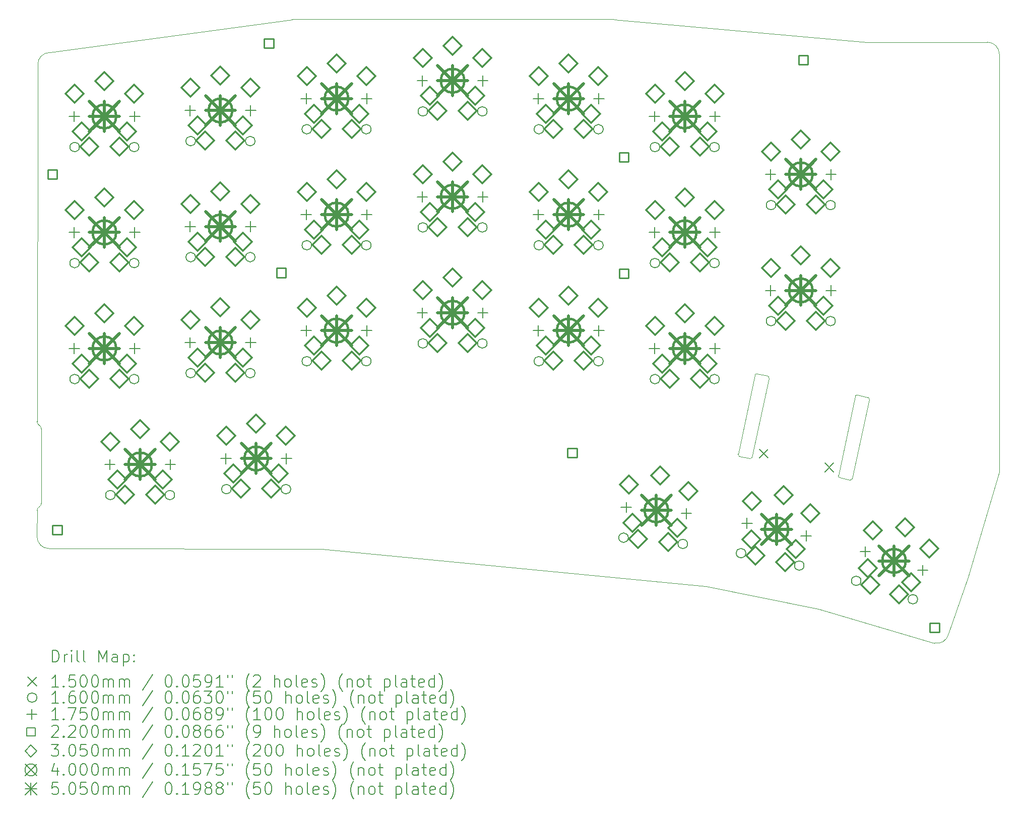
<source format=gbr>
%TF.GenerationSoftware,KiCad,Pcbnew,8.0.3+1*%
%TF.CreationDate,2024-08-06T22:55:26-04:00*%
%TF.ProjectId,iyada_flip,69796164-615f-4666-9c69-702e6b696361,rev?*%
%TF.SameCoordinates,Original*%
%TF.FileFunction,Drillmap*%
%TF.FilePolarity,Positive*%
%FSLAX45Y45*%
G04 Gerber Fmt 4.5, Leading zero omitted, Abs format (unit mm)*
G04 Created by KiCad (PCBNEW 8.0.3+1) date 2024-08-06 22:55:26*
%MOMM*%
%LPD*%
G01*
G04 APERTURE LIST*
%ADD10C,0.050000*%
%ADD11C,0.200000*%
%ADD12C,0.150000*%
%ADD13C,0.160000*%
%ADD14C,0.175000*%
%ADD15C,0.220000*%
%ADD16C,0.305000*%
%ADD17C,0.400000*%
%ADD18C,0.505000*%
G04 APERTURE END LIST*
D10*
X16767489Y-4484162D02*
X11430001Y-4484101D01*
X20234101Y-14391600D02*
X22184520Y-14967747D01*
X11392362Y-4487784D02*
X7318801Y-5041802D01*
X22747101Y-13860601D02*
X23274725Y-12094541D01*
X23073701Y-4867301D02*
X21057240Y-4867485D01*
X23274725Y-12094541D02*
X23271396Y-9301896D01*
X11887101Y-13385600D02*
X18343100Y-14010600D01*
X7107959Y-12739306D02*
G75*
G02*
X7148659Y-12674876I71321J16D01*
G01*
X7137401Y-11302170D02*
G75*
G02*
X7178105Y-11366600I-30641J-64430D01*
G01*
X22747101Y-13860601D02*
X22421731Y-14813700D01*
X18343100Y-14010600D02*
X20234101Y-14391600D01*
X22421731Y-14813700D02*
G75*
G02*
X22184521Y-14967743I-195631J41590D01*
G01*
X7178600Y-12366601D02*
X7179100Y-12616600D01*
X7118800Y-5241801D02*
G75*
G02*
X7318801Y-5041800I200000J1D01*
G01*
X7106959Y-11243895D02*
X7118800Y-5241801D01*
X11392362Y-4487784D02*
G75*
G02*
X11430001Y-4484102I35968J-173487D01*
G01*
X23073701Y-4867301D02*
G75*
G02*
X23273699Y-5067300I9J-199989D01*
G01*
X7306329Y-13379422D02*
G75*
G02*
X7106328Y-13179421I1J200002D01*
G01*
X21057240Y-4867485D02*
X16805128Y-4487844D01*
X7178101Y-11366600D02*
X7178600Y-12366601D01*
X7306329Y-13379422D02*
X11887101Y-13385600D01*
X7179100Y-12616600D02*
G75*
G02*
X7148658Y-12674875I-70980J-10D01*
G01*
X7107959Y-12739306D02*
X7106330Y-13179421D01*
X23271396Y-9301896D02*
X23273700Y-5067300D01*
X7137401Y-11302172D02*
G75*
G02*
X7106955Y-11243895I40579J58292D01*
G01*
X16767489Y-4484162D02*
G75*
G02*
X16805128Y-4487844I1651J-177338D01*
G01*
X20592090Y-12187088D02*
X20768156Y-12224512D01*
X20803738Y-12201405D02*
X21086498Y-10871124D01*
X20851742Y-10821225D02*
X20568983Y-12151506D01*
X21063391Y-10835542D02*
X20887326Y-10798119D01*
X20592090Y-12187088D02*
G75*
G02*
X20568982Y-12151506I6237J29345D01*
G01*
X20803738Y-12201405D02*
G75*
G02*
X20768156Y-12224512I-29344J6237D01*
G01*
X20851742Y-10821225D02*
G75*
G02*
X20887326Y-10798118I29345J-6238D01*
G01*
X21063391Y-10835542D02*
G75*
G02*
X21086498Y-10871124I-6237J-29344D01*
G01*
X18908453Y-11829219D02*
X19084520Y-11866643D01*
X19120102Y-11843537D02*
X19402861Y-10513255D01*
X19168106Y-10463357D02*
X18885346Y-11793637D01*
X19379755Y-10477674D02*
X19203688Y-10440250D01*
X18908453Y-11829219D02*
G75*
G02*
X18885346Y-11793637I6237J29345D01*
G01*
X19120102Y-11843537D02*
G75*
G02*
X19084520Y-11866644I-29345J6238D01*
G01*
X19168106Y-10463357D02*
G75*
G02*
X19203688Y-10440250I29344J-6237D01*
G01*
X19379755Y-10477674D02*
G75*
G02*
X19402861Y-10513255I-6238J-29344D01*
G01*
D11*
D12*
X19240736Y-11707886D02*
X19390736Y-11857886D01*
X19390736Y-11707886D02*
X19240736Y-11857886D01*
X20339930Y-11941525D02*
X20489930Y-12091525D01*
X20489930Y-11941525D02*
X20339930Y-12091525D01*
D13*
X7818200Y-10530501D02*
G75*
G02*
X7658200Y-10530501I-80000J0D01*
G01*
X7658200Y-10530501D02*
G75*
G02*
X7818200Y-10530501I80000J0D01*
G01*
X7818201Y-8580501D02*
G75*
G02*
X7658201Y-8580501I-80000J0D01*
G01*
X7658201Y-8580501D02*
G75*
G02*
X7818201Y-8580501I80000J0D01*
G01*
X7818201Y-6630500D02*
G75*
G02*
X7658201Y-6630500I-80000J0D01*
G01*
X7658201Y-6630500D02*
G75*
G02*
X7818201Y-6630500I80000J0D01*
G01*
X8418202Y-12480500D02*
G75*
G02*
X8258201Y-12480500I-80000J0D01*
G01*
X8258201Y-12480500D02*
G75*
G02*
X8418202Y-12480500I80000J0D01*
G01*
X8818200Y-10530500D02*
G75*
G02*
X8658200Y-10530500I-80000J0D01*
G01*
X8658200Y-10530500D02*
G75*
G02*
X8818200Y-10530500I80000J0D01*
G01*
X8818201Y-8580500D02*
G75*
G02*
X8658201Y-8580500I-80000J0D01*
G01*
X8658201Y-8580500D02*
G75*
G02*
X8818201Y-8580500I80000J0D01*
G01*
X8818201Y-6630499D02*
G75*
G02*
X8658201Y-6630499I-80000J0D01*
G01*
X8658201Y-6630499D02*
G75*
G02*
X8818201Y-6630499I80000J0D01*
G01*
X9418202Y-12480499D02*
G75*
G02*
X9258202Y-12480499I-80000J0D01*
G01*
X9258202Y-12480499D02*
G75*
G02*
X9418202Y-12480499I80000J0D01*
G01*
X9768201Y-6530501D02*
G75*
G02*
X9608201Y-6530501I-80000J0D01*
G01*
X9608201Y-6530501D02*
G75*
G02*
X9768201Y-6530501I80000J0D01*
G01*
X9768201Y-8480500D02*
G75*
G02*
X9608201Y-8480500I-80000J0D01*
G01*
X9608201Y-8480500D02*
G75*
G02*
X9768201Y-8480500I80000J0D01*
G01*
X9768201Y-10430500D02*
G75*
G02*
X9608201Y-10430500I-80000J0D01*
G01*
X9608201Y-10430500D02*
G75*
G02*
X9768201Y-10430500I80000J0D01*
G01*
X10368201Y-12380500D02*
G75*
G02*
X10208201Y-12380500I-80000J0D01*
G01*
X10208201Y-12380500D02*
G75*
G02*
X10368201Y-12380500I80000J0D01*
G01*
X10768201Y-6530500D02*
G75*
G02*
X10608201Y-6530500I-80000J0D01*
G01*
X10608201Y-6530500D02*
G75*
G02*
X10768201Y-6530500I80000J0D01*
G01*
X10768201Y-8480499D02*
G75*
G02*
X10608201Y-8480499I-80000J0D01*
G01*
X10608201Y-8480499D02*
G75*
G02*
X10768201Y-8480499I80000J0D01*
G01*
X10768201Y-10430499D02*
G75*
G02*
X10608201Y-10430499I-80000J0D01*
G01*
X10608201Y-10430499D02*
G75*
G02*
X10768201Y-10430499I80000J0D01*
G01*
X11368201Y-12380499D02*
G75*
G02*
X11208201Y-12380499I-80000J0D01*
G01*
X11208201Y-12380499D02*
G75*
G02*
X11368201Y-12380499I80000J0D01*
G01*
X11718200Y-10230501D02*
G75*
G02*
X11558200Y-10230501I-80000J0D01*
G01*
X11558200Y-10230501D02*
G75*
G02*
X11718200Y-10230501I80000J0D01*
G01*
X11718200Y-8280500D02*
G75*
G02*
X11558200Y-8280500I-80000J0D01*
G01*
X11558200Y-8280500D02*
G75*
G02*
X11718200Y-8280500I80000J0D01*
G01*
X11718201Y-6330501D02*
G75*
G02*
X11558201Y-6330501I-80000J0D01*
G01*
X11558201Y-6330501D02*
G75*
G02*
X11718201Y-6330501I80000J0D01*
G01*
X12718200Y-10230500D02*
G75*
G02*
X12558200Y-10230500I-80000J0D01*
G01*
X12558200Y-10230500D02*
G75*
G02*
X12718200Y-10230500I80000J0D01*
G01*
X12718200Y-8280499D02*
G75*
G02*
X12558200Y-8280499I-80000J0D01*
G01*
X12558200Y-8280499D02*
G75*
G02*
X12718200Y-8280499I80000J0D01*
G01*
X12718201Y-6330500D02*
G75*
G02*
X12558201Y-6330500I-80000J0D01*
G01*
X12558201Y-6330500D02*
G75*
G02*
X12718201Y-6330500I80000J0D01*
G01*
X13668200Y-9930501D02*
G75*
G02*
X13508200Y-9930501I-80000J0D01*
G01*
X13508200Y-9930501D02*
G75*
G02*
X13668200Y-9930501I80000J0D01*
G01*
X13668201Y-6030502D02*
G75*
G02*
X13508201Y-6030502I-80000J0D01*
G01*
X13508201Y-6030502D02*
G75*
G02*
X13668201Y-6030502I80000J0D01*
G01*
X13668201Y-7980501D02*
G75*
G02*
X13508201Y-7980501I-80000J0D01*
G01*
X13508201Y-7980501D02*
G75*
G02*
X13668201Y-7980501I80000J0D01*
G01*
X14668200Y-9930500D02*
G75*
G02*
X14508200Y-9930500I-80000J0D01*
G01*
X14508200Y-9930500D02*
G75*
G02*
X14668200Y-9930500I80000J0D01*
G01*
X14668201Y-6030501D02*
G75*
G02*
X14508201Y-6030501I-80000J0D01*
G01*
X14508201Y-6030501D02*
G75*
G02*
X14668201Y-6030501I80000J0D01*
G01*
X14668201Y-7980500D02*
G75*
G02*
X14508201Y-7980500I-80000J0D01*
G01*
X14508201Y-7980500D02*
G75*
G02*
X14668201Y-7980500I80000J0D01*
G01*
X15618200Y-10230500D02*
G75*
G02*
X15458200Y-10230500I-80000J0D01*
G01*
X15458200Y-10230500D02*
G75*
G02*
X15618200Y-10230500I80000J0D01*
G01*
X15618200Y-8280501D02*
G75*
G02*
X15458200Y-8280501I-80000J0D01*
G01*
X15458200Y-8280501D02*
G75*
G02*
X15618200Y-8280501I80000J0D01*
G01*
X15618201Y-6330500D02*
G75*
G02*
X15458201Y-6330500I-80000J0D01*
G01*
X15458201Y-6330500D02*
G75*
G02*
X15618201Y-6330500I80000J0D01*
G01*
X16618200Y-10230499D02*
G75*
G02*
X16458200Y-10230499I-80000J0D01*
G01*
X16458200Y-10230499D02*
G75*
G02*
X16618200Y-10230499I80000J0D01*
G01*
X16618200Y-8280500D02*
G75*
G02*
X16458200Y-8280500I-80000J0D01*
G01*
X16458200Y-8280500D02*
G75*
G02*
X16618200Y-8280500I80000J0D01*
G01*
X16618201Y-6330499D02*
G75*
G02*
X16458201Y-6330499I-80000J0D01*
G01*
X16458201Y-6330499D02*
G75*
G02*
X16618201Y-6330499I80000J0D01*
G01*
X17040290Y-13196584D02*
G75*
G02*
X16880290Y-13196584I-80000J0D01*
G01*
X16880290Y-13196584D02*
G75*
G02*
X17040290Y-13196584I80000J0D01*
G01*
X17568200Y-8580500D02*
G75*
G02*
X17408200Y-8580500I-80000J0D01*
G01*
X17408200Y-8580500D02*
G75*
G02*
X17568200Y-8580500I80000J0D01*
G01*
X17568200Y-10530500D02*
G75*
G02*
X17408200Y-10530500I-80000J0D01*
G01*
X17408200Y-10530500D02*
G75*
G02*
X17568200Y-10530500I80000J0D01*
G01*
X17568201Y-6630500D02*
G75*
G02*
X17408201Y-6630500I-80000J0D01*
G01*
X17408201Y-6630500D02*
G75*
G02*
X17568201Y-6630500I80000J0D01*
G01*
X18034813Y-13301113D02*
G75*
G02*
X17874813Y-13301113I-80000J0D01*
G01*
X17874813Y-13301113D02*
G75*
G02*
X18034813Y-13301113I80000J0D01*
G01*
X18568200Y-8580499D02*
G75*
G02*
X18408200Y-8580499I-80000J0D01*
G01*
X18408200Y-8580499D02*
G75*
G02*
X18568200Y-8580499I80000J0D01*
G01*
X18568200Y-10530499D02*
G75*
G02*
X18408200Y-10530499I-80000J0D01*
G01*
X18408200Y-10530499D02*
G75*
G02*
X18568200Y-10530499I80000J0D01*
G01*
X18568201Y-6630499D02*
G75*
G02*
X18408201Y-6630499I-80000J0D01*
G01*
X18408201Y-6630499D02*
G75*
G02*
X18568201Y-6630499I80000J0D01*
G01*
X19014005Y-13456954D02*
G75*
G02*
X18854005Y-13456954I-80000J0D01*
G01*
X18854005Y-13456954D02*
G75*
G02*
X19014005Y-13456954I80000J0D01*
G01*
X19518201Y-9555501D02*
G75*
G02*
X19358201Y-9555501I-80000J0D01*
G01*
X19358201Y-9555501D02*
G75*
G02*
X19518201Y-9555501I80000J0D01*
G01*
X19518201Y-7605500D02*
G75*
G02*
X19358201Y-7605500I-80000J0D01*
G01*
X19358201Y-7605500D02*
G75*
G02*
X19518201Y-7605500I80000J0D01*
G01*
X19992154Y-13664866D02*
G75*
G02*
X19832154Y-13664866I-80000J0D01*
G01*
X19832154Y-13664866D02*
G75*
G02*
X19992154Y-13664866I80000J0D01*
G01*
X20518201Y-9555500D02*
G75*
G02*
X20358201Y-9555500I-80000J0D01*
G01*
X20358201Y-9555500D02*
G75*
G02*
X20518201Y-9555500I80000J0D01*
G01*
X20518201Y-7605499D02*
G75*
G02*
X20358201Y-7605499I-80000J0D01*
G01*
X20358201Y-7605499D02*
G75*
G02*
X20518201Y-7605499I80000J0D01*
G01*
X20949693Y-13922207D02*
G75*
G02*
X20789693Y-13922207I-80000J0D01*
G01*
X20789693Y-13922207D02*
G75*
G02*
X20949693Y-13922207I80000J0D01*
G01*
X21900749Y-14231223D02*
G75*
G02*
X21740749Y-14231223I-80000J0D01*
G01*
X21740749Y-14231223D02*
G75*
G02*
X21900749Y-14231223I80000J0D01*
G01*
D14*
X7730200Y-9928001D02*
X7730200Y-10103001D01*
X7642700Y-10015501D02*
X7817700Y-10015501D01*
X7730200Y-9928001D02*
X7730200Y-10103001D01*
X7642700Y-10015501D02*
X7817700Y-10015501D01*
X7730201Y-7978001D02*
X7730201Y-8153001D01*
X7642701Y-8065501D02*
X7817701Y-8065501D01*
X7730201Y-7978001D02*
X7730201Y-8153001D01*
X7642701Y-8065501D02*
X7817701Y-8065501D01*
X7730201Y-6028000D02*
X7730201Y-6203000D01*
X7642701Y-6115500D02*
X7817701Y-6115500D01*
X7730201Y-6028000D02*
X7730201Y-6203000D01*
X7642701Y-6115500D02*
X7817701Y-6115500D01*
X8330202Y-11878000D02*
X8330202Y-12053000D01*
X8242702Y-11965500D02*
X8417702Y-11965500D01*
X8330202Y-11878000D02*
X8330202Y-12053000D01*
X8242702Y-11965500D02*
X8417702Y-11965500D01*
X8746200Y-9928001D02*
X8746200Y-10103001D01*
X8658700Y-10015501D02*
X8833700Y-10015501D01*
X8746200Y-9928001D02*
X8746200Y-10103001D01*
X8658700Y-10015501D02*
X8833700Y-10015501D01*
X8746201Y-7978000D02*
X8746201Y-8153000D01*
X8658701Y-8065500D02*
X8833701Y-8065500D01*
X8746201Y-7978000D02*
X8746201Y-8153000D01*
X8658701Y-8065500D02*
X8833701Y-8065500D01*
X8746201Y-6028000D02*
X8746201Y-6203000D01*
X8658701Y-6115500D02*
X8833701Y-6115500D01*
X8746201Y-6028000D02*
X8746201Y-6203000D01*
X8658701Y-6115500D02*
X8833701Y-6115500D01*
X9346201Y-11878000D02*
X9346201Y-12053000D01*
X9258701Y-11965500D02*
X9433701Y-11965500D01*
X9346201Y-11878000D02*
X9346201Y-12053000D01*
X9258701Y-11965500D02*
X9433701Y-11965500D01*
X9680201Y-5928001D02*
X9680201Y-6103001D01*
X9592701Y-6015501D02*
X9767701Y-6015501D01*
X9680201Y-5928001D02*
X9680201Y-6103001D01*
X9592701Y-6015501D02*
X9767701Y-6015501D01*
X9680201Y-7878000D02*
X9680201Y-8053000D01*
X9592701Y-7965500D02*
X9767701Y-7965500D01*
X9680201Y-7878000D02*
X9680201Y-8053000D01*
X9592701Y-7965500D02*
X9767701Y-7965500D01*
X9680201Y-9828000D02*
X9680201Y-10003000D01*
X9592701Y-9915500D02*
X9767701Y-9915500D01*
X9680201Y-9828000D02*
X9680201Y-10003000D01*
X9592701Y-9915500D02*
X9767701Y-9915500D01*
X10280201Y-11778000D02*
X10280201Y-11953000D01*
X10192701Y-11865500D02*
X10367701Y-11865500D01*
X10280201Y-11778000D02*
X10280201Y-11953000D01*
X10192701Y-11865500D02*
X10367701Y-11865500D01*
X10696200Y-5928001D02*
X10696200Y-6103001D01*
X10608700Y-6015501D02*
X10783700Y-6015501D01*
X10696200Y-5928001D02*
X10696200Y-6103001D01*
X10608700Y-6015501D02*
X10783700Y-6015501D01*
X10696201Y-7877999D02*
X10696201Y-8052999D01*
X10608701Y-7965499D02*
X10783701Y-7965499D01*
X10696201Y-7877999D02*
X10696201Y-8052999D01*
X10608701Y-7965499D02*
X10783701Y-7965499D01*
X10696201Y-9828000D02*
X10696201Y-10003000D01*
X10608701Y-9915500D02*
X10783701Y-9915500D01*
X10696201Y-9828000D02*
X10696201Y-10003000D01*
X10608701Y-9915500D02*
X10783701Y-9915500D01*
X11296201Y-11778000D02*
X11296201Y-11953000D01*
X11208701Y-11865500D02*
X11383701Y-11865500D01*
X11296201Y-11778000D02*
X11296201Y-11953000D01*
X11208701Y-11865500D02*
X11383701Y-11865500D01*
X11630200Y-9628001D02*
X11630200Y-9803001D01*
X11542700Y-9715501D02*
X11717700Y-9715501D01*
X11630200Y-9628001D02*
X11630200Y-9803001D01*
X11542700Y-9715501D02*
X11717700Y-9715501D01*
X11630200Y-7678000D02*
X11630200Y-7853000D01*
X11542700Y-7765500D02*
X11717700Y-7765500D01*
X11630200Y-7678000D02*
X11630200Y-7853000D01*
X11542700Y-7765500D02*
X11717700Y-7765500D01*
X11630201Y-5728001D02*
X11630201Y-5903001D01*
X11542701Y-5815501D02*
X11717701Y-5815501D01*
X11630201Y-5728001D02*
X11630201Y-5903001D01*
X11542701Y-5815501D02*
X11717701Y-5815501D01*
X12646200Y-9628001D02*
X12646200Y-9803001D01*
X12558700Y-9715501D02*
X12733700Y-9715501D01*
X12646200Y-9628001D02*
X12646200Y-9803001D01*
X12558700Y-9715501D02*
X12733700Y-9715501D01*
X12646200Y-7678000D02*
X12646200Y-7853000D01*
X12558700Y-7765500D02*
X12733700Y-7765500D01*
X12646200Y-7678000D02*
X12646200Y-7853000D01*
X12558700Y-7765500D02*
X12733700Y-7765500D01*
X12646201Y-5728001D02*
X12646201Y-5903001D01*
X12558701Y-5815501D02*
X12733701Y-5815501D01*
X12646201Y-5728001D02*
X12646201Y-5903001D01*
X12558701Y-5815501D02*
X12733701Y-5815501D01*
X13580200Y-9328001D02*
X13580200Y-9503001D01*
X13492700Y-9415501D02*
X13667700Y-9415501D01*
X13580200Y-9328001D02*
X13580200Y-9503001D01*
X13492700Y-9415501D02*
X13667700Y-9415501D01*
X13580201Y-5428002D02*
X13580201Y-5603002D01*
X13492701Y-5515502D02*
X13667701Y-5515502D01*
X13580201Y-5428002D02*
X13580201Y-5603002D01*
X13492701Y-5515502D02*
X13667701Y-5515502D01*
X13580201Y-7378001D02*
X13580201Y-7553001D01*
X13492701Y-7465501D02*
X13667701Y-7465501D01*
X13580201Y-7378001D02*
X13580201Y-7553001D01*
X13492701Y-7465501D02*
X13667701Y-7465501D01*
X14596200Y-9328001D02*
X14596200Y-9503001D01*
X14508700Y-9415501D02*
X14683700Y-9415501D01*
X14596200Y-9328001D02*
X14596200Y-9503001D01*
X14508700Y-9415501D02*
X14683700Y-9415501D01*
X14596201Y-5428001D02*
X14596201Y-5603001D01*
X14508701Y-5515501D02*
X14683701Y-5515501D01*
X14596201Y-5428001D02*
X14596201Y-5603001D01*
X14508701Y-5515501D02*
X14683701Y-5515501D01*
X14596201Y-7378000D02*
X14596201Y-7553000D01*
X14508701Y-7465500D02*
X14683701Y-7465500D01*
X14596201Y-7378000D02*
X14596201Y-7553000D01*
X14508701Y-7465500D02*
X14683701Y-7465500D01*
X15530200Y-9628000D02*
X15530200Y-9803000D01*
X15442700Y-9715500D02*
X15617700Y-9715500D01*
X15530200Y-9628000D02*
X15530200Y-9803000D01*
X15442700Y-9715500D02*
X15617700Y-9715500D01*
X15530201Y-7678001D02*
X15530201Y-7853001D01*
X15442701Y-7765501D02*
X15617701Y-7765501D01*
X15530201Y-7678001D02*
X15530201Y-7853001D01*
X15442701Y-7765501D02*
X15617701Y-7765501D01*
X15530201Y-5728000D02*
X15530201Y-5903000D01*
X15442701Y-5815500D02*
X15617701Y-5815500D01*
X15530201Y-5728000D02*
X15530201Y-5903000D01*
X15442701Y-5815500D02*
X15617701Y-5815500D01*
X16546200Y-9628000D02*
X16546200Y-9803000D01*
X16458700Y-9715500D02*
X16633700Y-9715500D01*
X16546200Y-9628000D02*
X16546200Y-9803000D01*
X16458700Y-9715500D02*
X16633700Y-9715500D01*
X16546200Y-7678000D02*
X16546200Y-7853000D01*
X16458700Y-7765500D02*
X16633700Y-7765500D01*
X16546200Y-7678000D02*
X16546200Y-7853000D01*
X16458700Y-7765500D02*
X16633700Y-7765500D01*
X16546201Y-5727999D02*
X16546201Y-5902999D01*
X16458701Y-5815499D02*
X16633701Y-5815499D01*
X16546201Y-5727999D02*
X16546201Y-5902999D01*
X16458701Y-5815499D02*
X16633701Y-5815499D01*
X17006166Y-12596071D02*
X17006166Y-12771071D01*
X16918666Y-12683571D02*
X17093666Y-12683571D01*
X17006166Y-12596071D02*
X17006166Y-12771071D01*
X16918666Y-12683571D02*
X17093666Y-12683571D01*
X17480200Y-7978000D02*
X17480200Y-8153000D01*
X17392700Y-8065500D02*
X17567700Y-8065500D01*
X17480200Y-7978000D02*
X17480200Y-8153000D01*
X17392700Y-8065500D02*
X17567700Y-8065500D01*
X17480201Y-9928000D02*
X17480201Y-10103000D01*
X17392701Y-10015500D02*
X17567701Y-10015500D01*
X17480201Y-9928000D02*
X17480201Y-10103000D01*
X17392701Y-10015500D02*
X17567701Y-10015500D01*
X17480201Y-6028001D02*
X17480201Y-6203001D01*
X17392701Y-6115501D02*
X17567701Y-6115501D01*
X17480201Y-6028001D02*
X17480201Y-6203001D01*
X17392701Y-6115501D02*
X17567701Y-6115501D01*
X18016601Y-12702269D02*
X18016601Y-12877269D01*
X17929101Y-12789769D02*
X18104101Y-12789769D01*
X18016601Y-12702269D02*
X18016601Y-12877269D01*
X17929101Y-12789769D02*
X18104101Y-12789769D01*
X18496200Y-7978000D02*
X18496200Y-8153000D01*
X18408700Y-8065500D02*
X18583700Y-8065500D01*
X18496200Y-7978000D02*
X18496200Y-8153000D01*
X18408700Y-8065500D02*
X18583700Y-8065500D01*
X18496200Y-9928000D02*
X18496200Y-10103000D01*
X18408700Y-10015500D02*
X18583700Y-10015500D01*
X18496200Y-9928000D02*
X18496200Y-10103000D01*
X18408700Y-10015500D02*
X18583700Y-10015500D01*
X18496201Y-6028000D02*
X18496201Y-6203000D01*
X18408701Y-6115500D02*
X18583701Y-6115500D01*
X18496201Y-6028000D02*
X18496201Y-6203000D01*
X18408701Y-6115500D02*
X18583701Y-6115500D01*
X19033255Y-12864046D02*
X19033255Y-13039046D01*
X18945755Y-12951546D02*
X19120755Y-12951546D01*
X19033255Y-12864046D02*
X19033255Y-13039046D01*
X18945755Y-12951546D02*
X19120755Y-12951546D01*
X19430201Y-8953001D02*
X19430201Y-9128001D01*
X19342701Y-9040501D02*
X19517701Y-9040501D01*
X19430201Y-8953001D02*
X19430201Y-9128001D01*
X19342701Y-9040501D02*
X19517701Y-9040501D01*
X19430201Y-7003000D02*
X19430201Y-7178000D01*
X19342701Y-7090500D02*
X19517701Y-7090500D01*
X19430201Y-7003000D02*
X19430201Y-7178000D01*
X19342701Y-7090500D02*
X19517701Y-7090500D01*
X20027054Y-13075282D02*
X20027054Y-13250282D01*
X19939554Y-13162782D02*
X20114554Y-13162782D01*
X20027054Y-13075282D02*
X20027054Y-13250282D01*
X19939554Y-13162782D02*
X20114554Y-13162782D01*
X20446201Y-8953001D02*
X20446201Y-9128001D01*
X20358701Y-9040501D02*
X20533701Y-9040501D01*
X20446201Y-8953001D02*
X20446201Y-9128001D01*
X20358701Y-9040501D02*
X20533701Y-9040501D01*
X20446201Y-7002999D02*
X20446201Y-7177999D01*
X20358701Y-7090499D02*
X20533701Y-7090499D01*
X20446201Y-7002999D02*
X20446201Y-7177999D01*
X20358701Y-7090499D02*
X20533701Y-7090499D01*
X21021228Y-13342440D02*
X21021228Y-13517440D01*
X20933728Y-13429940D02*
X21108728Y-13429940D01*
X21021228Y-13342440D02*
X21021228Y-13517440D01*
X20933728Y-13429940D02*
X21108728Y-13429940D01*
X21987501Y-13656401D02*
X21987501Y-13831401D01*
X21900001Y-13743901D02*
X22075001Y-13743901D01*
X21987501Y-13656401D02*
X21987501Y-13831401D01*
X21900001Y-13743901D02*
X22075001Y-13743901D01*
D15*
X7441384Y-7166883D02*
X7441384Y-7011318D01*
X7285819Y-7011318D01*
X7285819Y-7166883D01*
X7441384Y-7166883D01*
X7521883Y-13145383D02*
X7521883Y-12989818D01*
X7366318Y-12989818D01*
X7366318Y-13145383D01*
X7521883Y-13145383D01*
X11078883Y-4965383D02*
X11078883Y-4809818D01*
X10923318Y-4809818D01*
X10923318Y-4965383D01*
X11078883Y-4965383D01*
X11286884Y-8820384D02*
X11286884Y-8664819D01*
X11131319Y-8664819D01*
X11131319Y-8820384D01*
X11286884Y-8820384D01*
X16175483Y-11848384D02*
X16175483Y-11692819D01*
X16019918Y-11692819D01*
X16019918Y-11848384D01*
X16175483Y-11848384D01*
X17042883Y-6877383D02*
X17042883Y-6721818D01*
X16887318Y-6721818D01*
X16887318Y-6877383D01*
X17042883Y-6877383D01*
X17042884Y-8832383D02*
X17042884Y-8676818D01*
X16887319Y-8676818D01*
X16887319Y-8832383D01*
X17042884Y-8832383D01*
X20055884Y-5245383D02*
X20055884Y-5089818D01*
X19900319Y-5089818D01*
X19900319Y-5245383D01*
X20055884Y-5245383D01*
X22264884Y-14784383D02*
X22264884Y-14628818D01*
X22109319Y-14628818D01*
X22109319Y-14784383D01*
X22264884Y-14784383D01*
D16*
X7738198Y-9788001D02*
X7890698Y-9635501D01*
X7738198Y-9483001D01*
X7585698Y-9635501D01*
X7738198Y-9788001D01*
X7738199Y-7838000D02*
X7890699Y-7685500D01*
X7738199Y-7533000D01*
X7585699Y-7685500D01*
X7738199Y-7838000D01*
X7738199Y-5888000D02*
X7890699Y-5735500D01*
X7738199Y-5583000D01*
X7585699Y-5735500D01*
X7738199Y-5888000D01*
X7857199Y-10422001D02*
X8009699Y-10269501D01*
X7857199Y-10117001D01*
X7704699Y-10269501D01*
X7857199Y-10422001D01*
X7857200Y-8472000D02*
X8009700Y-8319500D01*
X7857200Y-8167000D01*
X7704700Y-8319500D01*
X7857200Y-8472000D01*
X7857200Y-6521999D02*
X8009700Y-6369499D01*
X7857200Y-6216999D01*
X7704700Y-6369499D01*
X7857200Y-6521999D01*
X7984200Y-10676001D02*
X8136700Y-10523501D01*
X7984200Y-10371001D01*
X7831700Y-10523501D01*
X7984200Y-10676001D01*
X7984201Y-8726001D02*
X8136701Y-8573501D01*
X7984201Y-8421001D01*
X7831701Y-8573501D01*
X7984201Y-8726001D01*
X7984201Y-6776000D02*
X8136701Y-6623500D01*
X7984201Y-6471000D01*
X7831701Y-6623500D01*
X7984201Y-6776000D01*
X8238200Y-9578001D02*
X8390700Y-9425501D01*
X8238200Y-9273001D01*
X8085700Y-9425501D01*
X8238200Y-9578001D01*
X8238200Y-9578001D02*
X8390700Y-9425501D01*
X8238200Y-9273001D01*
X8085700Y-9425501D01*
X8238200Y-9578001D01*
X8238201Y-7628001D02*
X8390701Y-7475501D01*
X8238201Y-7323001D01*
X8085701Y-7475501D01*
X8238201Y-7628001D01*
X8238201Y-7628001D02*
X8390701Y-7475501D01*
X8238201Y-7323001D01*
X8085701Y-7475501D01*
X8238201Y-7628001D01*
X8238201Y-5678000D02*
X8390701Y-5525500D01*
X8238201Y-5373000D01*
X8085701Y-5525500D01*
X8238201Y-5678000D01*
X8238201Y-5678000D02*
X8390701Y-5525500D01*
X8238201Y-5373000D01*
X8085701Y-5525500D01*
X8238201Y-5678000D01*
X8338200Y-11738000D02*
X8490700Y-11585500D01*
X8338200Y-11433000D01*
X8185700Y-11585500D01*
X8338200Y-11738000D01*
X8457201Y-12372000D02*
X8609701Y-12219500D01*
X8457201Y-12067000D01*
X8304701Y-12219500D01*
X8457201Y-12372000D01*
X8492200Y-10676001D02*
X8644700Y-10523501D01*
X8492200Y-10371001D01*
X8339700Y-10523501D01*
X8492200Y-10676001D01*
X8492201Y-8726001D02*
X8644701Y-8573501D01*
X8492201Y-8421001D01*
X8339701Y-8573501D01*
X8492201Y-8726001D01*
X8492201Y-6776000D02*
X8644701Y-6623500D01*
X8492201Y-6471000D01*
X8339701Y-6623500D01*
X8492201Y-6776000D01*
X8584202Y-12626001D02*
X8736702Y-12473501D01*
X8584202Y-12321001D01*
X8431702Y-12473501D01*
X8584202Y-12626001D01*
X8619200Y-10422001D02*
X8771700Y-10269501D01*
X8619200Y-10117001D01*
X8466700Y-10269501D01*
X8619200Y-10422001D01*
X8619200Y-8472000D02*
X8771700Y-8319500D01*
X8619200Y-8167000D01*
X8466700Y-8319500D01*
X8619200Y-8472000D01*
X8619201Y-6521999D02*
X8771701Y-6369499D01*
X8619201Y-6216999D01*
X8466701Y-6369499D01*
X8619201Y-6521999D01*
X8738199Y-9788001D02*
X8890699Y-9635501D01*
X8738199Y-9483001D01*
X8585699Y-9635501D01*
X8738199Y-9788001D01*
X8738200Y-7838000D02*
X8890700Y-7685500D01*
X8738200Y-7533000D01*
X8585700Y-7685500D01*
X8738200Y-7838000D01*
X8738200Y-5888000D02*
X8890700Y-5735500D01*
X8738200Y-5583000D01*
X8585700Y-5735500D01*
X8738200Y-5888000D01*
X8838202Y-11528000D02*
X8990702Y-11375500D01*
X8838202Y-11223000D01*
X8685702Y-11375500D01*
X8838202Y-11528000D01*
X8838202Y-11528000D02*
X8990702Y-11375500D01*
X8838202Y-11223000D01*
X8685702Y-11375500D01*
X8838202Y-11528000D01*
X9092202Y-12626000D02*
X9244702Y-12473500D01*
X9092202Y-12321000D01*
X8939702Y-12473500D01*
X9092202Y-12626000D01*
X9219201Y-12372000D02*
X9371701Y-12219500D01*
X9219201Y-12067000D01*
X9066701Y-12219500D01*
X9219201Y-12372000D01*
X9338201Y-11738000D02*
X9490701Y-11585500D01*
X9338201Y-11433000D01*
X9185701Y-11585500D01*
X9338201Y-11738000D01*
X9688199Y-5788001D02*
X9840699Y-5635501D01*
X9688199Y-5483001D01*
X9535699Y-5635501D01*
X9688199Y-5788001D01*
X9688199Y-7737999D02*
X9840699Y-7585499D01*
X9688199Y-7432999D01*
X9535699Y-7585499D01*
X9688199Y-7737999D01*
X9688200Y-9688000D02*
X9840700Y-9535500D01*
X9688200Y-9383000D01*
X9535700Y-9535500D01*
X9688200Y-9688000D01*
X9807200Y-6422000D02*
X9959700Y-6269500D01*
X9807200Y-6117000D01*
X9654700Y-6269500D01*
X9807200Y-6422000D01*
X9807200Y-8371999D02*
X9959700Y-8219499D01*
X9807200Y-8066999D01*
X9654700Y-8219499D01*
X9807200Y-8371999D01*
X9807200Y-10322000D02*
X9959700Y-10169500D01*
X9807200Y-10017000D01*
X9654700Y-10169500D01*
X9807200Y-10322000D01*
X9934201Y-6676001D02*
X10086701Y-6523501D01*
X9934201Y-6371001D01*
X9781701Y-6523501D01*
X9934201Y-6676001D01*
X9934201Y-8626000D02*
X10086701Y-8473500D01*
X9934201Y-8321000D01*
X9781701Y-8473500D01*
X9934201Y-8626000D01*
X9934201Y-10576001D02*
X10086701Y-10423501D01*
X9934201Y-10271001D01*
X9781701Y-10423501D01*
X9934201Y-10576001D01*
X10188201Y-5578001D02*
X10340701Y-5425501D01*
X10188201Y-5273001D01*
X10035701Y-5425501D01*
X10188201Y-5578001D01*
X10188201Y-5578001D02*
X10340701Y-5425501D01*
X10188201Y-5273001D01*
X10035701Y-5425501D01*
X10188201Y-5578001D01*
X10188201Y-7528000D02*
X10340701Y-7375500D01*
X10188201Y-7223000D01*
X10035701Y-7375500D01*
X10188201Y-7528000D01*
X10188201Y-7528000D02*
X10340701Y-7375500D01*
X10188201Y-7223000D01*
X10035701Y-7375500D01*
X10188201Y-7528000D01*
X10188201Y-9478000D02*
X10340701Y-9325500D01*
X10188201Y-9173000D01*
X10035701Y-9325500D01*
X10188201Y-9478000D01*
X10188201Y-9478000D02*
X10340701Y-9325500D01*
X10188201Y-9173000D01*
X10035701Y-9325500D01*
X10188201Y-9478000D01*
X10288199Y-11638000D02*
X10440699Y-11485500D01*
X10288199Y-11333000D01*
X10135699Y-11485500D01*
X10288199Y-11638000D01*
X10407200Y-12272000D02*
X10559700Y-12119500D01*
X10407200Y-11967000D01*
X10254700Y-12119500D01*
X10407200Y-12272000D01*
X10442201Y-6676001D02*
X10594701Y-6523501D01*
X10442201Y-6371001D01*
X10289701Y-6523501D01*
X10442201Y-6676001D01*
X10442201Y-8626000D02*
X10594701Y-8473500D01*
X10442201Y-8321000D01*
X10289701Y-8473500D01*
X10442201Y-8626000D01*
X10442201Y-10576000D02*
X10594701Y-10423500D01*
X10442201Y-10271000D01*
X10289701Y-10423500D01*
X10442201Y-10576000D01*
X10534201Y-12526000D02*
X10686701Y-12373500D01*
X10534201Y-12221000D01*
X10381701Y-12373500D01*
X10534201Y-12526000D01*
X10569200Y-6422000D02*
X10721700Y-6269500D01*
X10569200Y-6117000D01*
X10416700Y-6269500D01*
X10569200Y-6422000D01*
X10569201Y-8371999D02*
X10721701Y-8219499D01*
X10569201Y-8066999D01*
X10416701Y-8219499D01*
X10569201Y-8371999D01*
X10569201Y-10322000D02*
X10721701Y-10169500D01*
X10569201Y-10017000D01*
X10416701Y-10169500D01*
X10569201Y-10322000D01*
X10688200Y-5788001D02*
X10840700Y-5635501D01*
X10688200Y-5483001D01*
X10535700Y-5635501D01*
X10688200Y-5788001D01*
X10688200Y-7738000D02*
X10840700Y-7585500D01*
X10688200Y-7433000D01*
X10535700Y-7585500D01*
X10688200Y-7738000D01*
X10688201Y-9688000D02*
X10840701Y-9535500D01*
X10688201Y-9383000D01*
X10535701Y-9535500D01*
X10688201Y-9688000D01*
X10788201Y-11428000D02*
X10940701Y-11275500D01*
X10788201Y-11123000D01*
X10635701Y-11275500D01*
X10788201Y-11428000D01*
X10788201Y-11428000D02*
X10940701Y-11275500D01*
X10788201Y-11123000D01*
X10635701Y-11275500D01*
X10788201Y-11428000D01*
X11042201Y-12526000D02*
X11194701Y-12373500D01*
X11042201Y-12221000D01*
X10889701Y-12373500D01*
X11042201Y-12526000D01*
X11169201Y-12272000D02*
X11321701Y-12119500D01*
X11169201Y-11967000D01*
X11016701Y-12119500D01*
X11169201Y-12272000D01*
X11288200Y-11638000D02*
X11440700Y-11485500D01*
X11288200Y-11333000D01*
X11135700Y-11485500D01*
X11288200Y-11638000D01*
X11638199Y-9488001D02*
X11790699Y-9335501D01*
X11638199Y-9183001D01*
X11485699Y-9335501D01*
X11638199Y-9488001D01*
X11638199Y-7538000D02*
X11790699Y-7385500D01*
X11638199Y-7233000D01*
X11485699Y-7385500D01*
X11638199Y-7538000D01*
X11638199Y-5588001D02*
X11790699Y-5435501D01*
X11638199Y-5283001D01*
X11485699Y-5435501D01*
X11638199Y-5588001D01*
X11757199Y-10122001D02*
X11909699Y-9969501D01*
X11757199Y-9817001D01*
X11604699Y-9969501D01*
X11757199Y-10122001D01*
X11757199Y-8171999D02*
X11909699Y-8019499D01*
X11757199Y-7866999D01*
X11604699Y-8019499D01*
X11757199Y-8171999D01*
X11757200Y-6222000D02*
X11909700Y-6069500D01*
X11757200Y-5917000D01*
X11604700Y-6069500D01*
X11757200Y-6222000D01*
X11884200Y-10376001D02*
X12036700Y-10223501D01*
X11884200Y-10071001D01*
X11731700Y-10223501D01*
X11884200Y-10376001D01*
X11884200Y-8426000D02*
X12036700Y-8273500D01*
X11884200Y-8121000D01*
X11731700Y-8273500D01*
X11884200Y-8426000D01*
X11884201Y-6476001D02*
X12036701Y-6323501D01*
X11884201Y-6171001D01*
X11731701Y-6323501D01*
X11884201Y-6476001D01*
X12138200Y-9278001D02*
X12290700Y-9125501D01*
X12138200Y-8973001D01*
X11985700Y-9125501D01*
X12138200Y-9278001D01*
X12138200Y-9278001D02*
X12290700Y-9125501D01*
X12138200Y-8973001D01*
X11985700Y-9125501D01*
X12138200Y-9278001D01*
X12138200Y-7328000D02*
X12290700Y-7175500D01*
X12138200Y-7023000D01*
X11985700Y-7175500D01*
X12138200Y-7328000D01*
X12138200Y-7328000D02*
X12290700Y-7175500D01*
X12138200Y-7023000D01*
X11985700Y-7175500D01*
X12138200Y-7328000D01*
X12138201Y-5378001D02*
X12290701Y-5225501D01*
X12138201Y-5073001D01*
X11985701Y-5225501D01*
X12138201Y-5378001D01*
X12138201Y-5378001D02*
X12290701Y-5225501D01*
X12138201Y-5073001D01*
X11985701Y-5225501D01*
X12138201Y-5378001D01*
X12392200Y-10376001D02*
X12544700Y-10223501D01*
X12392200Y-10071001D01*
X12239700Y-10223501D01*
X12392200Y-10376001D01*
X12392200Y-8426000D02*
X12544700Y-8273500D01*
X12392200Y-8121000D01*
X12239700Y-8273500D01*
X12392200Y-8426000D01*
X12392201Y-6476001D02*
X12544701Y-6323501D01*
X12392201Y-6171001D01*
X12239701Y-6323501D01*
X12392201Y-6476001D01*
X12519200Y-10122001D02*
X12671700Y-9969501D01*
X12519200Y-9817001D01*
X12366700Y-9969501D01*
X12519200Y-10122001D01*
X12519200Y-8172000D02*
X12671700Y-8019500D01*
X12519200Y-7867000D01*
X12366700Y-8019500D01*
X12519200Y-8172000D01*
X12519200Y-6222000D02*
X12671700Y-6069500D01*
X12519200Y-5917000D01*
X12366700Y-6069500D01*
X12519200Y-6222000D01*
X12638200Y-9488001D02*
X12790700Y-9335501D01*
X12638200Y-9183001D01*
X12485700Y-9335501D01*
X12638200Y-9488001D01*
X12638200Y-7538000D02*
X12790700Y-7385500D01*
X12638200Y-7233000D01*
X12485700Y-7385500D01*
X12638200Y-7538000D01*
X12638200Y-5588001D02*
X12790700Y-5435501D01*
X12638200Y-5283001D01*
X12485700Y-5435501D01*
X12638200Y-5588001D01*
X13588199Y-9188001D02*
X13740699Y-9035501D01*
X13588199Y-8883001D01*
X13435699Y-9035501D01*
X13588199Y-9188001D01*
X13588199Y-5288001D02*
X13740699Y-5135501D01*
X13588199Y-4983001D01*
X13435699Y-5135501D01*
X13588199Y-5288001D01*
X13588199Y-7238000D02*
X13740699Y-7085500D01*
X13588199Y-6933000D01*
X13435699Y-7085500D01*
X13588199Y-7238000D01*
X13707200Y-9822001D02*
X13859700Y-9669501D01*
X13707200Y-9517001D01*
X13554700Y-9669501D01*
X13707200Y-9822001D01*
X13707200Y-5922001D02*
X13859700Y-5769501D01*
X13707200Y-5617001D01*
X13554700Y-5769501D01*
X13707200Y-5922001D01*
X13707200Y-7872000D02*
X13859700Y-7719500D01*
X13707200Y-7567000D01*
X13554700Y-7719500D01*
X13707200Y-7872000D01*
X13834201Y-10076001D02*
X13986701Y-9923501D01*
X13834201Y-9771001D01*
X13681701Y-9923501D01*
X13834201Y-10076001D01*
X13834201Y-6176002D02*
X13986701Y-6023502D01*
X13834201Y-5871002D01*
X13681701Y-6023502D01*
X13834201Y-6176002D01*
X13834201Y-8126001D02*
X13986701Y-7973501D01*
X13834201Y-7821001D01*
X13681701Y-7973501D01*
X13834201Y-8126001D01*
X14088200Y-8978001D02*
X14240700Y-8825501D01*
X14088200Y-8673001D01*
X13935700Y-8825501D01*
X14088200Y-8978001D01*
X14088200Y-8978001D02*
X14240700Y-8825501D01*
X14088200Y-8673001D01*
X13935700Y-8825501D01*
X14088200Y-8978001D01*
X14088201Y-5078002D02*
X14240701Y-4925502D01*
X14088201Y-4773002D01*
X13935701Y-4925502D01*
X14088201Y-5078002D01*
X14088201Y-5078002D02*
X14240701Y-4925502D01*
X14088201Y-4773002D01*
X13935701Y-4925502D01*
X14088201Y-5078002D01*
X14088201Y-7028001D02*
X14240701Y-6875501D01*
X14088201Y-6723001D01*
X13935701Y-6875501D01*
X14088201Y-7028001D01*
X14088201Y-7028001D02*
X14240701Y-6875501D01*
X14088201Y-6723001D01*
X13935701Y-6875501D01*
X14088201Y-7028001D01*
X14342200Y-10076001D02*
X14494700Y-9923501D01*
X14342200Y-9771001D01*
X14189700Y-9923501D01*
X14342200Y-10076001D01*
X14342201Y-6176002D02*
X14494701Y-6023502D01*
X14342201Y-5871002D01*
X14189701Y-6023502D01*
X14342201Y-6176002D01*
X14342201Y-8126001D02*
X14494701Y-7973501D01*
X14342201Y-7821001D01*
X14189701Y-7973501D01*
X14342201Y-8126001D01*
X14469200Y-9822001D02*
X14621700Y-9669501D01*
X14469200Y-9517001D01*
X14316700Y-9669501D01*
X14469200Y-9822001D01*
X14469200Y-5922001D02*
X14621700Y-5769501D01*
X14469200Y-5617001D01*
X14316700Y-5769501D01*
X14469200Y-5922001D01*
X14469201Y-7872000D02*
X14621701Y-7719500D01*
X14469201Y-7567000D01*
X14316701Y-7719500D01*
X14469201Y-7872000D01*
X14588200Y-9188001D02*
X14740700Y-9035501D01*
X14588200Y-8883001D01*
X14435700Y-9035501D01*
X14588200Y-9188001D01*
X14588200Y-5288002D02*
X14740700Y-5135502D01*
X14588200Y-4983002D01*
X14435700Y-5135502D01*
X14588200Y-5288002D01*
X14588200Y-7238001D02*
X14740700Y-7085501D01*
X14588200Y-6933001D01*
X14435700Y-7085501D01*
X14588200Y-7238001D01*
X15538199Y-9488000D02*
X15690699Y-9335500D01*
X15538199Y-9183000D01*
X15385699Y-9335500D01*
X15538199Y-9488000D01*
X15538199Y-7538000D02*
X15690699Y-7385500D01*
X15538199Y-7233000D01*
X15385699Y-7385500D01*
X15538199Y-7538000D01*
X15538200Y-5587999D02*
X15690700Y-5435499D01*
X15538200Y-5282999D01*
X15385700Y-5435499D01*
X15538200Y-5587999D01*
X15657199Y-10122000D02*
X15809699Y-9969500D01*
X15657199Y-9817000D01*
X15504699Y-9969500D01*
X15657199Y-10122000D01*
X15657200Y-8172000D02*
X15809700Y-8019500D01*
X15657200Y-7867000D01*
X15504700Y-8019500D01*
X15657200Y-8172000D01*
X15657200Y-6221999D02*
X15809700Y-6069499D01*
X15657200Y-5916999D01*
X15504700Y-6069499D01*
X15657200Y-6221999D01*
X15784200Y-10376001D02*
X15936700Y-10223501D01*
X15784200Y-10071001D01*
X15631700Y-10223501D01*
X15784200Y-10376001D01*
X15784201Y-8426001D02*
X15936701Y-8273501D01*
X15784201Y-8121001D01*
X15631701Y-8273501D01*
X15784201Y-8426001D01*
X15784201Y-6476000D02*
X15936701Y-6323500D01*
X15784201Y-6171000D01*
X15631701Y-6323500D01*
X15784201Y-6476000D01*
X16038200Y-9278000D02*
X16190700Y-9125500D01*
X16038200Y-8973000D01*
X15885700Y-9125500D01*
X16038200Y-9278000D01*
X16038200Y-9278000D02*
X16190700Y-9125500D01*
X16038200Y-8973000D01*
X15885700Y-9125500D01*
X16038200Y-9278000D01*
X16038200Y-7328001D02*
X16190700Y-7175501D01*
X16038200Y-7023001D01*
X15885700Y-7175501D01*
X16038200Y-7328001D01*
X16038200Y-7328001D02*
X16190700Y-7175501D01*
X16038200Y-7023001D01*
X15885700Y-7175501D01*
X16038200Y-7328001D01*
X16038201Y-5378000D02*
X16190701Y-5225500D01*
X16038201Y-5073000D01*
X15885701Y-5225500D01*
X16038201Y-5378000D01*
X16038201Y-5378000D02*
X16190701Y-5225500D01*
X16038201Y-5073000D01*
X15885701Y-5225500D01*
X16038201Y-5378000D01*
X16292200Y-10376000D02*
X16444700Y-10223500D01*
X16292200Y-10071000D01*
X16139700Y-10223500D01*
X16292200Y-10376000D01*
X16292200Y-8426001D02*
X16444700Y-8273501D01*
X16292200Y-8121001D01*
X16139700Y-8273501D01*
X16292200Y-8426001D01*
X16292201Y-6476000D02*
X16444701Y-6323500D01*
X16292201Y-6171000D01*
X16139701Y-6323500D01*
X16292201Y-6476000D01*
X16419200Y-10122000D02*
X16571700Y-9969500D01*
X16419200Y-9817000D01*
X16266700Y-9969500D01*
X16419200Y-10122000D01*
X16419200Y-8172000D02*
X16571700Y-8019500D01*
X16419200Y-7867000D01*
X16266700Y-8019500D01*
X16419200Y-8172000D01*
X16419201Y-6221999D02*
X16571701Y-6069499D01*
X16419201Y-5916999D01*
X16266701Y-6069499D01*
X16419201Y-6221999D01*
X16538200Y-9488000D02*
X16690700Y-9335500D01*
X16538200Y-9183000D01*
X16385700Y-9335500D01*
X16538200Y-9488000D01*
X16538200Y-7538001D02*
X16690700Y-7385501D01*
X16538200Y-7233001D01*
X16385700Y-7385501D01*
X16538200Y-7538001D01*
X16538201Y-5588000D02*
X16690701Y-5435500D01*
X16538201Y-5283000D01*
X16385701Y-5435500D01*
X16538201Y-5588000D01*
X17053843Y-12458987D02*
X17206343Y-12306487D01*
X17053843Y-12153987D01*
X16901343Y-12306487D01*
X17053843Y-12458987D01*
X17105920Y-13101953D02*
X17258420Y-12949453D01*
X17105920Y-12796953D01*
X16953420Y-12949453D01*
X17105920Y-13101953D01*
X17205675Y-13367837D02*
X17358175Y-13215337D01*
X17205675Y-13062837D01*
X17053175Y-13215337D01*
X17205675Y-13367837D01*
X17488198Y-7838000D02*
X17640698Y-7685500D01*
X17488198Y-7533000D01*
X17335698Y-7685500D01*
X17488198Y-7838000D01*
X17488199Y-9788000D02*
X17640699Y-9635500D01*
X17488199Y-9483000D01*
X17335699Y-9635500D01*
X17488199Y-9788000D01*
X17488199Y-5888000D02*
X17640699Y-5735500D01*
X17488199Y-5583000D01*
X17335699Y-5735500D01*
X17488199Y-5888000D01*
X17573055Y-12302402D02*
X17725555Y-12149902D01*
X17573055Y-11997402D01*
X17420555Y-12149902D01*
X17573055Y-12302402D01*
X17573055Y-12302402D02*
X17725555Y-12149902D01*
X17573055Y-11997402D01*
X17420555Y-12149902D01*
X17573055Y-12302402D01*
X17607199Y-8472000D02*
X17759699Y-8319499D01*
X17607199Y-8166999D01*
X17454699Y-8319499D01*
X17607199Y-8472000D01*
X17607200Y-10422000D02*
X17759700Y-10269500D01*
X17607200Y-10117000D01*
X17454700Y-10269500D01*
X17607200Y-10422000D01*
X17607200Y-6522000D02*
X17759700Y-6369500D01*
X17607200Y-6217000D01*
X17454700Y-6369500D01*
X17607200Y-6522000D01*
X17710893Y-13420937D02*
X17863393Y-13268437D01*
X17710893Y-13115937D01*
X17558393Y-13268437D01*
X17710893Y-13420937D01*
X17734200Y-8726000D02*
X17886700Y-8573500D01*
X17734200Y-8421000D01*
X17581700Y-8573500D01*
X17734200Y-8726000D01*
X17734201Y-10676001D02*
X17886701Y-10523501D01*
X17734201Y-10371001D01*
X17581701Y-10523501D01*
X17734201Y-10676001D01*
X17734201Y-6776001D02*
X17886701Y-6623501D01*
X17734201Y-6471001D01*
X17581701Y-6623501D01*
X17734201Y-6776001D01*
X17863746Y-13181604D02*
X18016246Y-13029104D01*
X17863746Y-12876604D01*
X17711246Y-13029104D01*
X17863746Y-13181604D01*
X17988200Y-7628000D02*
X18140700Y-7475500D01*
X17988200Y-7323000D01*
X17835700Y-7475500D01*
X17988200Y-7628000D01*
X17988200Y-7628000D02*
X18140700Y-7475500D01*
X17988200Y-7323000D01*
X17835700Y-7475500D01*
X17988200Y-7628000D01*
X17988200Y-9578000D02*
X18140700Y-9425500D01*
X17988200Y-9273000D01*
X17835700Y-9425500D01*
X17988200Y-9578000D01*
X17988200Y-9578000D02*
X18140700Y-9425500D01*
X17988200Y-9273000D01*
X17835700Y-9425500D01*
X17988200Y-9578000D01*
X17988201Y-5678000D02*
X18140701Y-5525501D01*
X17988201Y-5373001D01*
X17835701Y-5525501D01*
X17988201Y-5678000D01*
X17988201Y-5678000D02*
X18140701Y-5525501D01*
X17988201Y-5373001D01*
X17835701Y-5525501D01*
X17988201Y-5678000D01*
X18048364Y-12563515D02*
X18200864Y-12411015D01*
X18048364Y-12258515D01*
X17895864Y-12411015D01*
X18048364Y-12563515D01*
X18242200Y-8726000D02*
X18394700Y-8573500D01*
X18242200Y-8421000D01*
X18089700Y-8573500D01*
X18242200Y-8726000D01*
X18242200Y-10676000D02*
X18394700Y-10523500D01*
X18242200Y-10371000D01*
X18089700Y-10523500D01*
X18242200Y-10676000D01*
X18242201Y-6776000D02*
X18394701Y-6623500D01*
X18242201Y-6471000D01*
X18089701Y-6623500D01*
X18242201Y-6776000D01*
X18369200Y-8472000D02*
X18521700Y-8319500D01*
X18369200Y-8167000D01*
X18216700Y-8319500D01*
X18369200Y-8472000D01*
X18369200Y-10422000D02*
X18521700Y-10269500D01*
X18369200Y-10117000D01*
X18216700Y-10269500D01*
X18369200Y-10422000D01*
X18369201Y-6522000D02*
X18521701Y-6369500D01*
X18369201Y-6217000D01*
X18216701Y-6369500D01*
X18369201Y-6522000D01*
X18488199Y-7838000D02*
X18640699Y-7685500D01*
X18488199Y-7533000D01*
X18335699Y-7685500D01*
X18488199Y-7838000D01*
X18488200Y-9788000D02*
X18640700Y-9635500D01*
X18488200Y-9483000D01*
X18335700Y-9635500D01*
X18488200Y-9788000D01*
X18488200Y-5888000D02*
X18640700Y-5735500D01*
X18488200Y-5583000D01*
X18335700Y-5735500D01*
X18488200Y-5888000D01*
X19104670Y-13378899D02*
X19257170Y-13226399D01*
X19104670Y-13073899D01*
X18952170Y-13226399D01*
X19104670Y-13378899D01*
X19120087Y-12734012D02*
X19272587Y-12581512D01*
X19120087Y-12429012D01*
X18967587Y-12581512D01*
X19120087Y-12734012D01*
X19176084Y-13653754D02*
X19328584Y-13501254D01*
X19176084Y-13348754D01*
X19023584Y-13501254D01*
X19176084Y-13653754D01*
X19438199Y-8813001D02*
X19590699Y-8660501D01*
X19438199Y-8508001D01*
X19285699Y-8660501D01*
X19438199Y-8813001D01*
X19438200Y-6862999D02*
X19590700Y-6710499D01*
X19438200Y-6557999D01*
X19285700Y-6710499D01*
X19438200Y-6862999D01*
X19557200Y-9447000D02*
X19709700Y-9294500D01*
X19557200Y-9142000D01*
X19404700Y-9294500D01*
X19557200Y-9447000D01*
X19557200Y-7496999D02*
X19709700Y-7344499D01*
X19557200Y-7191999D01*
X19404700Y-7344499D01*
X19557200Y-7496999D01*
X19652822Y-12632557D02*
X19805322Y-12480057D01*
X19652822Y-12327557D01*
X19500322Y-12480057D01*
X19652822Y-12632557D01*
X19652822Y-12632557D02*
X19805322Y-12480057D01*
X19652822Y-12327557D01*
X19500322Y-12480057D01*
X19652822Y-12632557D01*
X19672985Y-13759373D02*
X19825485Y-13606873D01*
X19672985Y-13454373D01*
X19520485Y-13606873D01*
X19672985Y-13759373D01*
X19684201Y-9701001D02*
X19836701Y-9548501D01*
X19684201Y-9396001D01*
X19531701Y-9548501D01*
X19684201Y-9701001D01*
X19684201Y-7751000D02*
X19836701Y-7598500D01*
X19684201Y-7446000D01*
X19531701Y-7598500D01*
X19684201Y-7751000D01*
X19850019Y-13537328D02*
X20002519Y-13384828D01*
X19850019Y-13232328D01*
X19697519Y-13384828D01*
X19850019Y-13537328D01*
X19938201Y-8603001D02*
X20090701Y-8450501D01*
X19938201Y-8298001D01*
X19785701Y-8450501D01*
X19938201Y-8603001D01*
X19938201Y-8603001D02*
X20090701Y-8450501D01*
X19938201Y-8298001D01*
X19785701Y-8450501D01*
X19938201Y-8603001D01*
X19938201Y-6653000D02*
X20090701Y-6500500D01*
X19938201Y-6348000D01*
X19785701Y-6500500D01*
X19938201Y-6653000D01*
X19938201Y-6653000D02*
X20090701Y-6500500D01*
X19938201Y-6348000D01*
X19785701Y-6500500D01*
X19938201Y-6653000D01*
X20098235Y-12941924D02*
X20250735Y-12789424D01*
X20098235Y-12636924D01*
X19945735Y-12789424D01*
X20098235Y-12941924D01*
X20192201Y-9701001D02*
X20344701Y-9548501D01*
X20192201Y-9396001D01*
X20039701Y-9548501D01*
X20192201Y-9701001D01*
X20192201Y-7751000D02*
X20344701Y-7598500D01*
X20192201Y-7446000D01*
X20039701Y-7598500D01*
X20192201Y-7751000D01*
X20319200Y-9447000D02*
X20471700Y-9294500D01*
X20319200Y-9142000D01*
X20166700Y-9294500D01*
X20319200Y-9447000D01*
X20319201Y-7496999D02*
X20471701Y-7344499D01*
X20319201Y-7191999D01*
X20166701Y-7344499D01*
X20319201Y-7496999D01*
X20438200Y-8813001D02*
X20590700Y-8660501D01*
X20438200Y-8508001D01*
X20285700Y-8660501D01*
X20438200Y-8813001D01*
X20438201Y-6863000D02*
X20590701Y-6710500D01*
X20438201Y-6558000D01*
X20285701Y-6710500D01*
X20438201Y-6863000D01*
X21063522Y-13863254D02*
X21216022Y-13710754D01*
X21063522Y-13558254D01*
X20911022Y-13710754D01*
X21063522Y-13863254D01*
X21105816Y-14144067D02*
X21258316Y-13991567D01*
X21105816Y-13839067D01*
X20953316Y-13991567D01*
X21105816Y-14144067D01*
X21146262Y-13223511D02*
X21298762Y-13071011D01*
X21146262Y-12918511D01*
X20993762Y-13071011D01*
X21146262Y-13223511D01*
X21588951Y-14301048D02*
X21741451Y-14148548D01*
X21588951Y-13996048D01*
X21436451Y-14148548D01*
X21588951Y-14301048D01*
X21686685Y-13178298D02*
X21839185Y-13025798D01*
X21686685Y-12873298D01*
X21534185Y-13025798D01*
X21686685Y-13178298D01*
X21686685Y-13178298D02*
X21839185Y-13025798D01*
X21686685Y-12873298D01*
X21534185Y-13025798D01*
X21686685Y-13178298D01*
X21788227Y-14098725D02*
X21940727Y-13946225D01*
X21788227Y-13793725D01*
X21635727Y-13946225D01*
X21788227Y-14098725D01*
X22097318Y-13532528D02*
X22249818Y-13380028D01*
X22097318Y-13227528D01*
X21944818Y-13380028D01*
X22097318Y-13532528D01*
D17*
X8038200Y-9815501D02*
X8438200Y-10215501D01*
X8438200Y-9815501D02*
X8038200Y-10215501D01*
X8438200Y-10015501D02*
G75*
G02*
X8038200Y-10015501I-200000J0D01*
G01*
X8038200Y-10015501D02*
G75*
G02*
X8438200Y-10015501I200000J0D01*
G01*
X8038200Y-9815501D02*
X8438200Y-10215501D01*
X8438200Y-9815501D02*
X8038200Y-10215501D01*
X8438200Y-10015501D02*
G75*
G02*
X8038200Y-10015501I-200000J0D01*
G01*
X8038200Y-10015501D02*
G75*
G02*
X8438200Y-10015501I200000J0D01*
G01*
X8038201Y-7865501D02*
X8438201Y-8265501D01*
X8438201Y-7865501D02*
X8038201Y-8265501D01*
X8438201Y-8065501D02*
G75*
G02*
X8038201Y-8065501I-200000J0D01*
G01*
X8038201Y-8065501D02*
G75*
G02*
X8438201Y-8065501I200000J0D01*
G01*
X8038201Y-7865501D02*
X8438201Y-8265501D01*
X8438201Y-7865501D02*
X8038201Y-8265501D01*
X8438201Y-8065501D02*
G75*
G02*
X8038201Y-8065501I-200000J0D01*
G01*
X8038201Y-8065501D02*
G75*
G02*
X8438201Y-8065501I200000J0D01*
G01*
X8038201Y-5915500D02*
X8438201Y-6315500D01*
X8438201Y-5915500D02*
X8038201Y-6315500D01*
X8438201Y-6115500D02*
G75*
G02*
X8038201Y-6115500I-200000J0D01*
G01*
X8038201Y-6115500D02*
G75*
G02*
X8438201Y-6115500I200000J0D01*
G01*
X8038201Y-5915500D02*
X8438201Y-6315500D01*
X8438201Y-5915500D02*
X8038201Y-6315500D01*
X8438201Y-6115500D02*
G75*
G02*
X8038201Y-6115500I-200000J0D01*
G01*
X8038201Y-6115500D02*
G75*
G02*
X8438201Y-6115500I200000J0D01*
G01*
X8638202Y-11765500D02*
X9038202Y-12165500D01*
X9038202Y-11765500D02*
X8638202Y-12165500D01*
X9038202Y-11965500D02*
G75*
G02*
X8638202Y-11965500I-200000J0D01*
G01*
X8638202Y-11965500D02*
G75*
G02*
X9038202Y-11965500I200000J0D01*
G01*
X8638202Y-11765500D02*
X9038202Y-12165500D01*
X9038202Y-11765500D02*
X8638202Y-12165500D01*
X9038202Y-11965500D02*
G75*
G02*
X8638202Y-11965500I-200000J0D01*
G01*
X8638202Y-11965500D02*
G75*
G02*
X9038202Y-11965500I200000J0D01*
G01*
X9988201Y-5815501D02*
X10388201Y-6215501D01*
X10388201Y-5815501D02*
X9988201Y-6215501D01*
X10388201Y-6015501D02*
G75*
G02*
X9988201Y-6015501I-200000J0D01*
G01*
X9988201Y-6015501D02*
G75*
G02*
X10388201Y-6015501I200000J0D01*
G01*
X9988201Y-5815501D02*
X10388201Y-6215501D01*
X10388201Y-5815501D02*
X9988201Y-6215501D01*
X10388201Y-6015501D02*
G75*
G02*
X9988201Y-6015501I-200000J0D01*
G01*
X9988201Y-6015501D02*
G75*
G02*
X10388201Y-6015501I200000J0D01*
G01*
X9988201Y-7765500D02*
X10388201Y-8165500D01*
X10388201Y-7765500D02*
X9988201Y-8165500D01*
X10388201Y-7965500D02*
G75*
G02*
X9988201Y-7965500I-200000J0D01*
G01*
X9988201Y-7965500D02*
G75*
G02*
X10388201Y-7965500I200000J0D01*
G01*
X9988201Y-7765500D02*
X10388201Y-8165500D01*
X10388201Y-7765500D02*
X9988201Y-8165500D01*
X10388201Y-7965500D02*
G75*
G02*
X9988201Y-7965500I-200000J0D01*
G01*
X9988201Y-7965500D02*
G75*
G02*
X10388201Y-7965500I200000J0D01*
G01*
X9988201Y-9715500D02*
X10388201Y-10115500D01*
X10388201Y-9715500D02*
X9988201Y-10115500D01*
X10388201Y-9915500D02*
G75*
G02*
X9988201Y-9915500I-200000J0D01*
G01*
X9988201Y-9915500D02*
G75*
G02*
X10388201Y-9915500I200000J0D01*
G01*
X9988201Y-9715500D02*
X10388201Y-10115500D01*
X10388201Y-9715500D02*
X9988201Y-10115500D01*
X10388201Y-9915500D02*
G75*
G02*
X9988201Y-9915500I-200000J0D01*
G01*
X9988201Y-9915500D02*
G75*
G02*
X10388201Y-9915500I200000J0D01*
G01*
X10588201Y-11665500D02*
X10988201Y-12065500D01*
X10988201Y-11665500D02*
X10588201Y-12065500D01*
X10988201Y-11865500D02*
G75*
G02*
X10588201Y-11865500I-200000J0D01*
G01*
X10588201Y-11865500D02*
G75*
G02*
X10988201Y-11865500I200000J0D01*
G01*
X10588201Y-11665500D02*
X10988201Y-12065500D01*
X10988201Y-11665500D02*
X10588201Y-12065500D01*
X10988201Y-11865500D02*
G75*
G02*
X10588201Y-11865500I-200000J0D01*
G01*
X10588201Y-11865500D02*
G75*
G02*
X10988201Y-11865500I200000J0D01*
G01*
X11938200Y-9515501D02*
X12338200Y-9915501D01*
X12338200Y-9515501D02*
X11938200Y-9915501D01*
X12338200Y-9715501D02*
G75*
G02*
X11938200Y-9715501I-200000J0D01*
G01*
X11938200Y-9715501D02*
G75*
G02*
X12338200Y-9715501I200000J0D01*
G01*
X11938200Y-9515501D02*
X12338200Y-9915501D01*
X12338200Y-9515501D02*
X11938200Y-9915501D01*
X12338200Y-9715501D02*
G75*
G02*
X11938200Y-9715501I-200000J0D01*
G01*
X11938200Y-9715501D02*
G75*
G02*
X12338200Y-9715501I200000J0D01*
G01*
X11938200Y-7565500D02*
X12338200Y-7965500D01*
X12338200Y-7565500D02*
X11938200Y-7965500D01*
X12338200Y-7765500D02*
G75*
G02*
X11938200Y-7765500I-200000J0D01*
G01*
X11938200Y-7765500D02*
G75*
G02*
X12338200Y-7765500I200000J0D01*
G01*
X11938200Y-7565500D02*
X12338200Y-7965500D01*
X12338200Y-7565500D02*
X11938200Y-7965500D01*
X12338200Y-7765500D02*
G75*
G02*
X11938200Y-7765500I-200000J0D01*
G01*
X11938200Y-7765500D02*
G75*
G02*
X12338200Y-7765500I200000J0D01*
G01*
X11938201Y-5615501D02*
X12338201Y-6015501D01*
X12338201Y-5615501D02*
X11938201Y-6015501D01*
X12338201Y-5815501D02*
G75*
G02*
X11938201Y-5815501I-200000J0D01*
G01*
X11938201Y-5815501D02*
G75*
G02*
X12338201Y-5815501I200000J0D01*
G01*
X11938201Y-5615501D02*
X12338201Y-6015501D01*
X12338201Y-5615501D02*
X11938201Y-6015501D01*
X12338201Y-5815501D02*
G75*
G02*
X11938201Y-5815501I-200000J0D01*
G01*
X11938201Y-5815501D02*
G75*
G02*
X12338201Y-5815501I200000J0D01*
G01*
X13888200Y-9215501D02*
X14288200Y-9615501D01*
X14288200Y-9215501D02*
X13888200Y-9615501D01*
X14288200Y-9415501D02*
G75*
G02*
X13888200Y-9415501I-200000J0D01*
G01*
X13888200Y-9415501D02*
G75*
G02*
X14288200Y-9415501I200000J0D01*
G01*
X13888200Y-9215501D02*
X14288200Y-9615501D01*
X14288200Y-9215501D02*
X13888200Y-9615501D01*
X14288200Y-9415501D02*
G75*
G02*
X13888200Y-9415501I-200000J0D01*
G01*
X13888200Y-9415501D02*
G75*
G02*
X14288200Y-9415501I200000J0D01*
G01*
X13888201Y-5315502D02*
X14288201Y-5715502D01*
X14288201Y-5315502D02*
X13888201Y-5715502D01*
X14288201Y-5515502D02*
G75*
G02*
X13888201Y-5515502I-200000J0D01*
G01*
X13888201Y-5515502D02*
G75*
G02*
X14288201Y-5515502I200000J0D01*
G01*
X13888201Y-5315502D02*
X14288201Y-5715502D01*
X14288201Y-5315502D02*
X13888201Y-5715502D01*
X14288201Y-5515502D02*
G75*
G02*
X13888201Y-5515502I-200000J0D01*
G01*
X13888201Y-5515502D02*
G75*
G02*
X14288201Y-5515502I200000J0D01*
G01*
X13888201Y-7265501D02*
X14288201Y-7665501D01*
X14288201Y-7265501D02*
X13888201Y-7665501D01*
X14288201Y-7465501D02*
G75*
G02*
X13888201Y-7465501I-200000J0D01*
G01*
X13888201Y-7465501D02*
G75*
G02*
X14288201Y-7465501I200000J0D01*
G01*
X13888201Y-7265501D02*
X14288201Y-7665501D01*
X14288201Y-7265501D02*
X13888201Y-7665501D01*
X14288201Y-7465501D02*
G75*
G02*
X13888201Y-7465501I-200000J0D01*
G01*
X13888201Y-7465501D02*
G75*
G02*
X14288201Y-7465501I200000J0D01*
G01*
X15838200Y-9515500D02*
X16238200Y-9915500D01*
X16238200Y-9515500D02*
X15838200Y-9915500D01*
X16238200Y-9715500D02*
G75*
G02*
X15838200Y-9715500I-200000J0D01*
G01*
X15838200Y-9715500D02*
G75*
G02*
X16238200Y-9715500I200000J0D01*
G01*
X15838200Y-9515500D02*
X16238200Y-9915500D01*
X16238200Y-9515500D02*
X15838200Y-9915500D01*
X16238200Y-9715500D02*
G75*
G02*
X15838200Y-9715500I-200000J0D01*
G01*
X15838200Y-9715500D02*
G75*
G02*
X16238200Y-9715500I200000J0D01*
G01*
X15838200Y-7565501D02*
X16238200Y-7965501D01*
X16238200Y-7565501D02*
X15838200Y-7965501D01*
X16238200Y-7765501D02*
G75*
G02*
X15838200Y-7765501I-200000J0D01*
G01*
X15838200Y-7765501D02*
G75*
G02*
X16238200Y-7765501I200000J0D01*
G01*
X15838200Y-7565501D02*
X16238200Y-7965501D01*
X16238200Y-7565501D02*
X15838200Y-7965501D01*
X16238200Y-7765501D02*
G75*
G02*
X15838200Y-7765501I-200000J0D01*
G01*
X15838200Y-7765501D02*
G75*
G02*
X16238200Y-7765501I200000J0D01*
G01*
X15838201Y-5615500D02*
X16238201Y-6015500D01*
X16238201Y-5615500D02*
X15838201Y-6015500D01*
X16238201Y-5815500D02*
G75*
G02*
X15838201Y-5815500I-200000J0D01*
G01*
X15838201Y-5815500D02*
G75*
G02*
X16238201Y-5815500I200000J0D01*
G01*
X15838201Y-5615500D02*
X16238201Y-6015500D01*
X16238201Y-5615500D02*
X15838201Y-6015500D01*
X16238201Y-5815500D02*
G75*
G02*
X15838201Y-5815500I-200000J0D01*
G01*
X15838201Y-5815500D02*
G75*
G02*
X16238201Y-5815500I200000J0D01*
G01*
X17311384Y-12536670D02*
X17711384Y-12936670D01*
X17711384Y-12536670D02*
X17311384Y-12936670D01*
X17711384Y-12736670D02*
G75*
G02*
X17311384Y-12736670I-200000J0D01*
G01*
X17311384Y-12736670D02*
G75*
G02*
X17711384Y-12736670I200000J0D01*
G01*
X17311384Y-12536670D02*
X17711384Y-12936670D01*
X17711384Y-12536670D02*
X17311384Y-12936670D01*
X17711384Y-12736670D02*
G75*
G02*
X17311384Y-12736670I-200000J0D01*
G01*
X17311384Y-12736670D02*
G75*
G02*
X17711384Y-12736670I200000J0D01*
G01*
X17788200Y-7865500D02*
X18188200Y-8265500D01*
X18188200Y-7865500D02*
X17788200Y-8265500D01*
X18188200Y-8065500D02*
G75*
G02*
X17788200Y-8065500I-200000J0D01*
G01*
X17788200Y-8065500D02*
G75*
G02*
X18188200Y-8065500I200000J0D01*
G01*
X17788200Y-7865500D02*
X18188200Y-8265500D01*
X18188200Y-7865500D02*
X17788200Y-8265500D01*
X18188200Y-8065500D02*
G75*
G02*
X17788200Y-8065500I-200000J0D01*
G01*
X17788200Y-8065500D02*
G75*
G02*
X18188200Y-8065500I200000J0D01*
G01*
X17788200Y-9815500D02*
X18188200Y-10215500D01*
X18188200Y-9815500D02*
X17788200Y-10215500D01*
X18188200Y-10015500D02*
G75*
G02*
X17788200Y-10015500I-200000J0D01*
G01*
X17788200Y-10015500D02*
G75*
G02*
X18188200Y-10015500I200000J0D01*
G01*
X17788200Y-9815500D02*
X18188200Y-10215500D01*
X18188200Y-9815500D02*
X17788200Y-10215500D01*
X18188200Y-10015500D02*
G75*
G02*
X17788200Y-10015500I-200000J0D01*
G01*
X17788200Y-10015500D02*
G75*
G02*
X18188200Y-10015500I200000J0D01*
G01*
X17788201Y-5915500D02*
X18188201Y-6315500D01*
X18188201Y-5915500D02*
X17788201Y-6315500D01*
X18188201Y-6115500D02*
G75*
G02*
X17788201Y-6115500I-200000J0D01*
G01*
X17788201Y-6115500D02*
G75*
G02*
X18188201Y-6115500I200000J0D01*
G01*
X17788201Y-5915500D02*
X18188201Y-6315500D01*
X18188201Y-5915500D02*
X17788201Y-6315500D01*
X18188201Y-6115500D02*
G75*
G02*
X17788201Y-6115500I-200000J0D01*
G01*
X17788201Y-6115500D02*
G75*
G02*
X18188201Y-6115500I200000J0D01*
G01*
X19330154Y-12857164D02*
X19730154Y-13257164D01*
X19730154Y-12857164D02*
X19330154Y-13257164D01*
X19730154Y-13057164D02*
G75*
G02*
X19330154Y-13057164I-200000J0D01*
G01*
X19330154Y-13057164D02*
G75*
G02*
X19730154Y-13057164I200000J0D01*
G01*
X19330154Y-12857164D02*
X19730154Y-13257164D01*
X19730154Y-12857164D02*
X19330154Y-13257164D01*
X19730154Y-13057164D02*
G75*
G02*
X19330154Y-13057164I-200000J0D01*
G01*
X19330154Y-13057164D02*
G75*
G02*
X19730154Y-13057164I200000J0D01*
G01*
X19738201Y-8840501D02*
X20138201Y-9240501D01*
X20138201Y-8840501D02*
X19738201Y-9240501D01*
X20138201Y-9040501D02*
G75*
G02*
X19738201Y-9040501I-200000J0D01*
G01*
X19738201Y-9040501D02*
G75*
G02*
X20138201Y-9040501I200000J0D01*
G01*
X19738201Y-8840501D02*
X20138201Y-9240501D01*
X20138201Y-8840501D02*
X19738201Y-9240501D01*
X20138201Y-9040501D02*
G75*
G02*
X19738201Y-9040501I-200000J0D01*
G01*
X19738201Y-9040501D02*
G75*
G02*
X20138201Y-9040501I200000J0D01*
G01*
X19738201Y-6890500D02*
X20138201Y-7290500D01*
X20138201Y-6890500D02*
X19738201Y-7290500D01*
X20138201Y-7090500D02*
G75*
G02*
X19738201Y-7090500I-200000J0D01*
G01*
X19738201Y-7090500D02*
G75*
G02*
X20138201Y-7090500I200000J0D01*
G01*
X19738201Y-6890500D02*
X20138201Y-7290500D01*
X20138201Y-6890500D02*
X19738201Y-7290500D01*
X20138201Y-7090500D02*
G75*
G02*
X19738201Y-7090500I-200000J0D01*
G01*
X19738201Y-7090500D02*
G75*
G02*
X20138201Y-7090500I200000J0D01*
G01*
X21304365Y-13386921D02*
X21704365Y-13786921D01*
X21704365Y-13386921D02*
X21304365Y-13786921D01*
X21704365Y-13586921D02*
G75*
G02*
X21304365Y-13586921I-200000J0D01*
G01*
X21304365Y-13586921D02*
G75*
G02*
X21704365Y-13586921I200000J0D01*
G01*
X21304365Y-13386921D02*
X21704365Y-13786921D01*
X21704365Y-13386921D02*
X21304365Y-13786921D01*
X21704365Y-13586921D02*
G75*
G02*
X21304365Y-13586921I-200000J0D01*
G01*
X21304365Y-13586921D02*
G75*
G02*
X21704365Y-13586921I200000J0D01*
G01*
D18*
X7985700Y-9763001D02*
X8490700Y-10268001D01*
X8490700Y-9763001D02*
X7985700Y-10268001D01*
X8238200Y-9763001D02*
X8238200Y-10268001D01*
X7985700Y-10015501D02*
X8490700Y-10015501D01*
X7985700Y-9763001D02*
X8490700Y-10268001D01*
X8490700Y-9763001D02*
X7985700Y-10268001D01*
X8238200Y-9763001D02*
X8238200Y-10268001D01*
X7985700Y-10015501D02*
X8490700Y-10015501D01*
X7985701Y-7813001D02*
X8490701Y-8318001D01*
X8490701Y-7813001D02*
X7985701Y-8318001D01*
X8238201Y-7813001D02*
X8238201Y-8318001D01*
X7985701Y-8065501D02*
X8490701Y-8065501D01*
X7985701Y-7813001D02*
X8490701Y-8318001D01*
X8490701Y-7813001D02*
X7985701Y-8318001D01*
X8238201Y-7813001D02*
X8238201Y-8318001D01*
X7985701Y-8065501D02*
X8490701Y-8065501D01*
X7985701Y-5863000D02*
X8490701Y-6368000D01*
X8490701Y-5863000D02*
X7985701Y-6368000D01*
X8238201Y-5863000D02*
X8238201Y-6368000D01*
X7985701Y-6115500D02*
X8490701Y-6115500D01*
X7985701Y-5863000D02*
X8490701Y-6368000D01*
X8490701Y-5863000D02*
X7985701Y-6368000D01*
X8238201Y-5863000D02*
X8238201Y-6368000D01*
X7985701Y-6115500D02*
X8490701Y-6115500D01*
X8585702Y-11713000D02*
X9090702Y-12218000D01*
X9090702Y-11713000D02*
X8585702Y-12218000D01*
X8838202Y-11713000D02*
X8838202Y-12218000D01*
X8585702Y-11965500D02*
X9090702Y-11965500D01*
X8585702Y-11713000D02*
X9090702Y-12218000D01*
X9090702Y-11713000D02*
X8585702Y-12218000D01*
X8838202Y-11713000D02*
X8838202Y-12218000D01*
X8585702Y-11965500D02*
X9090702Y-11965500D01*
X9935701Y-5763001D02*
X10440701Y-6268001D01*
X10440701Y-5763001D02*
X9935701Y-6268001D01*
X10188201Y-5763001D02*
X10188201Y-6268001D01*
X9935701Y-6015501D02*
X10440701Y-6015501D01*
X9935701Y-5763001D02*
X10440701Y-6268001D01*
X10440701Y-5763001D02*
X9935701Y-6268001D01*
X10188201Y-5763001D02*
X10188201Y-6268001D01*
X9935701Y-6015501D02*
X10440701Y-6015501D01*
X9935701Y-7713000D02*
X10440701Y-8218000D01*
X10440701Y-7713000D02*
X9935701Y-8218000D01*
X10188201Y-7713000D02*
X10188201Y-8218000D01*
X9935701Y-7965500D02*
X10440701Y-7965500D01*
X9935701Y-7713000D02*
X10440701Y-8218000D01*
X10440701Y-7713000D02*
X9935701Y-8218000D01*
X10188201Y-7713000D02*
X10188201Y-8218000D01*
X9935701Y-7965500D02*
X10440701Y-7965500D01*
X9935701Y-9663000D02*
X10440701Y-10168000D01*
X10440701Y-9663000D02*
X9935701Y-10168000D01*
X10188201Y-9663000D02*
X10188201Y-10168000D01*
X9935701Y-9915500D02*
X10440701Y-9915500D01*
X9935701Y-9663000D02*
X10440701Y-10168000D01*
X10440701Y-9663000D02*
X9935701Y-10168000D01*
X10188201Y-9663000D02*
X10188201Y-10168000D01*
X9935701Y-9915500D02*
X10440701Y-9915500D01*
X10535701Y-11613000D02*
X11040701Y-12118000D01*
X11040701Y-11613000D02*
X10535701Y-12118000D01*
X10788201Y-11613000D02*
X10788201Y-12118000D01*
X10535701Y-11865500D02*
X11040701Y-11865500D01*
X10535701Y-11613000D02*
X11040701Y-12118000D01*
X11040701Y-11613000D02*
X10535701Y-12118000D01*
X10788201Y-11613000D02*
X10788201Y-12118000D01*
X10535701Y-11865500D02*
X11040701Y-11865500D01*
X11885700Y-9463001D02*
X12390700Y-9968001D01*
X12390700Y-9463001D02*
X11885700Y-9968001D01*
X12138200Y-9463001D02*
X12138200Y-9968001D01*
X11885700Y-9715501D02*
X12390700Y-9715501D01*
X11885700Y-9463001D02*
X12390700Y-9968001D01*
X12390700Y-9463001D02*
X11885700Y-9968001D01*
X12138200Y-9463001D02*
X12138200Y-9968001D01*
X11885700Y-9715501D02*
X12390700Y-9715501D01*
X11885700Y-7513000D02*
X12390700Y-8018000D01*
X12390700Y-7513000D02*
X11885700Y-8018000D01*
X12138200Y-7513000D02*
X12138200Y-8018000D01*
X11885700Y-7765500D02*
X12390700Y-7765500D01*
X11885700Y-7513000D02*
X12390700Y-8018000D01*
X12390700Y-7513000D02*
X11885700Y-8018000D01*
X12138200Y-7513000D02*
X12138200Y-8018000D01*
X11885700Y-7765500D02*
X12390700Y-7765500D01*
X11885701Y-5563001D02*
X12390701Y-6068001D01*
X12390701Y-5563001D02*
X11885701Y-6068001D01*
X12138201Y-5563001D02*
X12138201Y-6068001D01*
X11885701Y-5815501D02*
X12390701Y-5815501D01*
X11885701Y-5563001D02*
X12390701Y-6068001D01*
X12390701Y-5563001D02*
X11885701Y-6068001D01*
X12138201Y-5563001D02*
X12138201Y-6068001D01*
X11885701Y-5815501D02*
X12390701Y-5815501D01*
X13835700Y-9163001D02*
X14340700Y-9668001D01*
X14340700Y-9163001D02*
X13835700Y-9668001D01*
X14088200Y-9163001D02*
X14088200Y-9668001D01*
X13835700Y-9415501D02*
X14340700Y-9415501D01*
X13835700Y-9163001D02*
X14340700Y-9668001D01*
X14340700Y-9163001D02*
X13835700Y-9668001D01*
X14088200Y-9163001D02*
X14088200Y-9668001D01*
X13835700Y-9415501D02*
X14340700Y-9415501D01*
X13835701Y-5263002D02*
X14340701Y-5768002D01*
X14340701Y-5263002D02*
X13835701Y-5768002D01*
X14088201Y-5263002D02*
X14088201Y-5768002D01*
X13835701Y-5515502D02*
X14340701Y-5515502D01*
X13835701Y-5263002D02*
X14340701Y-5768002D01*
X14340701Y-5263002D02*
X13835701Y-5768002D01*
X14088201Y-5263002D02*
X14088201Y-5768002D01*
X13835701Y-5515502D02*
X14340701Y-5515502D01*
X13835701Y-7213001D02*
X14340701Y-7718001D01*
X14340701Y-7213001D02*
X13835701Y-7718001D01*
X14088201Y-7213001D02*
X14088201Y-7718001D01*
X13835701Y-7465501D02*
X14340701Y-7465501D01*
X13835701Y-7213001D02*
X14340701Y-7718001D01*
X14340701Y-7213001D02*
X13835701Y-7718001D01*
X14088201Y-7213001D02*
X14088201Y-7718001D01*
X13835701Y-7465501D02*
X14340701Y-7465501D01*
X15785700Y-9463000D02*
X16290700Y-9968000D01*
X16290700Y-9463000D02*
X15785700Y-9968000D01*
X16038200Y-9463000D02*
X16038200Y-9968000D01*
X15785700Y-9715500D02*
X16290700Y-9715500D01*
X15785700Y-9463000D02*
X16290700Y-9968000D01*
X16290700Y-9463000D02*
X15785700Y-9968000D01*
X16038200Y-9463000D02*
X16038200Y-9968000D01*
X15785700Y-9715500D02*
X16290700Y-9715500D01*
X15785700Y-7513001D02*
X16290700Y-8018001D01*
X16290700Y-7513001D02*
X15785700Y-8018001D01*
X16038200Y-7513001D02*
X16038200Y-8018001D01*
X15785700Y-7765501D02*
X16290700Y-7765501D01*
X15785700Y-7513001D02*
X16290700Y-8018001D01*
X16290700Y-7513001D02*
X15785700Y-8018001D01*
X16038200Y-7513001D02*
X16038200Y-8018001D01*
X15785700Y-7765501D02*
X16290700Y-7765501D01*
X15785701Y-5563000D02*
X16290701Y-6068000D01*
X16290701Y-5563000D02*
X15785701Y-6068000D01*
X16038201Y-5563000D02*
X16038201Y-6068000D01*
X15785701Y-5815500D02*
X16290701Y-5815500D01*
X15785701Y-5563000D02*
X16290701Y-6068000D01*
X16290701Y-5563000D02*
X15785701Y-6068000D01*
X16038201Y-5563000D02*
X16038201Y-6068000D01*
X15785701Y-5815500D02*
X16290701Y-5815500D01*
X17258884Y-12484170D02*
X17763884Y-12989170D01*
X17763884Y-12484170D02*
X17258884Y-12989170D01*
X17511384Y-12484170D02*
X17511384Y-12989170D01*
X17258884Y-12736670D02*
X17763884Y-12736670D01*
X17258884Y-12484170D02*
X17763884Y-12989170D01*
X17763884Y-12484170D02*
X17258884Y-12989170D01*
X17511384Y-12484170D02*
X17511384Y-12989170D01*
X17258884Y-12736670D02*
X17763884Y-12736670D01*
X17735700Y-7813000D02*
X18240700Y-8318000D01*
X18240700Y-7813000D02*
X17735700Y-8318000D01*
X17988200Y-7813000D02*
X17988200Y-8318000D01*
X17735700Y-8065500D02*
X18240700Y-8065500D01*
X17735700Y-7813000D02*
X18240700Y-8318000D01*
X18240700Y-7813000D02*
X17735700Y-8318000D01*
X17988200Y-7813000D02*
X17988200Y-8318000D01*
X17735700Y-8065500D02*
X18240700Y-8065500D01*
X17735700Y-9763000D02*
X18240700Y-10268000D01*
X18240700Y-9763000D02*
X17735700Y-10268000D01*
X17988200Y-9763000D02*
X17988200Y-10268000D01*
X17735700Y-10015500D02*
X18240700Y-10015500D01*
X17735700Y-9763000D02*
X18240700Y-10268000D01*
X18240700Y-9763000D02*
X17735700Y-10268000D01*
X17988200Y-9763000D02*
X17988200Y-10268000D01*
X17735700Y-10015500D02*
X18240700Y-10015500D01*
X17735701Y-5863000D02*
X18240701Y-6368000D01*
X18240701Y-5863000D02*
X17735701Y-6368000D01*
X17988201Y-5863000D02*
X17988201Y-6368000D01*
X17735701Y-6115500D02*
X18240701Y-6115500D01*
X17735701Y-5863000D02*
X18240701Y-6368000D01*
X18240701Y-5863000D02*
X17735701Y-6368000D01*
X17988201Y-5863000D02*
X17988201Y-6368000D01*
X17735701Y-6115500D02*
X18240701Y-6115500D01*
X19277654Y-12804664D02*
X19782654Y-13309664D01*
X19782654Y-12804664D02*
X19277654Y-13309664D01*
X19530154Y-12804664D02*
X19530154Y-13309664D01*
X19277654Y-13057164D02*
X19782654Y-13057164D01*
X19277654Y-12804664D02*
X19782654Y-13309664D01*
X19782654Y-12804664D02*
X19277654Y-13309664D01*
X19530154Y-12804664D02*
X19530154Y-13309664D01*
X19277654Y-13057164D02*
X19782654Y-13057164D01*
X19685701Y-8788001D02*
X20190701Y-9293001D01*
X20190701Y-8788001D02*
X19685701Y-9293001D01*
X19938201Y-8788001D02*
X19938201Y-9293001D01*
X19685701Y-9040501D02*
X20190701Y-9040501D01*
X19685701Y-8788001D02*
X20190701Y-9293001D01*
X20190701Y-8788001D02*
X19685701Y-9293001D01*
X19938201Y-8788001D02*
X19938201Y-9293001D01*
X19685701Y-9040501D02*
X20190701Y-9040501D01*
X19685701Y-6838000D02*
X20190701Y-7343000D01*
X20190701Y-6838000D02*
X19685701Y-7343000D01*
X19938201Y-6838000D02*
X19938201Y-7343000D01*
X19685701Y-7090500D02*
X20190701Y-7090500D01*
X19685701Y-6838000D02*
X20190701Y-7343000D01*
X20190701Y-6838000D02*
X19685701Y-7343000D01*
X19938201Y-6838000D02*
X19938201Y-7343000D01*
X19685701Y-7090500D02*
X20190701Y-7090500D01*
X21251865Y-13334421D02*
X21756865Y-13839421D01*
X21756865Y-13334421D02*
X21251865Y-13839421D01*
X21504365Y-13334421D02*
X21504365Y-13839421D01*
X21251865Y-13586921D02*
X21756865Y-13586921D01*
X21251865Y-13334421D02*
X21756865Y-13839421D01*
X21756865Y-13334421D02*
X21251865Y-13839421D01*
X21504365Y-13334421D02*
X21504365Y-13839421D01*
X21251865Y-13586921D02*
X21756865Y-13586921D01*
D11*
X7364607Y-15286097D02*
X7364607Y-15086097D01*
X7364607Y-15086097D02*
X7412226Y-15086097D01*
X7412226Y-15086097D02*
X7440798Y-15095620D01*
X7440798Y-15095620D02*
X7459845Y-15114668D01*
X7459845Y-15114668D02*
X7469369Y-15133716D01*
X7469369Y-15133716D02*
X7478893Y-15171811D01*
X7478893Y-15171811D02*
X7478893Y-15200382D01*
X7478893Y-15200382D02*
X7469369Y-15238478D01*
X7469369Y-15238478D02*
X7459845Y-15257525D01*
X7459845Y-15257525D02*
X7440798Y-15276573D01*
X7440798Y-15276573D02*
X7412226Y-15286097D01*
X7412226Y-15286097D02*
X7364607Y-15286097D01*
X7564607Y-15286097D02*
X7564607Y-15152763D01*
X7564607Y-15190859D02*
X7574131Y-15171811D01*
X7574131Y-15171811D02*
X7583655Y-15162287D01*
X7583655Y-15162287D02*
X7602702Y-15152763D01*
X7602702Y-15152763D02*
X7621750Y-15152763D01*
X7688417Y-15286097D02*
X7688417Y-15152763D01*
X7688417Y-15086097D02*
X7678893Y-15095620D01*
X7678893Y-15095620D02*
X7688417Y-15105144D01*
X7688417Y-15105144D02*
X7697940Y-15095620D01*
X7697940Y-15095620D02*
X7688417Y-15086097D01*
X7688417Y-15086097D02*
X7688417Y-15105144D01*
X7812226Y-15286097D02*
X7793178Y-15276573D01*
X7793178Y-15276573D02*
X7783655Y-15257525D01*
X7783655Y-15257525D02*
X7783655Y-15086097D01*
X7916988Y-15286097D02*
X7897940Y-15276573D01*
X7897940Y-15276573D02*
X7888417Y-15257525D01*
X7888417Y-15257525D02*
X7888417Y-15086097D01*
X8145559Y-15286097D02*
X8145559Y-15086097D01*
X8145559Y-15086097D02*
X8212226Y-15228954D01*
X8212226Y-15228954D02*
X8278893Y-15086097D01*
X8278893Y-15086097D02*
X8278893Y-15286097D01*
X8459845Y-15286097D02*
X8459845Y-15181335D01*
X8459845Y-15181335D02*
X8450321Y-15162287D01*
X8450321Y-15162287D02*
X8431274Y-15152763D01*
X8431274Y-15152763D02*
X8393179Y-15152763D01*
X8393179Y-15152763D02*
X8374131Y-15162287D01*
X8459845Y-15276573D02*
X8440798Y-15286097D01*
X8440798Y-15286097D02*
X8393179Y-15286097D01*
X8393179Y-15286097D02*
X8374131Y-15276573D01*
X8374131Y-15276573D02*
X8364607Y-15257525D01*
X8364607Y-15257525D02*
X8364607Y-15238478D01*
X8364607Y-15238478D02*
X8374131Y-15219430D01*
X8374131Y-15219430D02*
X8393179Y-15209906D01*
X8393179Y-15209906D02*
X8440798Y-15209906D01*
X8440798Y-15209906D02*
X8459845Y-15200382D01*
X8555083Y-15152763D02*
X8555083Y-15352763D01*
X8555083Y-15162287D02*
X8574131Y-15152763D01*
X8574131Y-15152763D02*
X8612226Y-15152763D01*
X8612226Y-15152763D02*
X8631274Y-15162287D01*
X8631274Y-15162287D02*
X8640798Y-15171811D01*
X8640798Y-15171811D02*
X8650321Y-15190859D01*
X8650321Y-15190859D02*
X8650321Y-15248001D01*
X8650321Y-15248001D02*
X8640798Y-15267049D01*
X8640798Y-15267049D02*
X8631274Y-15276573D01*
X8631274Y-15276573D02*
X8612226Y-15286097D01*
X8612226Y-15286097D02*
X8574131Y-15286097D01*
X8574131Y-15286097D02*
X8555083Y-15276573D01*
X8736036Y-15267049D02*
X8745560Y-15276573D01*
X8745560Y-15276573D02*
X8736036Y-15286097D01*
X8736036Y-15286097D02*
X8726512Y-15276573D01*
X8726512Y-15276573D02*
X8736036Y-15267049D01*
X8736036Y-15267049D02*
X8736036Y-15286097D01*
X8736036Y-15162287D02*
X8745560Y-15171811D01*
X8745560Y-15171811D02*
X8736036Y-15181335D01*
X8736036Y-15181335D02*
X8726512Y-15171811D01*
X8726512Y-15171811D02*
X8736036Y-15162287D01*
X8736036Y-15162287D02*
X8736036Y-15181335D01*
D12*
X6953830Y-15539613D02*
X7103830Y-15689613D01*
X7103830Y-15539613D02*
X6953830Y-15689613D01*
D11*
X7469369Y-15706097D02*
X7355083Y-15706097D01*
X7412226Y-15706097D02*
X7412226Y-15506097D01*
X7412226Y-15506097D02*
X7393178Y-15534668D01*
X7393178Y-15534668D02*
X7374131Y-15553716D01*
X7374131Y-15553716D02*
X7355083Y-15563239D01*
X7555083Y-15687049D02*
X7564607Y-15696573D01*
X7564607Y-15696573D02*
X7555083Y-15706097D01*
X7555083Y-15706097D02*
X7545559Y-15696573D01*
X7545559Y-15696573D02*
X7555083Y-15687049D01*
X7555083Y-15687049D02*
X7555083Y-15706097D01*
X7745559Y-15506097D02*
X7650321Y-15506097D01*
X7650321Y-15506097D02*
X7640798Y-15601335D01*
X7640798Y-15601335D02*
X7650321Y-15591811D01*
X7650321Y-15591811D02*
X7669369Y-15582287D01*
X7669369Y-15582287D02*
X7716988Y-15582287D01*
X7716988Y-15582287D02*
X7736036Y-15591811D01*
X7736036Y-15591811D02*
X7745559Y-15601335D01*
X7745559Y-15601335D02*
X7755083Y-15620382D01*
X7755083Y-15620382D02*
X7755083Y-15668001D01*
X7755083Y-15668001D02*
X7745559Y-15687049D01*
X7745559Y-15687049D02*
X7736036Y-15696573D01*
X7736036Y-15696573D02*
X7716988Y-15706097D01*
X7716988Y-15706097D02*
X7669369Y-15706097D01*
X7669369Y-15706097D02*
X7650321Y-15696573D01*
X7650321Y-15696573D02*
X7640798Y-15687049D01*
X7878893Y-15506097D02*
X7897940Y-15506097D01*
X7897940Y-15506097D02*
X7916988Y-15515620D01*
X7916988Y-15515620D02*
X7926512Y-15525144D01*
X7926512Y-15525144D02*
X7936036Y-15544192D01*
X7936036Y-15544192D02*
X7945559Y-15582287D01*
X7945559Y-15582287D02*
X7945559Y-15629906D01*
X7945559Y-15629906D02*
X7936036Y-15668001D01*
X7936036Y-15668001D02*
X7926512Y-15687049D01*
X7926512Y-15687049D02*
X7916988Y-15696573D01*
X7916988Y-15696573D02*
X7897940Y-15706097D01*
X7897940Y-15706097D02*
X7878893Y-15706097D01*
X7878893Y-15706097D02*
X7859845Y-15696573D01*
X7859845Y-15696573D02*
X7850321Y-15687049D01*
X7850321Y-15687049D02*
X7840798Y-15668001D01*
X7840798Y-15668001D02*
X7831274Y-15629906D01*
X7831274Y-15629906D02*
X7831274Y-15582287D01*
X7831274Y-15582287D02*
X7840798Y-15544192D01*
X7840798Y-15544192D02*
X7850321Y-15525144D01*
X7850321Y-15525144D02*
X7859845Y-15515620D01*
X7859845Y-15515620D02*
X7878893Y-15506097D01*
X8069369Y-15506097D02*
X8088417Y-15506097D01*
X8088417Y-15506097D02*
X8107464Y-15515620D01*
X8107464Y-15515620D02*
X8116988Y-15525144D01*
X8116988Y-15525144D02*
X8126512Y-15544192D01*
X8126512Y-15544192D02*
X8136036Y-15582287D01*
X8136036Y-15582287D02*
X8136036Y-15629906D01*
X8136036Y-15629906D02*
X8126512Y-15668001D01*
X8126512Y-15668001D02*
X8116988Y-15687049D01*
X8116988Y-15687049D02*
X8107464Y-15696573D01*
X8107464Y-15696573D02*
X8088417Y-15706097D01*
X8088417Y-15706097D02*
X8069369Y-15706097D01*
X8069369Y-15706097D02*
X8050321Y-15696573D01*
X8050321Y-15696573D02*
X8040798Y-15687049D01*
X8040798Y-15687049D02*
X8031274Y-15668001D01*
X8031274Y-15668001D02*
X8021750Y-15629906D01*
X8021750Y-15629906D02*
X8021750Y-15582287D01*
X8021750Y-15582287D02*
X8031274Y-15544192D01*
X8031274Y-15544192D02*
X8040798Y-15525144D01*
X8040798Y-15525144D02*
X8050321Y-15515620D01*
X8050321Y-15515620D02*
X8069369Y-15506097D01*
X8221750Y-15706097D02*
X8221750Y-15572763D01*
X8221750Y-15591811D02*
X8231274Y-15582287D01*
X8231274Y-15582287D02*
X8250321Y-15572763D01*
X8250321Y-15572763D02*
X8278893Y-15572763D01*
X8278893Y-15572763D02*
X8297940Y-15582287D01*
X8297940Y-15582287D02*
X8307464Y-15601335D01*
X8307464Y-15601335D02*
X8307464Y-15706097D01*
X8307464Y-15601335D02*
X8316988Y-15582287D01*
X8316988Y-15582287D02*
X8336036Y-15572763D01*
X8336036Y-15572763D02*
X8364607Y-15572763D01*
X8364607Y-15572763D02*
X8383655Y-15582287D01*
X8383655Y-15582287D02*
X8393179Y-15601335D01*
X8393179Y-15601335D02*
X8393179Y-15706097D01*
X8488417Y-15706097D02*
X8488417Y-15572763D01*
X8488417Y-15591811D02*
X8497941Y-15582287D01*
X8497941Y-15582287D02*
X8516988Y-15572763D01*
X8516988Y-15572763D02*
X8545560Y-15572763D01*
X8545560Y-15572763D02*
X8564607Y-15582287D01*
X8564607Y-15582287D02*
X8574131Y-15601335D01*
X8574131Y-15601335D02*
X8574131Y-15706097D01*
X8574131Y-15601335D02*
X8583655Y-15582287D01*
X8583655Y-15582287D02*
X8602702Y-15572763D01*
X8602702Y-15572763D02*
X8631274Y-15572763D01*
X8631274Y-15572763D02*
X8650322Y-15582287D01*
X8650322Y-15582287D02*
X8659845Y-15601335D01*
X8659845Y-15601335D02*
X8659845Y-15706097D01*
X9050322Y-15496573D02*
X8878893Y-15753716D01*
X9307464Y-15506097D02*
X9326512Y-15506097D01*
X9326512Y-15506097D02*
X9345560Y-15515620D01*
X9345560Y-15515620D02*
X9355084Y-15525144D01*
X9355084Y-15525144D02*
X9364607Y-15544192D01*
X9364607Y-15544192D02*
X9374131Y-15582287D01*
X9374131Y-15582287D02*
X9374131Y-15629906D01*
X9374131Y-15629906D02*
X9364607Y-15668001D01*
X9364607Y-15668001D02*
X9355084Y-15687049D01*
X9355084Y-15687049D02*
X9345560Y-15696573D01*
X9345560Y-15696573D02*
X9326512Y-15706097D01*
X9326512Y-15706097D02*
X9307464Y-15706097D01*
X9307464Y-15706097D02*
X9288417Y-15696573D01*
X9288417Y-15696573D02*
X9278893Y-15687049D01*
X9278893Y-15687049D02*
X9269369Y-15668001D01*
X9269369Y-15668001D02*
X9259845Y-15629906D01*
X9259845Y-15629906D02*
X9259845Y-15582287D01*
X9259845Y-15582287D02*
X9269369Y-15544192D01*
X9269369Y-15544192D02*
X9278893Y-15525144D01*
X9278893Y-15525144D02*
X9288417Y-15515620D01*
X9288417Y-15515620D02*
X9307464Y-15506097D01*
X9459845Y-15687049D02*
X9469369Y-15696573D01*
X9469369Y-15696573D02*
X9459845Y-15706097D01*
X9459845Y-15706097D02*
X9450322Y-15696573D01*
X9450322Y-15696573D02*
X9459845Y-15687049D01*
X9459845Y-15687049D02*
X9459845Y-15706097D01*
X9593179Y-15506097D02*
X9612226Y-15506097D01*
X9612226Y-15506097D02*
X9631274Y-15515620D01*
X9631274Y-15515620D02*
X9640798Y-15525144D01*
X9640798Y-15525144D02*
X9650322Y-15544192D01*
X9650322Y-15544192D02*
X9659845Y-15582287D01*
X9659845Y-15582287D02*
X9659845Y-15629906D01*
X9659845Y-15629906D02*
X9650322Y-15668001D01*
X9650322Y-15668001D02*
X9640798Y-15687049D01*
X9640798Y-15687049D02*
X9631274Y-15696573D01*
X9631274Y-15696573D02*
X9612226Y-15706097D01*
X9612226Y-15706097D02*
X9593179Y-15706097D01*
X9593179Y-15706097D02*
X9574131Y-15696573D01*
X9574131Y-15696573D02*
X9564607Y-15687049D01*
X9564607Y-15687049D02*
X9555084Y-15668001D01*
X9555084Y-15668001D02*
X9545560Y-15629906D01*
X9545560Y-15629906D02*
X9545560Y-15582287D01*
X9545560Y-15582287D02*
X9555084Y-15544192D01*
X9555084Y-15544192D02*
X9564607Y-15525144D01*
X9564607Y-15525144D02*
X9574131Y-15515620D01*
X9574131Y-15515620D02*
X9593179Y-15506097D01*
X9840798Y-15506097D02*
X9745560Y-15506097D01*
X9745560Y-15506097D02*
X9736036Y-15601335D01*
X9736036Y-15601335D02*
X9745560Y-15591811D01*
X9745560Y-15591811D02*
X9764607Y-15582287D01*
X9764607Y-15582287D02*
X9812226Y-15582287D01*
X9812226Y-15582287D02*
X9831274Y-15591811D01*
X9831274Y-15591811D02*
X9840798Y-15601335D01*
X9840798Y-15601335D02*
X9850322Y-15620382D01*
X9850322Y-15620382D02*
X9850322Y-15668001D01*
X9850322Y-15668001D02*
X9840798Y-15687049D01*
X9840798Y-15687049D02*
X9831274Y-15696573D01*
X9831274Y-15696573D02*
X9812226Y-15706097D01*
X9812226Y-15706097D02*
X9764607Y-15706097D01*
X9764607Y-15706097D02*
X9745560Y-15696573D01*
X9745560Y-15696573D02*
X9736036Y-15687049D01*
X9945560Y-15706097D02*
X9983655Y-15706097D01*
X9983655Y-15706097D02*
X10002703Y-15696573D01*
X10002703Y-15696573D02*
X10012226Y-15687049D01*
X10012226Y-15687049D02*
X10031274Y-15658478D01*
X10031274Y-15658478D02*
X10040798Y-15620382D01*
X10040798Y-15620382D02*
X10040798Y-15544192D01*
X10040798Y-15544192D02*
X10031274Y-15525144D01*
X10031274Y-15525144D02*
X10021750Y-15515620D01*
X10021750Y-15515620D02*
X10002703Y-15506097D01*
X10002703Y-15506097D02*
X9964607Y-15506097D01*
X9964607Y-15506097D02*
X9945560Y-15515620D01*
X9945560Y-15515620D02*
X9936036Y-15525144D01*
X9936036Y-15525144D02*
X9926512Y-15544192D01*
X9926512Y-15544192D02*
X9926512Y-15591811D01*
X9926512Y-15591811D02*
X9936036Y-15610859D01*
X9936036Y-15610859D02*
X9945560Y-15620382D01*
X9945560Y-15620382D02*
X9964607Y-15629906D01*
X9964607Y-15629906D02*
X10002703Y-15629906D01*
X10002703Y-15629906D02*
X10021750Y-15620382D01*
X10021750Y-15620382D02*
X10031274Y-15610859D01*
X10031274Y-15610859D02*
X10040798Y-15591811D01*
X10231274Y-15706097D02*
X10116988Y-15706097D01*
X10174131Y-15706097D02*
X10174131Y-15506097D01*
X10174131Y-15506097D02*
X10155084Y-15534668D01*
X10155084Y-15534668D02*
X10136036Y-15553716D01*
X10136036Y-15553716D02*
X10116988Y-15563239D01*
X10307465Y-15506097D02*
X10307465Y-15544192D01*
X10383655Y-15506097D02*
X10383655Y-15544192D01*
X10678893Y-15782287D02*
X10669369Y-15772763D01*
X10669369Y-15772763D02*
X10650322Y-15744192D01*
X10650322Y-15744192D02*
X10640798Y-15725144D01*
X10640798Y-15725144D02*
X10631274Y-15696573D01*
X10631274Y-15696573D02*
X10621750Y-15648954D01*
X10621750Y-15648954D02*
X10621750Y-15610859D01*
X10621750Y-15610859D02*
X10631274Y-15563239D01*
X10631274Y-15563239D02*
X10640798Y-15534668D01*
X10640798Y-15534668D02*
X10650322Y-15515620D01*
X10650322Y-15515620D02*
X10669369Y-15487049D01*
X10669369Y-15487049D02*
X10678893Y-15477525D01*
X10745560Y-15525144D02*
X10755084Y-15515620D01*
X10755084Y-15515620D02*
X10774131Y-15506097D01*
X10774131Y-15506097D02*
X10821750Y-15506097D01*
X10821750Y-15506097D02*
X10840798Y-15515620D01*
X10840798Y-15515620D02*
X10850322Y-15525144D01*
X10850322Y-15525144D02*
X10859846Y-15544192D01*
X10859846Y-15544192D02*
X10859846Y-15563239D01*
X10859846Y-15563239D02*
X10850322Y-15591811D01*
X10850322Y-15591811D02*
X10736036Y-15706097D01*
X10736036Y-15706097D02*
X10859846Y-15706097D01*
X11097941Y-15706097D02*
X11097941Y-15506097D01*
X11183655Y-15706097D02*
X11183655Y-15601335D01*
X11183655Y-15601335D02*
X11174131Y-15582287D01*
X11174131Y-15582287D02*
X11155084Y-15572763D01*
X11155084Y-15572763D02*
X11126512Y-15572763D01*
X11126512Y-15572763D02*
X11107465Y-15582287D01*
X11107465Y-15582287D02*
X11097941Y-15591811D01*
X11307465Y-15706097D02*
X11288417Y-15696573D01*
X11288417Y-15696573D02*
X11278893Y-15687049D01*
X11278893Y-15687049D02*
X11269369Y-15668001D01*
X11269369Y-15668001D02*
X11269369Y-15610859D01*
X11269369Y-15610859D02*
X11278893Y-15591811D01*
X11278893Y-15591811D02*
X11288417Y-15582287D01*
X11288417Y-15582287D02*
X11307465Y-15572763D01*
X11307465Y-15572763D02*
X11336036Y-15572763D01*
X11336036Y-15572763D02*
X11355084Y-15582287D01*
X11355084Y-15582287D02*
X11364607Y-15591811D01*
X11364607Y-15591811D02*
X11374131Y-15610859D01*
X11374131Y-15610859D02*
X11374131Y-15668001D01*
X11374131Y-15668001D02*
X11364607Y-15687049D01*
X11364607Y-15687049D02*
X11355084Y-15696573D01*
X11355084Y-15696573D02*
X11336036Y-15706097D01*
X11336036Y-15706097D02*
X11307465Y-15706097D01*
X11488417Y-15706097D02*
X11469369Y-15696573D01*
X11469369Y-15696573D02*
X11459846Y-15677525D01*
X11459846Y-15677525D02*
X11459846Y-15506097D01*
X11640798Y-15696573D02*
X11621750Y-15706097D01*
X11621750Y-15706097D02*
X11583655Y-15706097D01*
X11583655Y-15706097D02*
X11564607Y-15696573D01*
X11564607Y-15696573D02*
X11555084Y-15677525D01*
X11555084Y-15677525D02*
X11555084Y-15601335D01*
X11555084Y-15601335D02*
X11564607Y-15582287D01*
X11564607Y-15582287D02*
X11583655Y-15572763D01*
X11583655Y-15572763D02*
X11621750Y-15572763D01*
X11621750Y-15572763D02*
X11640798Y-15582287D01*
X11640798Y-15582287D02*
X11650322Y-15601335D01*
X11650322Y-15601335D02*
X11650322Y-15620382D01*
X11650322Y-15620382D02*
X11555084Y-15639430D01*
X11726512Y-15696573D02*
X11745560Y-15706097D01*
X11745560Y-15706097D02*
X11783655Y-15706097D01*
X11783655Y-15706097D02*
X11802703Y-15696573D01*
X11802703Y-15696573D02*
X11812227Y-15677525D01*
X11812227Y-15677525D02*
X11812227Y-15668001D01*
X11812227Y-15668001D02*
X11802703Y-15648954D01*
X11802703Y-15648954D02*
X11783655Y-15639430D01*
X11783655Y-15639430D02*
X11755084Y-15639430D01*
X11755084Y-15639430D02*
X11736036Y-15629906D01*
X11736036Y-15629906D02*
X11726512Y-15610859D01*
X11726512Y-15610859D02*
X11726512Y-15601335D01*
X11726512Y-15601335D02*
X11736036Y-15582287D01*
X11736036Y-15582287D02*
X11755084Y-15572763D01*
X11755084Y-15572763D02*
X11783655Y-15572763D01*
X11783655Y-15572763D02*
X11802703Y-15582287D01*
X11878893Y-15782287D02*
X11888417Y-15772763D01*
X11888417Y-15772763D02*
X11907465Y-15744192D01*
X11907465Y-15744192D02*
X11916988Y-15725144D01*
X11916988Y-15725144D02*
X11926512Y-15696573D01*
X11926512Y-15696573D02*
X11936036Y-15648954D01*
X11936036Y-15648954D02*
X11936036Y-15610859D01*
X11936036Y-15610859D02*
X11926512Y-15563239D01*
X11926512Y-15563239D02*
X11916988Y-15534668D01*
X11916988Y-15534668D02*
X11907465Y-15515620D01*
X11907465Y-15515620D02*
X11888417Y-15487049D01*
X11888417Y-15487049D02*
X11878893Y-15477525D01*
X12240798Y-15782287D02*
X12231274Y-15772763D01*
X12231274Y-15772763D02*
X12212227Y-15744192D01*
X12212227Y-15744192D02*
X12202703Y-15725144D01*
X12202703Y-15725144D02*
X12193179Y-15696573D01*
X12193179Y-15696573D02*
X12183655Y-15648954D01*
X12183655Y-15648954D02*
X12183655Y-15610859D01*
X12183655Y-15610859D02*
X12193179Y-15563239D01*
X12193179Y-15563239D02*
X12202703Y-15534668D01*
X12202703Y-15534668D02*
X12212227Y-15515620D01*
X12212227Y-15515620D02*
X12231274Y-15487049D01*
X12231274Y-15487049D02*
X12240798Y-15477525D01*
X12316988Y-15572763D02*
X12316988Y-15706097D01*
X12316988Y-15591811D02*
X12326512Y-15582287D01*
X12326512Y-15582287D02*
X12345560Y-15572763D01*
X12345560Y-15572763D02*
X12374131Y-15572763D01*
X12374131Y-15572763D02*
X12393179Y-15582287D01*
X12393179Y-15582287D02*
X12402703Y-15601335D01*
X12402703Y-15601335D02*
X12402703Y-15706097D01*
X12526512Y-15706097D02*
X12507465Y-15696573D01*
X12507465Y-15696573D02*
X12497941Y-15687049D01*
X12497941Y-15687049D02*
X12488417Y-15668001D01*
X12488417Y-15668001D02*
X12488417Y-15610859D01*
X12488417Y-15610859D02*
X12497941Y-15591811D01*
X12497941Y-15591811D02*
X12507465Y-15582287D01*
X12507465Y-15582287D02*
X12526512Y-15572763D01*
X12526512Y-15572763D02*
X12555084Y-15572763D01*
X12555084Y-15572763D02*
X12574131Y-15582287D01*
X12574131Y-15582287D02*
X12583655Y-15591811D01*
X12583655Y-15591811D02*
X12593179Y-15610859D01*
X12593179Y-15610859D02*
X12593179Y-15668001D01*
X12593179Y-15668001D02*
X12583655Y-15687049D01*
X12583655Y-15687049D02*
X12574131Y-15696573D01*
X12574131Y-15696573D02*
X12555084Y-15706097D01*
X12555084Y-15706097D02*
X12526512Y-15706097D01*
X12650322Y-15572763D02*
X12726512Y-15572763D01*
X12678893Y-15506097D02*
X12678893Y-15677525D01*
X12678893Y-15677525D02*
X12688417Y-15696573D01*
X12688417Y-15696573D02*
X12707465Y-15706097D01*
X12707465Y-15706097D02*
X12726512Y-15706097D01*
X12945560Y-15572763D02*
X12945560Y-15772763D01*
X12945560Y-15582287D02*
X12964608Y-15572763D01*
X12964608Y-15572763D02*
X13002703Y-15572763D01*
X13002703Y-15572763D02*
X13021750Y-15582287D01*
X13021750Y-15582287D02*
X13031274Y-15591811D01*
X13031274Y-15591811D02*
X13040798Y-15610859D01*
X13040798Y-15610859D02*
X13040798Y-15668001D01*
X13040798Y-15668001D02*
X13031274Y-15687049D01*
X13031274Y-15687049D02*
X13021750Y-15696573D01*
X13021750Y-15696573D02*
X13002703Y-15706097D01*
X13002703Y-15706097D02*
X12964608Y-15706097D01*
X12964608Y-15706097D02*
X12945560Y-15696573D01*
X13155084Y-15706097D02*
X13136036Y-15696573D01*
X13136036Y-15696573D02*
X13126512Y-15677525D01*
X13126512Y-15677525D02*
X13126512Y-15506097D01*
X13316989Y-15706097D02*
X13316989Y-15601335D01*
X13316989Y-15601335D02*
X13307465Y-15582287D01*
X13307465Y-15582287D02*
X13288417Y-15572763D01*
X13288417Y-15572763D02*
X13250322Y-15572763D01*
X13250322Y-15572763D02*
X13231274Y-15582287D01*
X13316989Y-15696573D02*
X13297941Y-15706097D01*
X13297941Y-15706097D02*
X13250322Y-15706097D01*
X13250322Y-15706097D02*
X13231274Y-15696573D01*
X13231274Y-15696573D02*
X13221750Y-15677525D01*
X13221750Y-15677525D02*
X13221750Y-15658478D01*
X13221750Y-15658478D02*
X13231274Y-15639430D01*
X13231274Y-15639430D02*
X13250322Y-15629906D01*
X13250322Y-15629906D02*
X13297941Y-15629906D01*
X13297941Y-15629906D02*
X13316989Y-15620382D01*
X13383655Y-15572763D02*
X13459846Y-15572763D01*
X13412227Y-15506097D02*
X13412227Y-15677525D01*
X13412227Y-15677525D02*
X13421750Y-15696573D01*
X13421750Y-15696573D02*
X13440798Y-15706097D01*
X13440798Y-15706097D02*
X13459846Y-15706097D01*
X13602703Y-15696573D02*
X13583655Y-15706097D01*
X13583655Y-15706097D02*
X13545560Y-15706097D01*
X13545560Y-15706097D02*
X13526512Y-15696573D01*
X13526512Y-15696573D02*
X13516989Y-15677525D01*
X13516989Y-15677525D02*
X13516989Y-15601335D01*
X13516989Y-15601335D02*
X13526512Y-15582287D01*
X13526512Y-15582287D02*
X13545560Y-15572763D01*
X13545560Y-15572763D02*
X13583655Y-15572763D01*
X13583655Y-15572763D02*
X13602703Y-15582287D01*
X13602703Y-15582287D02*
X13612227Y-15601335D01*
X13612227Y-15601335D02*
X13612227Y-15620382D01*
X13612227Y-15620382D02*
X13516989Y-15639430D01*
X13783655Y-15706097D02*
X13783655Y-15506097D01*
X13783655Y-15696573D02*
X13764608Y-15706097D01*
X13764608Y-15706097D02*
X13726512Y-15706097D01*
X13726512Y-15706097D02*
X13707465Y-15696573D01*
X13707465Y-15696573D02*
X13697941Y-15687049D01*
X13697941Y-15687049D02*
X13688417Y-15668001D01*
X13688417Y-15668001D02*
X13688417Y-15610859D01*
X13688417Y-15610859D02*
X13697941Y-15591811D01*
X13697941Y-15591811D02*
X13707465Y-15582287D01*
X13707465Y-15582287D02*
X13726512Y-15572763D01*
X13726512Y-15572763D02*
X13764608Y-15572763D01*
X13764608Y-15572763D02*
X13783655Y-15582287D01*
X13859846Y-15782287D02*
X13869370Y-15772763D01*
X13869370Y-15772763D02*
X13888417Y-15744192D01*
X13888417Y-15744192D02*
X13897941Y-15725144D01*
X13897941Y-15725144D02*
X13907465Y-15696573D01*
X13907465Y-15696573D02*
X13916989Y-15648954D01*
X13916989Y-15648954D02*
X13916989Y-15610859D01*
X13916989Y-15610859D02*
X13907465Y-15563239D01*
X13907465Y-15563239D02*
X13897941Y-15534668D01*
X13897941Y-15534668D02*
X13888417Y-15515620D01*
X13888417Y-15515620D02*
X13869370Y-15487049D01*
X13869370Y-15487049D02*
X13859846Y-15477525D01*
D13*
X7103830Y-15884613D02*
G75*
G02*
X6943830Y-15884613I-80000J0D01*
G01*
X6943830Y-15884613D02*
G75*
G02*
X7103830Y-15884613I80000J0D01*
G01*
D11*
X7469369Y-15976097D02*
X7355083Y-15976097D01*
X7412226Y-15976097D02*
X7412226Y-15776097D01*
X7412226Y-15776097D02*
X7393178Y-15804668D01*
X7393178Y-15804668D02*
X7374131Y-15823716D01*
X7374131Y-15823716D02*
X7355083Y-15833239D01*
X7555083Y-15957049D02*
X7564607Y-15966573D01*
X7564607Y-15966573D02*
X7555083Y-15976097D01*
X7555083Y-15976097D02*
X7545559Y-15966573D01*
X7545559Y-15966573D02*
X7555083Y-15957049D01*
X7555083Y-15957049D02*
X7555083Y-15976097D01*
X7736036Y-15776097D02*
X7697940Y-15776097D01*
X7697940Y-15776097D02*
X7678893Y-15785620D01*
X7678893Y-15785620D02*
X7669369Y-15795144D01*
X7669369Y-15795144D02*
X7650321Y-15823716D01*
X7650321Y-15823716D02*
X7640798Y-15861811D01*
X7640798Y-15861811D02*
X7640798Y-15938001D01*
X7640798Y-15938001D02*
X7650321Y-15957049D01*
X7650321Y-15957049D02*
X7659845Y-15966573D01*
X7659845Y-15966573D02*
X7678893Y-15976097D01*
X7678893Y-15976097D02*
X7716988Y-15976097D01*
X7716988Y-15976097D02*
X7736036Y-15966573D01*
X7736036Y-15966573D02*
X7745559Y-15957049D01*
X7745559Y-15957049D02*
X7755083Y-15938001D01*
X7755083Y-15938001D02*
X7755083Y-15890382D01*
X7755083Y-15890382D02*
X7745559Y-15871335D01*
X7745559Y-15871335D02*
X7736036Y-15861811D01*
X7736036Y-15861811D02*
X7716988Y-15852287D01*
X7716988Y-15852287D02*
X7678893Y-15852287D01*
X7678893Y-15852287D02*
X7659845Y-15861811D01*
X7659845Y-15861811D02*
X7650321Y-15871335D01*
X7650321Y-15871335D02*
X7640798Y-15890382D01*
X7878893Y-15776097D02*
X7897940Y-15776097D01*
X7897940Y-15776097D02*
X7916988Y-15785620D01*
X7916988Y-15785620D02*
X7926512Y-15795144D01*
X7926512Y-15795144D02*
X7936036Y-15814192D01*
X7936036Y-15814192D02*
X7945559Y-15852287D01*
X7945559Y-15852287D02*
X7945559Y-15899906D01*
X7945559Y-15899906D02*
X7936036Y-15938001D01*
X7936036Y-15938001D02*
X7926512Y-15957049D01*
X7926512Y-15957049D02*
X7916988Y-15966573D01*
X7916988Y-15966573D02*
X7897940Y-15976097D01*
X7897940Y-15976097D02*
X7878893Y-15976097D01*
X7878893Y-15976097D02*
X7859845Y-15966573D01*
X7859845Y-15966573D02*
X7850321Y-15957049D01*
X7850321Y-15957049D02*
X7840798Y-15938001D01*
X7840798Y-15938001D02*
X7831274Y-15899906D01*
X7831274Y-15899906D02*
X7831274Y-15852287D01*
X7831274Y-15852287D02*
X7840798Y-15814192D01*
X7840798Y-15814192D02*
X7850321Y-15795144D01*
X7850321Y-15795144D02*
X7859845Y-15785620D01*
X7859845Y-15785620D02*
X7878893Y-15776097D01*
X8069369Y-15776097D02*
X8088417Y-15776097D01*
X8088417Y-15776097D02*
X8107464Y-15785620D01*
X8107464Y-15785620D02*
X8116988Y-15795144D01*
X8116988Y-15795144D02*
X8126512Y-15814192D01*
X8126512Y-15814192D02*
X8136036Y-15852287D01*
X8136036Y-15852287D02*
X8136036Y-15899906D01*
X8136036Y-15899906D02*
X8126512Y-15938001D01*
X8126512Y-15938001D02*
X8116988Y-15957049D01*
X8116988Y-15957049D02*
X8107464Y-15966573D01*
X8107464Y-15966573D02*
X8088417Y-15976097D01*
X8088417Y-15976097D02*
X8069369Y-15976097D01*
X8069369Y-15976097D02*
X8050321Y-15966573D01*
X8050321Y-15966573D02*
X8040798Y-15957049D01*
X8040798Y-15957049D02*
X8031274Y-15938001D01*
X8031274Y-15938001D02*
X8021750Y-15899906D01*
X8021750Y-15899906D02*
X8021750Y-15852287D01*
X8021750Y-15852287D02*
X8031274Y-15814192D01*
X8031274Y-15814192D02*
X8040798Y-15795144D01*
X8040798Y-15795144D02*
X8050321Y-15785620D01*
X8050321Y-15785620D02*
X8069369Y-15776097D01*
X8221750Y-15976097D02*
X8221750Y-15842763D01*
X8221750Y-15861811D02*
X8231274Y-15852287D01*
X8231274Y-15852287D02*
X8250321Y-15842763D01*
X8250321Y-15842763D02*
X8278893Y-15842763D01*
X8278893Y-15842763D02*
X8297940Y-15852287D01*
X8297940Y-15852287D02*
X8307464Y-15871335D01*
X8307464Y-15871335D02*
X8307464Y-15976097D01*
X8307464Y-15871335D02*
X8316988Y-15852287D01*
X8316988Y-15852287D02*
X8336036Y-15842763D01*
X8336036Y-15842763D02*
X8364607Y-15842763D01*
X8364607Y-15842763D02*
X8383655Y-15852287D01*
X8383655Y-15852287D02*
X8393179Y-15871335D01*
X8393179Y-15871335D02*
X8393179Y-15976097D01*
X8488417Y-15976097D02*
X8488417Y-15842763D01*
X8488417Y-15861811D02*
X8497941Y-15852287D01*
X8497941Y-15852287D02*
X8516988Y-15842763D01*
X8516988Y-15842763D02*
X8545560Y-15842763D01*
X8545560Y-15842763D02*
X8564607Y-15852287D01*
X8564607Y-15852287D02*
X8574131Y-15871335D01*
X8574131Y-15871335D02*
X8574131Y-15976097D01*
X8574131Y-15871335D02*
X8583655Y-15852287D01*
X8583655Y-15852287D02*
X8602702Y-15842763D01*
X8602702Y-15842763D02*
X8631274Y-15842763D01*
X8631274Y-15842763D02*
X8650322Y-15852287D01*
X8650322Y-15852287D02*
X8659845Y-15871335D01*
X8659845Y-15871335D02*
X8659845Y-15976097D01*
X9050322Y-15766573D02*
X8878893Y-16023716D01*
X9307464Y-15776097D02*
X9326512Y-15776097D01*
X9326512Y-15776097D02*
X9345560Y-15785620D01*
X9345560Y-15785620D02*
X9355084Y-15795144D01*
X9355084Y-15795144D02*
X9364607Y-15814192D01*
X9364607Y-15814192D02*
X9374131Y-15852287D01*
X9374131Y-15852287D02*
X9374131Y-15899906D01*
X9374131Y-15899906D02*
X9364607Y-15938001D01*
X9364607Y-15938001D02*
X9355084Y-15957049D01*
X9355084Y-15957049D02*
X9345560Y-15966573D01*
X9345560Y-15966573D02*
X9326512Y-15976097D01*
X9326512Y-15976097D02*
X9307464Y-15976097D01*
X9307464Y-15976097D02*
X9288417Y-15966573D01*
X9288417Y-15966573D02*
X9278893Y-15957049D01*
X9278893Y-15957049D02*
X9269369Y-15938001D01*
X9269369Y-15938001D02*
X9259845Y-15899906D01*
X9259845Y-15899906D02*
X9259845Y-15852287D01*
X9259845Y-15852287D02*
X9269369Y-15814192D01*
X9269369Y-15814192D02*
X9278893Y-15795144D01*
X9278893Y-15795144D02*
X9288417Y-15785620D01*
X9288417Y-15785620D02*
X9307464Y-15776097D01*
X9459845Y-15957049D02*
X9469369Y-15966573D01*
X9469369Y-15966573D02*
X9459845Y-15976097D01*
X9459845Y-15976097D02*
X9450322Y-15966573D01*
X9450322Y-15966573D02*
X9459845Y-15957049D01*
X9459845Y-15957049D02*
X9459845Y-15976097D01*
X9593179Y-15776097D02*
X9612226Y-15776097D01*
X9612226Y-15776097D02*
X9631274Y-15785620D01*
X9631274Y-15785620D02*
X9640798Y-15795144D01*
X9640798Y-15795144D02*
X9650322Y-15814192D01*
X9650322Y-15814192D02*
X9659845Y-15852287D01*
X9659845Y-15852287D02*
X9659845Y-15899906D01*
X9659845Y-15899906D02*
X9650322Y-15938001D01*
X9650322Y-15938001D02*
X9640798Y-15957049D01*
X9640798Y-15957049D02*
X9631274Y-15966573D01*
X9631274Y-15966573D02*
X9612226Y-15976097D01*
X9612226Y-15976097D02*
X9593179Y-15976097D01*
X9593179Y-15976097D02*
X9574131Y-15966573D01*
X9574131Y-15966573D02*
X9564607Y-15957049D01*
X9564607Y-15957049D02*
X9555084Y-15938001D01*
X9555084Y-15938001D02*
X9545560Y-15899906D01*
X9545560Y-15899906D02*
X9545560Y-15852287D01*
X9545560Y-15852287D02*
X9555084Y-15814192D01*
X9555084Y-15814192D02*
X9564607Y-15795144D01*
X9564607Y-15795144D02*
X9574131Y-15785620D01*
X9574131Y-15785620D02*
X9593179Y-15776097D01*
X9831274Y-15776097D02*
X9793179Y-15776097D01*
X9793179Y-15776097D02*
X9774131Y-15785620D01*
X9774131Y-15785620D02*
X9764607Y-15795144D01*
X9764607Y-15795144D02*
X9745560Y-15823716D01*
X9745560Y-15823716D02*
X9736036Y-15861811D01*
X9736036Y-15861811D02*
X9736036Y-15938001D01*
X9736036Y-15938001D02*
X9745560Y-15957049D01*
X9745560Y-15957049D02*
X9755084Y-15966573D01*
X9755084Y-15966573D02*
X9774131Y-15976097D01*
X9774131Y-15976097D02*
X9812226Y-15976097D01*
X9812226Y-15976097D02*
X9831274Y-15966573D01*
X9831274Y-15966573D02*
X9840798Y-15957049D01*
X9840798Y-15957049D02*
X9850322Y-15938001D01*
X9850322Y-15938001D02*
X9850322Y-15890382D01*
X9850322Y-15890382D02*
X9840798Y-15871335D01*
X9840798Y-15871335D02*
X9831274Y-15861811D01*
X9831274Y-15861811D02*
X9812226Y-15852287D01*
X9812226Y-15852287D02*
X9774131Y-15852287D01*
X9774131Y-15852287D02*
X9755084Y-15861811D01*
X9755084Y-15861811D02*
X9745560Y-15871335D01*
X9745560Y-15871335D02*
X9736036Y-15890382D01*
X9916988Y-15776097D02*
X10040798Y-15776097D01*
X10040798Y-15776097D02*
X9974131Y-15852287D01*
X9974131Y-15852287D02*
X10002703Y-15852287D01*
X10002703Y-15852287D02*
X10021750Y-15861811D01*
X10021750Y-15861811D02*
X10031274Y-15871335D01*
X10031274Y-15871335D02*
X10040798Y-15890382D01*
X10040798Y-15890382D02*
X10040798Y-15938001D01*
X10040798Y-15938001D02*
X10031274Y-15957049D01*
X10031274Y-15957049D02*
X10021750Y-15966573D01*
X10021750Y-15966573D02*
X10002703Y-15976097D01*
X10002703Y-15976097D02*
X9945560Y-15976097D01*
X9945560Y-15976097D02*
X9926512Y-15966573D01*
X9926512Y-15966573D02*
X9916988Y-15957049D01*
X10164607Y-15776097D02*
X10183655Y-15776097D01*
X10183655Y-15776097D02*
X10202703Y-15785620D01*
X10202703Y-15785620D02*
X10212226Y-15795144D01*
X10212226Y-15795144D02*
X10221750Y-15814192D01*
X10221750Y-15814192D02*
X10231274Y-15852287D01*
X10231274Y-15852287D02*
X10231274Y-15899906D01*
X10231274Y-15899906D02*
X10221750Y-15938001D01*
X10221750Y-15938001D02*
X10212226Y-15957049D01*
X10212226Y-15957049D02*
X10202703Y-15966573D01*
X10202703Y-15966573D02*
X10183655Y-15976097D01*
X10183655Y-15976097D02*
X10164607Y-15976097D01*
X10164607Y-15976097D02*
X10145560Y-15966573D01*
X10145560Y-15966573D02*
X10136036Y-15957049D01*
X10136036Y-15957049D02*
X10126512Y-15938001D01*
X10126512Y-15938001D02*
X10116988Y-15899906D01*
X10116988Y-15899906D02*
X10116988Y-15852287D01*
X10116988Y-15852287D02*
X10126512Y-15814192D01*
X10126512Y-15814192D02*
X10136036Y-15795144D01*
X10136036Y-15795144D02*
X10145560Y-15785620D01*
X10145560Y-15785620D02*
X10164607Y-15776097D01*
X10307465Y-15776097D02*
X10307465Y-15814192D01*
X10383655Y-15776097D02*
X10383655Y-15814192D01*
X10678893Y-16052287D02*
X10669369Y-16042763D01*
X10669369Y-16042763D02*
X10650322Y-16014192D01*
X10650322Y-16014192D02*
X10640798Y-15995144D01*
X10640798Y-15995144D02*
X10631274Y-15966573D01*
X10631274Y-15966573D02*
X10621750Y-15918954D01*
X10621750Y-15918954D02*
X10621750Y-15880859D01*
X10621750Y-15880859D02*
X10631274Y-15833239D01*
X10631274Y-15833239D02*
X10640798Y-15804668D01*
X10640798Y-15804668D02*
X10650322Y-15785620D01*
X10650322Y-15785620D02*
X10669369Y-15757049D01*
X10669369Y-15757049D02*
X10678893Y-15747525D01*
X10850322Y-15776097D02*
X10755084Y-15776097D01*
X10755084Y-15776097D02*
X10745560Y-15871335D01*
X10745560Y-15871335D02*
X10755084Y-15861811D01*
X10755084Y-15861811D02*
X10774131Y-15852287D01*
X10774131Y-15852287D02*
X10821750Y-15852287D01*
X10821750Y-15852287D02*
X10840798Y-15861811D01*
X10840798Y-15861811D02*
X10850322Y-15871335D01*
X10850322Y-15871335D02*
X10859846Y-15890382D01*
X10859846Y-15890382D02*
X10859846Y-15938001D01*
X10859846Y-15938001D02*
X10850322Y-15957049D01*
X10850322Y-15957049D02*
X10840798Y-15966573D01*
X10840798Y-15966573D02*
X10821750Y-15976097D01*
X10821750Y-15976097D02*
X10774131Y-15976097D01*
X10774131Y-15976097D02*
X10755084Y-15966573D01*
X10755084Y-15966573D02*
X10745560Y-15957049D01*
X10983655Y-15776097D02*
X11002703Y-15776097D01*
X11002703Y-15776097D02*
X11021750Y-15785620D01*
X11021750Y-15785620D02*
X11031274Y-15795144D01*
X11031274Y-15795144D02*
X11040798Y-15814192D01*
X11040798Y-15814192D02*
X11050322Y-15852287D01*
X11050322Y-15852287D02*
X11050322Y-15899906D01*
X11050322Y-15899906D02*
X11040798Y-15938001D01*
X11040798Y-15938001D02*
X11031274Y-15957049D01*
X11031274Y-15957049D02*
X11021750Y-15966573D01*
X11021750Y-15966573D02*
X11002703Y-15976097D01*
X11002703Y-15976097D02*
X10983655Y-15976097D01*
X10983655Y-15976097D02*
X10964607Y-15966573D01*
X10964607Y-15966573D02*
X10955084Y-15957049D01*
X10955084Y-15957049D02*
X10945560Y-15938001D01*
X10945560Y-15938001D02*
X10936036Y-15899906D01*
X10936036Y-15899906D02*
X10936036Y-15852287D01*
X10936036Y-15852287D02*
X10945560Y-15814192D01*
X10945560Y-15814192D02*
X10955084Y-15795144D01*
X10955084Y-15795144D02*
X10964607Y-15785620D01*
X10964607Y-15785620D02*
X10983655Y-15776097D01*
X11288417Y-15976097D02*
X11288417Y-15776097D01*
X11374131Y-15976097D02*
X11374131Y-15871335D01*
X11374131Y-15871335D02*
X11364607Y-15852287D01*
X11364607Y-15852287D02*
X11345560Y-15842763D01*
X11345560Y-15842763D02*
X11316988Y-15842763D01*
X11316988Y-15842763D02*
X11297941Y-15852287D01*
X11297941Y-15852287D02*
X11288417Y-15861811D01*
X11497941Y-15976097D02*
X11478893Y-15966573D01*
X11478893Y-15966573D02*
X11469369Y-15957049D01*
X11469369Y-15957049D02*
X11459846Y-15938001D01*
X11459846Y-15938001D02*
X11459846Y-15880859D01*
X11459846Y-15880859D02*
X11469369Y-15861811D01*
X11469369Y-15861811D02*
X11478893Y-15852287D01*
X11478893Y-15852287D02*
X11497941Y-15842763D01*
X11497941Y-15842763D02*
X11526512Y-15842763D01*
X11526512Y-15842763D02*
X11545560Y-15852287D01*
X11545560Y-15852287D02*
X11555084Y-15861811D01*
X11555084Y-15861811D02*
X11564607Y-15880859D01*
X11564607Y-15880859D02*
X11564607Y-15938001D01*
X11564607Y-15938001D02*
X11555084Y-15957049D01*
X11555084Y-15957049D02*
X11545560Y-15966573D01*
X11545560Y-15966573D02*
X11526512Y-15976097D01*
X11526512Y-15976097D02*
X11497941Y-15976097D01*
X11678893Y-15976097D02*
X11659846Y-15966573D01*
X11659846Y-15966573D02*
X11650322Y-15947525D01*
X11650322Y-15947525D02*
X11650322Y-15776097D01*
X11831274Y-15966573D02*
X11812227Y-15976097D01*
X11812227Y-15976097D02*
X11774131Y-15976097D01*
X11774131Y-15976097D02*
X11755084Y-15966573D01*
X11755084Y-15966573D02*
X11745560Y-15947525D01*
X11745560Y-15947525D02*
X11745560Y-15871335D01*
X11745560Y-15871335D02*
X11755084Y-15852287D01*
X11755084Y-15852287D02*
X11774131Y-15842763D01*
X11774131Y-15842763D02*
X11812227Y-15842763D01*
X11812227Y-15842763D02*
X11831274Y-15852287D01*
X11831274Y-15852287D02*
X11840798Y-15871335D01*
X11840798Y-15871335D02*
X11840798Y-15890382D01*
X11840798Y-15890382D02*
X11745560Y-15909430D01*
X11916988Y-15966573D02*
X11936036Y-15976097D01*
X11936036Y-15976097D02*
X11974131Y-15976097D01*
X11974131Y-15976097D02*
X11993179Y-15966573D01*
X11993179Y-15966573D02*
X12002703Y-15947525D01*
X12002703Y-15947525D02*
X12002703Y-15938001D01*
X12002703Y-15938001D02*
X11993179Y-15918954D01*
X11993179Y-15918954D02*
X11974131Y-15909430D01*
X11974131Y-15909430D02*
X11945560Y-15909430D01*
X11945560Y-15909430D02*
X11926512Y-15899906D01*
X11926512Y-15899906D02*
X11916988Y-15880859D01*
X11916988Y-15880859D02*
X11916988Y-15871335D01*
X11916988Y-15871335D02*
X11926512Y-15852287D01*
X11926512Y-15852287D02*
X11945560Y-15842763D01*
X11945560Y-15842763D02*
X11974131Y-15842763D01*
X11974131Y-15842763D02*
X11993179Y-15852287D01*
X12069369Y-16052287D02*
X12078893Y-16042763D01*
X12078893Y-16042763D02*
X12097941Y-16014192D01*
X12097941Y-16014192D02*
X12107465Y-15995144D01*
X12107465Y-15995144D02*
X12116988Y-15966573D01*
X12116988Y-15966573D02*
X12126512Y-15918954D01*
X12126512Y-15918954D02*
X12126512Y-15880859D01*
X12126512Y-15880859D02*
X12116988Y-15833239D01*
X12116988Y-15833239D02*
X12107465Y-15804668D01*
X12107465Y-15804668D02*
X12097941Y-15785620D01*
X12097941Y-15785620D02*
X12078893Y-15757049D01*
X12078893Y-15757049D02*
X12069369Y-15747525D01*
X12431274Y-16052287D02*
X12421750Y-16042763D01*
X12421750Y-16042763D02*
X12402703Y-16014192D01*
X12402703Y-16014192D02*
X12393179Y-15995144D01*
X12393179Y-15995144D02*
X12383655Y-15966573D01*
X12383655Y-15966573D02*
X12374131Y-15918954D01*
X12374131Y-15918954D02*
X12374131Y-15880859D01*
X12374131Y-15880859D02*
X12383655Y-15833239D01*
X12383655Y-15833239D02*
X12393179Y-15804668D01*
X12393179Y-15804668D02*
X12402703Y-15785620D01*
X12402703Y-15785620D02*
X12421750Y-15757049D01*
X12421750Y-15757049D02*
X12431274Y-15747525D01*
X12507465Y-15842763D02*
X12507465Y-15976097D01*
X12507465Y-15861811D02*
X12516988Y-15852287D01*
X12516988Y-15852287D02*
X12536036Y-15842763D01*
X12536036Y-15842763D02*
X12564608Y-15842763D01*
X12564608Y-15842763D02*
X12583655Y-15852287D01*
X12583655Y-15852287D02*
X12593179Y-15871335D01*
X12593179Y-15871335D02*
X12593179Y-15976097D01*
X12716988Y-15976097D02*
X12697941Y-15966573D01*
X12697941Y-15966573D02*
X12688417Y-15957049D01*
X12688417Y-15957049D02*
X12678893Y-15938001D01*
X12678893Y-15938001D02*
X12678893Y-15880859D01*
X12678893Y-15880859D02*
X12688417Y-15861811D01*
X12688417Y-15861811D02*
X12697941Y-15852287D01*
X12697941Y-15852287D02*
X12716988Y-15842763D01*
X12716988Y-15842763D02*
X12745560Y-15842763D01*
X12745560Y-15842763D02*
X12764608Y-15852287D01*
X12764608Y-15852287D02*
X12774131Y-15861811D01*
X12774131Y-15861811D02*
X12783655Y-15880859D01*
X12783655Y-15880859D02*
X12783655Y-15938001D01*
X12783655Y-15938001D02*
X12774131Y-15957049D01*
X12774131Y-15957049D02*
X12764608Y-15966573D01*
X12764608Y-15966573D02*
X12745560Y-15976097D01*
X12745560Y-15976097D02*
X12716988Y-15976097D01*
X12840798Y-15842763D02*
X12916988Y-15842763D01*
X12869369Y-15776097D02*
X12869369Y-15947525D01*
X12869369Y-15947525D02*
X12878893Y-15966573D01*
X12878893Y-15966573D02*
X12897941Y-15976097D01*
X12897941Y-15976097D02*
X12916988Y-15976097D01*
X13136036Y-15842763D02*
X13136036Y-16042763D01*
X13136036Y-15852287D02*
X13155084Y-15842763D01*
X13155084Y-15842763D02*
X13193179Y-15842763D01*
X13193179Y-15842763D02*
X13212227Y-15852287D01*
X13212227Y-15852287D02*
X13221750Y-15861811D01*
X13221750Y-15861811D02*
X13231274Y-15880859D01*
X13231274Y-15880859D02*
X13231274Y-15938001D01*
X13231274Y-15938001D02*
X13221750Y-15957049D01*
X13221750Y-15957049D02*
X13212227Y-15966573D01*
X13212227Y-15966573D02*
X13193179Y-15976097D01*
X13193179Y-15976097D02*
X13155084Y-15976097D01*
X13155084Y-15976097D02*
X13136036Y-15966573D01*
X13345560Y-15976097D02*
X13326512Y-15966573D01*
X13326512Y-15966573D02*
X13316989Y-15947525D01*
X13316989Y-15947525D02*
X13316989Y-15776097D01*
X13507465Y-15976097D02*
X13507465Y-15871335D01*
X13507465Y-15871335D02*
X13497941Y-15852287D01*
X13497941Y-15852287D02*
X13478893Y-15842763D01*
X13478893Y-15842763D02*
X13440798Y-15842763D01*
X13440798Y-15842763D02*
X13421750Y-15852287D01*
X13507465Y-15966573D02*
X13488417Y-15976097D01*
X13488417Y-15976097D02*
X13440798Y-15976097D01*
X13440798Y-15976097D02*
X13421750Y-15966573D01*
X13421750Y-15966573D02*
X13412227Y-15947525D01*
X13412227Y-15947525D02*
X13412227Y-15928478D01*
X13412227Y-15928478D02*
X13421750Y-15909430D01*
X13421750Y-15909430D02*
X13440798Y-15899906D01*
X13440798Y-15899906D02*
X13488417Y-15899906D01*
X13488417Y-15899906D02*
X13507465Y-15890382D01*
X13574131Y-15842763D02*
X13650322Y-15842763D01*
X13602703Y-15776097D02*
X13602703Y-15947525D01*
X13602703Y-15947525D02*
X13612227Y-15966573D01*
X13612227Y-15966573D02*
X13631274Y-15976097D01*
X13631274Y-15976097D02*
X13650322Y-15976097D01*
X13793179Y-15966573D02*
X13774131Y-15976097D01*
X13774131Y-15976097D02*
X13736036Y-15976097D01*
X13736036Y-15976097D02*
X13716989Y-15966573D01*
X13716989Y-15966573D02*
X13707465Y-15947525D01*
X13707465Y-15947525D02*
X13707465Y-15871335D01*
X13707465Y-15871335D02*
X13716989Y-15852287D01*
X13716989Y-15852287D02*
X13736036Y-15842763D01*
X13736036Y-15842763D02*
X13774131Y-15842763D01*
X13774131Y-15842763D02*
X13793179Y-15852287D01*
X13793179Y-15852287D02*
X13802703Y-15871335D01*
X13802703Y-15871335D02*
X13802703Y-15890382D01*
X13802703Y-15890382D02*
X13707465Y-15909430D01*
X13974131Y-15976097D02*
X13974131Y-15776097D01*
X13974131Y-15966573D02*
X13955084Y-15976097D01*
X13955084Y-15976097D02*
X13916989Y-15976097D01*
X13916989Y-15976097D02*
X13897941Y-15966573D01*
X13897941Y-15966573D02*
X13888417Y-15957049D01*
X13888417Y-15957049D02*
X13878893Y-15938001D01*
X13878893Y-15938001D02*
X13878893Y-15880859D01*
X13878893Y-15880859D02*
X13888417Y-15861811D01*
X13888417Y-15861811D02*
X13897941Y-15852287D01*
X13897941Y-15852287D02*
X13916989Y-15842763D01*
X13916989Y-15842763D02*
X13955084Y-15842763D01*
X13955084Y-15842763D02*
X13974131Y-15852287D01*
X14050322Y-16052287D02*
X14059846Y-16042763D01*
X14059846Y-16042763D02*
X14078893Y-16014192D01*
X14078893Y-16014192D02*
X14088417Y-15995144D01*
X14088417Y-15995144D02*
X14097941Y-15966573D01*
X14097941Y-15966573D02*
X14107465Y-15918954D01*
X14107465Y-15918954D02*
X14107465Y-15880859D01*
X14107465Y-15880859D02*
X14097941Y-15833239D01*
X14097941Y-15833239D02*
X14088417Y-15804668D01*
X14088417Y-15804668D02*
X14078893Y-15785620D01*
X14078893Y-15785620D02*
X14059846Y-15757049D01*
X14059846Y-15757049D02*
X14050322Y-15747525D01*
D14*
X7016330Y-16077113D02*
X7016330Y-16252113D01*
X6928830Y-16164613D02*
X7103830Y-16164613D01*
D11*
X7469369Y-16256097D02*
X7355083Y-16256097D01*
X7412226Y-16256097D02*
X7412226Y-16056097D01*
X7412226Y-16056097D02*
X7393178Y-16084668D01*
X7393178Y-16084668D02*
X7374131Y-16103716D01*
X7374131Y-16103716D02*
X7355083Y-16113239D01*
X7555083Y-16237049D02*
X7564607Y-16246573D01*
X7564607Y-16246573D02*
X7555083Y-16256097D01*
X7555083Y-16256097D02*
X7545559Y-16246573D01*
X7545559Y-16246573D02*
X7555083Y-16237049D01*
X7555083Y-16237049D02*
X7555083Y-16256097D01*
X7631274Y-16056097D02*
X7764607Y-16056097D01*
X7764607Y-16056097D02*
X7678893Y-16256097D01*
X7936036Y-16056097D02*
X7840798Y-16056097D01*
X7840798Y-16056097D02*
X7831274Y-16151335D01*
X7831274Y-16151335D02*
X7840798Y-16141811D01*
X7840798Y-16141811D02*
X7859845Y-16132287D01*
X7859845Y-16132287D02*
X7907464Y-16132287D01*
X7907464Y-16132287D02*
X7926512Y-16141811D01*
X7926512Y-16141811D02*
X7936036Y-16151335D01*
X7936036Y-16151335D02*
X7945559Y-16170382D01*
X7945559Y-16170382D02*
X7945559Y-16218001D01*
X7945559Y-16218001D02*
X7936036Y-16237049D01*
X7936036Y-16237049D02*
X7926512Y-16246573D01*
X7926512Y-16246573D02*
X7907464Y-16256097D01*
X7907464Y-16256097D02*
X7859845Y-16256097D01*
X7859845Y-16256097D02*
X7840798Y-16246573D01*
X7840798Y-16246573D02*
X7831274Y-16237049D01*
X8069369Y-16056097D02*
X8088417Y-16056097D01*
X8088417Y-16056097D02*
X8107464Y-16065620D01*
X8107464Y-16065620D02*
X8116988Y-16075144D01*
X8116988Y-16075144D02*
X8126512Y-16094192D01*
X8126512Y-16094192D02*
X8136036Y-16132287D01*
X8136036Y-16132287D02*
X8136036Y-16179906D01*
X8136036Y-16179906D02*
X8126512Y-16218001D01*
X8126512Y-16218001D02*
X8116988Y-16237049D01*
X8116988Y-16237049D02*
X8107464Y-16246573D01*
X8107464Y-16246573D02*
X8088417Y-16256097D01*
X8088417Y-16256097D02*
X8069369Y-16256097D01*
X8069369Y-16256097D02*
X8050321Y-16246573D01*
X8050321Y-16246573D02*
X8040798Y-16237049D01*
X8040798Y-16237049D02*
X8031274Y-16218001D01*
X8031274Y-16218001D02*
X8021750Y-16179906D01*
X8021750Y-16179906D02*
X8021750Y-16132287D01*
X8021750Y-16132287D02*
X8031274Y-16094192D01*
X8031274Y-16094192D02*
X8040798Y-16075144D01*
X8040798Y-16075144D02*
X8050321Y-16065620D01*
X8050321Y-16065620D02*
X8069369Y-16056097D01*
X8221750Y-16256097D02*
X8221750Y-16122763D01*
X8221750Y-16141811D02*
X8231274Y-16132287D01*
X8231274Y-16132287D02*
X8250321Y-16122763D01*
X8250321Y-16122763D02*
X8278893Y-16122763D01*
X8278893Y-16122763D02*
X8297940Y-16132287D01*
X8297940Y-16132287D02*
X8307464Y-16151335D01*
X8307464Y-16151335D02*
X8307464Y-16256097D01*
X8307464Y-16151335D02*
X8316988Y-16132287D01*
X8316988Y-16132287D02*
X8336036Y-16122763D01*
X8336036Y-16122763D02*
X8364607Y-16122763D01*
X8364607Y-16122763D02*
X8383655Y-16132287D01*
X8383655Y-16132287D02*
X8393179Y-16151335D01*
X8393179Y-16151335D02*
X8393179Y-16256097D01*
X8488417Y-16256097D02*
X8488417Y-16122763D01*
X8488417Y-16141811D02*
X8497941Y-16132287D01*
X8497941Y-16132287D02*
X8516988Y-16122763D01*
X8516988Y-16122763D02*
X8545560Y-16122763D01*
X8545560Y-16122763D02*
X8564607Y-16132287D01*
X8564607Y-16132287D02*
X8574131Y-16151335D01*
X8574131Y-16151335D02*
X8574131Y-16256097D01*
X8574131Y-16151335D02*
X8583655Y-16132287D01*
X8583655Y-16132287D02*
X8602702Y-16122763D01*
X8602702Y-16122763D02*
X8631274Y-16122763D01*
X8631274Y-16122763D02*
X8650322Y-16132287D01*
X8650322Y-16132287D02*
X8659845Y-16151335D01*
X8659845Y-16151335D02*
X8659845Y-16256097D01*
X9050322Y-16046573D02*
X8878893Y-16303716D01*
X9307464Y-16056097D02*
X9326512Y-16056097D01*
X9326512Y-16056097D02*
X9345560Y-16065620D01*
X9345560Y-16065620D02*
X9355084Y-16075144D01*
X9355084Y-16075144D02*
X9364607Y-16094192D01*
X9364607Y-16094192D02*
X9374131Y-16132287D01*
X9374131Y-16132287D02*
X9374131Y-16179906D01*
X9374131Y-16179906D02*
X9364607Y-16218001D01*
X9364607Y-16218001D02*
X9355084Y-16237049D01*
X9355084Y-16237049D02*
X9345560Y-16246573D01*
X9345560Y-16246573D02*
X9326512Y-16256097D01*
X9326512Y-16256097D02*
X9307464Y-16256097D01*
X9307464Y-16256097D02*
X9288417Y-16246573D01*
X9288417Y-16246573D02*
X9278893Y-16237049D01*
X9278893Y-16237049D02*
X9269369Y-16218001D01*
X9269369Y-16218001D02*
X9259845Y-16179906D01*
X9259845Y-16179906D02*
X9259845Y-16132287D01*
X9259845Y-16132287D02*
X9269369Y-16094192D01*
X9269369Y-16094192D02*
X9278893Y-16075144D01*
X9278893Y-16075144D02*
X9288417Y-16065620D01*
X9288417Y-16065620D02*
X9307464Y-16056097D01*
X9459845Y-16237049D02*
X9469369Y-16246573D01*
X9469369Y-16246573D02*
X9459845Y-16256097D01*
X9459845Y-16256097D02*
X9450322Y-16246573D01*
X9450322Y-16246573D02*
X9459845Y-16237049D01*
X9459845Y-16237049D02*
X9459845Y-16256097D01*
X9593179Y-16056097D02*
X9612226Y-16056097D01*
X9612226Y-16056097D02*
X9631274Y-16065620D01*
X9631274Y-16065620D02*
X9640798Y-16075144D01*
X9640798Y-16075144D02*
X9650322Y-16094192D01*
X9650322Y-16094192D02*
X9659845Y-16132287D01*
X9659845Y-16132287D02*
X9659845Y-16179906D01*
X9659845Y-16179906D02*
X9650322Y-16218001D01*
X9650322Y-16218001D02*
X9640798Y-16237049D01*
X9640798Y-16237049D02*
X9631274Y-16246573D01*
X9631274Y-16246573D02*
X9612226Y-16256097D01*
X9612226Y-16256097D02*
X9593179Y-16256097D01*
X9593179Y-16256097D02*
X9574131Y-16246573D01*
X9574131Y-16246573D02*
X9564607Y-16237049D01*
X9564607Y-16237049D02*
X9555084Y-16218001D01*
X9555084Y-16218001D02*
X9545560Y-16179906D01*
X9545560Y-16179906D02*
X9545560Y-16132287D01*
X9545560Y-16132287D02*
X9555084Y-16094192D01*
X9555084Y-16094192D02*
X9564607Y-16075144D01*
X9564607Y-16075144D02*
X9574131Y-16065620D01*
X9574131Y-16065620D02*
X9593179Y-16056097D01*
X9831274Y-16056097D02*
X9793179Y-16056097D01*
X9793179Y-16056097D02*
X9774131Y-16065620D01*
X9774131Y-16065620D02*
X9764607Y-16075144D01*
X9764607Y-16075144D02*
X9745560Y-16103716D01*
X9745560Y-16103716D02*
X9736036Y-16141811D01*
X9736036Y-16141811D02*
X9736036Y-16218001D01*
X9736036Y-16218001D02*
X9745560Y-16237049D01*
X9745560Y-16237049D02*
X9755084Y-16246573D01*
X9755084Y-16246573D02*
X9774131Y-16256097D01*
X9774131Y-16256097D02*
X9812226Y-16256097D01*
X9812226Y-16256097D02*
X9831274Y-16246573D01*
X9831274Y-16246573D02*
X9840798Y-16237049D01*
X9840798Y-16237049D02*
X9850322Y-16218001D01*
X9850322Y-16218001D02*
X9850322Y-16170382D01*
X9850322Y-16170382D02*
X9840798Y-16151335D01*
X9840798Y-16151335D02*
X9831274Y-16141811D01*
X9831274Y-16141811D02*
X9812226Y-16132287D01*
X9812226Y-16132287D02*
X9774131Y-16132287D01*
X9774131Y-16132287D02*
X9755084Y-16141811D01*
X9755084Y-16141811D02*
X9745560Y-16151335D01*
X9745560Y-16151335D02*
X9736036Y-16170382D01*
X9964607Y-16141811D02*
X9945560Y-16132287D01*
X9945560Y-16132287D02*
X9936036Y-16122763D01*
X9936036Y-16122763D02*
X9926512Y-16103716D01*
X9926512Y-16103716D02*
X9926512Y-16094192D01*
X9926512Y-16094192D02*
X9936036Y-16075144D01*
X9936036Y-16075144D02*
X9945560Y-16065620D01*
X9945560Y-16065620D02*
X9964607Y-16056097D01*
X9964607Y-16056097D02*
X10002703Y-16056097D01*
X10002703Y-16056097D02*
X10021750Y-16065620D01*
X10021750Y-16065620D02*
X10031274Y-16075144D01*
X10031274Y-16075144D02*
X10040798Y-16094192D01*
X10040798Y-16094192D02*
X10040798Y-16103716D01*
X10040798Y-16103716D02*
X10031274Y-16122763D01*
X10031274Y-16122763D02*
X10021750Y-16132287D01*
X10021750Y-16132287D02*
X10002703Y-16141811D01*
X10002703Y-16141811D02*
X9964607Y-16141811D01*
X9964607Y-16141811D02*
X9945560Y-16151335D01*
X9945560Y-16151335D02*
X9936036Y-16160859D01*
X9936036Y-16160859D02*
X9926512Y-16179906D01*
X9926512Y-16179906D02*
X9926512Y-16218001D01*
X9926512Y-16218001D02*
X9936036Y-16237049D01*
X9936036Y-16237049D02*
X9945560Y-16246573D01*
X9945560Y-16246573D02*
X9964607Y-16256097D01*
X9964607Y-16256097D02*
X10002703Y-16256097D01*
X10002703Y-16256097D02*
X10021750Y-16246573D01*
X10021750Y-16246573D02*
X10031274Y-16237049D01*
X10031274Y-16237049D02*
X10040798Y-16218001D01*
X10040798Y-16218001D02*
X10040798Y-16179906D01*
X10040798Y-16179906D02*
X10031274Y-16160859D01*
X10031274Y-16160859D02*
X10021750Y-16151335D01*
X10021750Y-16151335D02*
X10002703Y-16141811D01*
X10136036Y-16256097D02*
X10174131Y-16256097D01*
X10174131Y-16256097D02*
X10193179Y-16246573D01*
X10193179Y-16246573D02*
X10202703Y-16237049D01*
X10202703Y-16237049D02*
X10221750Y-16208478D01*
X10221750Y-16208478D02*
X10231274Y-16170382D01*
X10231274Y-16170382D02*
X10231274Y-16094192D01*
X10231274Y-16094192D02*
X10221750Y-16075144D01*
X10221750Y-16075144D02*
X10212226Y-16065620D01*
X10212226Y-16065620D02*
X10193179Y-16056097D01*
X10193179Y-16056097D02*
X10155084Y-16056097D01*
X10155084Y-16056097D02*
X10136036Y-16065620D01*
X10136036Y-16065620D02*
X10126512Y-16075144D01*
X10126512Y-16075144D02*
X10116988Y-16094192D01*
X10116988Y-16094192D02*
X10116988Y-16141811D01*
X10116988Y-16141811D02*
X10126512Y-16160859D01*
X10126512Y-16160859D02*
X10136036Y-16170382D01*
X10136036Y-16170382D02*
X10155084Y-16179906D01*
X10155084Y-16179906D02*
X10193179Y-16179906D01*
X10193179Y-16179906D02*
X10212226Y-16170382D01*
X10212226Y-16170382D02*
X10221750Y-16160859D01*
X10221750Y-16160859D02*
X10231274Y-16141811D01*
X10307465Y-16056097D02*
X10307465Y-16094192D01*
X10383655Y-16056097D02*
X10383655Y-16094192D01*
X10678893Y-16332287D02*
X10669369Y-16322763D01*
X10669369Y-16322763D02*
X10650322Y-16294192D01*
X10650322Y-16294192D02*
X10640798Y-16275144D01*
X10640798Y-16275144D02*
X10631274Y-16246573D01*
X10631274Y-16246573D02*
X10621750Y-16198954D01*
X10621750Y-16198954D02*
X10621750Y-16160859D01*
X10621750Y-16160859D02*
X10631274Y-16113239D01*
X10631274Y-16113239D02*
X10640798Y-16084668D01*
X10640798Y-16084668D02*
X10650322Y-16065620D01*
X10650322Y-16065620D02*
X10669369Y-16037049D01*
X10669369Y-16037049D02*
X10678893Y-16027525D01*
X10859846Y-16256097D02*
X10745560Y-16256097D01*
X10802703Y-16256097D02*
X10802703Y-16056097D01*
X10802703Y-16056097D02*
X10783655Y-16084668D01*
X10783655Y-16084668D02*
X10764607Y-16103716D01*
X10764607Y-16103716D02*
X10745560Y-16113239D01*
X10983655Y-16056097D02*
X11002703Y-16056097D01*
X11002703Y-16056097D02*
X11021750Y-16065620D01*
X11021750Y-16065620D02*
X11031274Y-16075144D01*
X11031274Y-16075144D02*
X11040798Y-16094192D01*
X11040798Y-16094192D02*
X11050322Y-16132287D01*
X11050322Y-16132287D02*
X11050322Y-16179906D01*
X11050322Y-16179906D02*
X11040798Y-16218001D01*
X11040798Y-16218001D02*
X11031274Y-16237049D01*
X11031274Y-16237049D02*
X11021750Y-16246573D01*
X11021750Y-16246573D02*
X11002703Y-16256097D01*
X11002703Y-16256097D02*
X10983655Y-16256097D01*
X10983655Y-16256097D02*
X10964607Y-16246573D01*
X10964607Y-16246573D02*
X10955084Y-16237049D01*
X10955084Y-16237049D02*
X10945560Y-16218001D01*
X10945560Y-16218001D02*
X10936036Y-16179906D01*
X10936036Y-16179906D02*
X10936036Y-16132287D01*
X10936036Y-16132287D02*
X10945560Y-16094192D01*
X10945560Y-16094192D02*
X10955084Y-16075144D01*
X10955084Y-16075144D02*
X10964607Y-16065620D01*
X10964607Y-16065620D02*
X10983655Y-16056097D01*
X11174131Y-16056097D02*
X11193179Y-16056097D01*
X11193179Y-16056097D02*
X11212226Y-16065620D01*
X11212226Y-16065620D02*
X11221750Y-16075144D01*
X11221750Y-16075144D02*
X11231274Y-16094192D01*
X11231274Y-16094192D02*
X11240798Y-16132287D01*
X11240798Y-16132287D02*
X11240798Y-16179906D01*
X11240798Y-16179906D02*
X11231274Y-16218001D01*
X11231274Y-16218001D02*
X11221750Y-16237049D01*
X11221750Y-16237049D02*
X11212226Y-16246573D01*
X11212226Y-16246573D02*
X11193179Y-16256097D01*
X11193179Y-16256097D02*
X11174131Y-16256097D01*
X11174131Y-16256097D02*
X11155084Y-16246573D01*
X11155084Y-16246573D02*
X11145560Y-16237049D01*
X11145560Y-16237049D02*
X11136036Y-16218001D01*
X11136036Y-16218001D02*
X11126512Y-16179906D01*
X11126512Y-16179906D02*
X11126512Y-16132287D01*
X11126512Y-16132287D02*
X11136036Y-16094192D01*
X11136036Y-16094192D02*
X11145560Y-16075144D01*
X11145560Y-16075144D02*
X11155084Y-16065620D01*
X11155084Y-16065620D02*
X11174131Y-16056097D01*
X11478893Y-16256097D02*
X11478893Y-16056097D01*
X11564607Y-16256097D02*
X11564607Y-16151335D01*
X11564607Y-16151335D02*
X11555084Y-16132287D01*
X11555084Y-16132287D02*
X11536036Y-16122763D01*
X11536036Y-16122763D02*
X11507465Y-16122763D01*
X11507465Y-16122763D02*
X11488417Y-16132287D01*
X11488417Y-16132287D02*
X11478893Y-16141811D01*
X11688417Y-16256097D02*
X11669369Y-16246573D01*
X11669369Y-16246573D02*
X11659846Y-16237049D01*
X11659846Y-16237049D02*
X11650322Y-16218001D01*
X11650322Y-16218001D02*
X11650322Y-16160859D01*
X11650322Y-16160859D02*
X11659846Y-16141811D01*
X11659846Y-16141811D02*
X11669369Y-16132287D01*
X11669369Y-16132287D02*
X11688417Y-16122763D01*
X11688417Y-16122763D02*
X11716988Y-16122763D01*
X11716988Y-16122763D02*
X11736036Y-16132287D01*
X11736036Y-16132287D02*
X11745560Y-16141811D01*
X11745560Y-16141811D02*
X11755084Y-16160859D01*
X11755084Y-16160859D02*
X11755084Y-16218001D01*
X11755084Y-16218001D02*
X11745560Y-16237049D01*
X11745560Y-16237049D02*
X11736036Y-16246573D01*
X11736036Y-16246573D02*
X11716988Y-16256097D01*
X11716988Y-16256097D02*
X11688417Y-16256097D01*
X11869369Y-16256097D02*
X11850322Y-16246573D01*
X11850322Y-16246573D02*
X11840798Y-16227525D01*
X11840798Y-16227525D02*
X11840798Y-16056097D01*
X12021750Y-16246573D02*
X12002703Y-16256097D01*
X12002703Y-16256097D02*
X11964607Y-16256097D01*
X11964607Y-16256097D02*
X11945560Y-16246573D01*
X11945560Y-16246573D02*
X11936036Y-16227525D01*
X11936036Y-16227525D02*
X11936036Y-16151335D01*
X11936036Y-16151335D02*
X11945560Y-16132287D01*
X11945560Y-16132287D02*
X11964607Y-16122763D01*
X11964607Y-16122763D02*
X12002703Y-16122763D01*
X12002703Y-16122763D02*
X12021750Y-16132287D01*
X12021750Y-16132287D02*
X12031274Y-16151335D01*
X12031274Y-16151335D02*
X12031274Y-16170382D01*
X12031274Y-16170382D02*
X11936036Y-16189430D01*
X12107465Y-16246573D02*
X12126512Y-16256097D01*
X12126512Y-16256097D02*
X12164607Y-16256097D01*
X12164607Y-16256097D02*
X12183655Y-16246573D01*
X12183655Y-16246573D02*
X12193179Y-16227525D01*
X12193179Y-16227525D02*
X12193179Y-16218001D01*
X12193179Y-16218001D02*
X12183655Y-16198954D01*
X12183655Y-16198954D02*
X12164607Y-16189430D01*
X12164607Y-16189430D02*
X12136036Y-16189430D01*
X12136036Y-16189430D02*
X12116988Y-16179906D01*
X12116988Y-16179906D02*
X12107465Y-16160859D01*
X12107465Y-16160859D02*
X12107465Y-16151335D01*
X12107465Y-16151335D02*
X12116988Y-16132287D01*
X12116988Y-16132287D02*
X12136036Y-16122763D01*
X12136036Y-16122763D02*
X12164607Y-16122763D01*
X12164607Y-16122763D02*
X12183655Y-16132287D01*
X12259846Y-16332287D02*
X12269369Y-16322763D01*
X12269369Y-16322763D02*
X12288417Y-16294192D01*
X12288417Y-16294192D02*
X12297941Y-16275144D01*
X12297941Y-16275144D02*
X12307465Y-16246573D01*
X12307465Y-16246573D02*
X12316988Y-16198954D01*
X12316988Y-16198954D02*
X12316988Y-16160859D01*
X12316988Y-16160859D02*
X12307465Y-16113239D01*
X12307465Y-16113239D02*
X12297941Y-16084668D01*
X12297941Y-16084668D02*
X12288417Y-16065620D01*
X12288417Y-16065620D02*
X12269369Y-16037049D01*
X12269369Y-16037049D02*
X12259846Y-16027525D01*
X12621750Y-16332287D02*
X12612227Y-16322763D01*
X12612227Y-16322763D02*
X12593179Y-16294192D01*
X12593179Y-16294192D02*
X12583655Y-16275144D01*
X12583655Y-16275144D02*
X12574131Y-16246573D01*
X12574131Y-16246573D02*
X12564608Y-16198954D01*
X12564608Y-16198954D02*
X12564608Y-16160859D01*
X12564608Y-16160859D02*
X12574131Y-16113239D01*
X12574131Y-16113239D02*
X12583655Y-16084668D01*
X12583655Y-16084668D02*
X12593179Y-16065620D01*
X12593179Y-16065620D02*
X12612227Y-16037049D01*
X12612227Y-16037049D02*
X12621750Y-16027525D01*
X12697941Y-16122763D02*
X12697941Y-16256097D01*
X12697941Y-16141811D02*
X12707465Y-16132287D01*
X12707465Y-16132287D02*
X12726512Y-16122763D01*
X12726512Y-16122763D02*
X12755084Y-16122763D01*
X12755084Y-16122763D02*
X12774131Y-16132287D01*
X12774131Y-16132287D02*
X12783655Y-16151335D01*
X12783655Y-16151335D02*
X12783655Y-16256097D01*
X12907465Y-16256097D02*
X12888417Y-16246573D01*
X12888417Y-16246573D02*
X12878893Y-16237049D01*
X12878893Y-16237049D02*
X12869369Y-16218001D01*
X12869369Y-16218001D02*
X12869369Y-16160859D01*
X12869369Y-16160859D02*
X12878893Y-16141811D01*
X12878893Y-16141811D02*
X12888417Y-16132287D01*
X12888417Y-16132287D02*
X12907465Y-16122763D01*
X12907465Y-16122763D02*
X12936036Y-16122763D01*
X12936036Y-16122763D02*
X12955084Y-16132287D01*
X12955084Y-16132287D02*
X12964608Y-16141811D01*
X12964608Y-16141811D02*
X12974131Y-16160859D01*
X12974131Y-16160859D02*
X12974131Y-16218001D01*
X12974131Y-16218001D02*
X12964608Y-16237049D01*
X12964608Y-16237049D02*
X12955084Y-16246573D01*
X12955084Y-16246573D02*
X12936036Y-16256097D01*
X12936036Y-16256097D02*
X12907465Y-16256097D01*
X13031274Y-16122763D02*
X13107465Y-16122763D01*
X13059846Y-16056097D02*
X13059846Y-16227525D01*
X13059846Y-16227525D02*
X13069369Y-16246573D01*
X13069369Y-16246573D02*
X13088417Y-16256097D01*
X13088417Y-16256097D02*
X13107465Y-16256097D01*
X13326512Y-16122763D02*
X13326512Y-16322763D01*
X13326512Y-16132287D02*
X13345560Y-16122763D01*
X13345560Y-16122763D02*
X13383655Y-16122763D01*
X13383655Y-16122763D02*
X13402703Y-16132287D01*
X13402703Y-16132287D02*
X13412227Y-16141811D01*
X13412227Y-16141811D02*
X13421750Y-16160859D01*
X13421750Y-16160859D02*
X13421750Y-16218001D01*
X13421750Y-16218001D02*
X13412227Y-16237049D01*
X13412227Y-16237049D02*
X13402703Y-16246573D01*
X13402703Y-16246573D02*
X13383655Y-16256097D01*
X13383655Y-16256097D02*
X13345560Y-16256097D01*
X13345560Y-16256097D02*
X13326512Y-16246573D01*
X13536036Y-16256097D02*
X13516989Y-16246573D01*
X13516989Y-16246573D02*
X13507465Y-16227525D01*
X13507465Y-16227525D02*
X13507465Y-16056097D01*
X13697941Y-16256097D02*
X13697941Y-16151335D01*
X13697941Y-16151335D02*
X13688417Y-16132287D01*
X13688417Y-16132287D02*
X13669370Y-16122763D01*
X13669370Y-16122763D02*
X13631274Y-16122763D01*
X13631274Y-16122763D02*
X13612227Y-16132287D01*
X13697941Y-16246573D02*
X13678893Y-16256097D01*
X13678893Y-16256097D02*
X13631274Y-16256097D01*
X13631274Y-16256097D02*
X13612227Y-16246573D01*
X13612227Y-16246573D02*
X13602703Y-16227525D01*
X13602703Y-16227525D02*
X13602703Y-16208478D01*
X13602703Y-16208478D02*
X13612227Y-16189430D01*
X13612227Y-16189430D02*
X13631274Y-16179906D01*
X13631274Y-16179906D02*
X13678893Y-16179906D01*
X13678893Y-16179906D02*
X13697941Y-16170382D01*
X13764608Y-16122763D02*
X13840798Y-16122763D01*
X13793179Y-16056097D02*
X13793179Y-16227525D01*
X13793179Y-16227525D02*
X13802703Y-16246573D01*
X13802703Y-16246573D02*
X13821750Y-16256097D01*
X13821750Y-16256097D02*
X13840798Y-16256097D01*
X13983655Y-16246573D02*
X13964608Y-16256097D01*
X13964608Y-16256097D02*
X13926512Y-16256097D01*
X13926512Y-16256097D02*
X13907465Y-16246573D01*
X13907465Y-16246573D02*
X13897941Y-16227525D01*
X13897941Y-16227525D02*
X13897941Y-16151335D01*
X13897941Y-16151335D02*
X13907465Y-16132287D01*
X13907465Y-16132287D02*
X13926512Y-16122763D01*
X13926512Y-16122763D02*
X13964608Y-16122763D01*
X13964608Y-16122763D02*
X13983655Y-16132287D01*
X13983655Y-16132287D02*
X13993179Y-16151335D01*
X13993179Y-16151335D02*
X13993179Y-16170382D01*
X13993179Y-16170382D02*
X13897941Y-16189430D01*
X14164608Y-16256097D02*
X14164608Y-16056097D01*
X14164608Y-16246573D02*
X14145560Y-16256097D01*
X14145560Y-16256097D02*
X14107465Y-16256097D01*
X14107465Y-16256097D02*
X14088417Y-16246573D01*
X14088417Y-16246573D02*
X14078893Y-16237049D01*
X14078893Y-16237049D02*
X14069370Y-16218001D01*
X14069370Y-16218001D02*
X14069370Y-16160859D01*
X14069370Y-16160859D02*
X14078893Y-16141811D01*
X14078893Y-16141811D02*
X14088417Y-16132287D01*
X14088417Y-16132287D02*
X14107465Y-16122763D01*
X14107465Y-16122763D02*
X14145560Y-16122763D01*
X14145560Y-16122763D02*
X14164608Y-16132287D01*
X14240798Y-16332287D02*
X14250322Y-16322763D01*
X14250322Y-16322763D02*
X14269370Y-16294192D01*
X14269370Y-16294192D02*
X14278893Y-16275144D01*
X14278893Y-16275144D02*
X14288417Y-16246573D01*
X14288417Y-16246573D02*
X14297941Y-16198954D01*
X14297941Y-16198954D02*
X14297941Y-16160859D01*
X14297941Y-16160859D02*
X14288417Y-16113239D01*
X14288417Y-16113239D02*
X14278893Y-16084668D01*
X14278893Y-16084668D02*
X14269370Y-16065620D01*
X14269370Y-16065620D02*
X14250322Y-16037049D01*
X14250322Y-16037049D02*
X14240798Y-16027525D01*
X7074542Y-16530324D02*
X7074542Y-16388901D01*
X6933119Y-16388901D01*
X6933119Y-16530324D01*
X7074542Y-16530324D01*
X7355083Y-16370144D02*
X7364607Y-16360620D01*
X7364607Y-16360620D02*
X7383655Y-16351097D01*
X7383655Y-16351097D02*
X7431274Y-16351097D01*
X7431274Y-16351097D02*
X7450321Y-16360620D01*
X7450321Y-16360620D02*
X7459845Y-16370144D01*
X7459845Y-16370144D02*
X7469369Y-16389192D01*
X7469369Y-16389192D02*
X7469369Y-16408239D01*
X7469369Y-16408239D02*
X7459845Y-16436811D01*
X7459845Y-16436811D02*
X7345559Y-16551097D01*
X7345559Y-16551097D02*
X7469369Y-16551097D01*
X7555083Y-16532049D02*
X7564607Y-16541573D01*
X7564607Y-16541573D02*
X7555083Y-16551097D01*
X7555083Y-16551097D02*
X7545559Y-16541573D01*
X7545559Y-16541573D02*
X7555083Y-16532049D01*
X7555083Y-16532049D02*
X7555083Y-16551097D01*
X7640798Y-16370144D02*
X7650321Y-16360620D01*
X7650321Y-16360620D02*
X7669369Y-16351097D01*
X7669369Y-16351097D02*
X7716988Y-16351097D01*
X7716988Y-16351097D02*
X7736036Y-16360620D01*
X7736036Y-16360620D02*
X7745559Y-16370144D01*
X7745559Y-16370144D02*
X7755083Y-16389192D01*
X7755083Y-16389192D02*
X7755083Y-16408239D01*
X7755083Y-16408239D02*
X7745559Y-16436811D01*
X7745559Y-16436811D02*
X7631274Y-16551097D01*
X7631274Y-16551097D02*
X7755083Y-16551097D01*
X7878893Y-16351097D02*
X7897940Y-16351097D01*
X7897940Y-16351097D02*
X7916988Y-16360620D01*
X7916988Y-16360620D02*
X7926512Y-16370144D01*
X7926512Y-16370144D02*
X7936036Y-16389192D01*
X7936036Y-16389192D02*
X7945559Y-16427287D01*
X7945559Y-16427287D02*
X7945559Y-16474906D01*
X7945559Y-16474906D02*
X7936036Y-16513001D01*
X7936036Y-16513001D02*
X7926512Y-16532049D01*
X7926512Y-16532049D02*
X7916988Y-16541573D01*
X7916988Y-16541573D02*
X7897940Y-16551097D01*
X7897940Y-16551097D02*
X7878893Y-16551097D01*
X7878893Y-16551097D02*
X7859845Y-16541573D01*
X7859845Y-16541573D02*
X7850321Y-16532049D01*
X7850321Y-16532049D02*
X7840798Y-16513001D01*
X7840798Y-16513001D02*
X7831274Y-16474906D01*
X7831274Y-16474906D02*
X7831274Y-16427287D01*
X7831274Y-16427287D02*
X7840798Y-16389192D01*
X7840798Y-16389192D02*
X7850321Y-16370144D01*
X7850321Y-16370144D02*
X7859845Y-16360620D01*
X7859845Y-16360620D02*
X7878893Y-16351097D01*
X8069369Y-16351097D02*
X8088417Y-16351097D01*
X8088417Y-16351097D02*
X8107464Y-16360620D01*
X8107464Y-16360620D02*
X8116988Y-16370144D01*
X8116988Y-16370144D02*
X8126512Y-16389192D01*
X8126512Y-16389192D02*
X8136036Y-16427287D01*
X8136036Y-16427287D02*
X8136036Y-16474906D01*
X8136036Y-16474906D02*
X8126512Y-16513001D01*
X8126512Y-16513001D02*
X8116988Y-16532049D01*
X8116988Y-16532049D02*
X8107464Y-16541573D01*
X8107464Y-16541573D02*
X8088417Y-16551097D01*
X8088417Y-16551097D02*
X8069369Y-16551097D01*
X8069369Y-16551097D02*
X8050321Y-16541573D01*
X8050321Y-16541573D02*
X8040798Y-16532049D01*
X8040798Y-16532049D02*
X8031274Y-16513001D01*
X8031274Y-16513001D02*
X8021750Y-16474906D01*
X8021750Y-16474906D02*
X8021750Y-16427287D01*
X8021750Y-16427287D02*
X8031274Y-16389192D01*
X8031274Y-16389192D02*
X8040798Y-16370144D01*
X8040798Y-16370144D02*
X8050321Y-16360620D01*
X8050321Y-16360620D02*
X8069369Y-16351097D01*
X8221750Y-16551097D02*
X8221750Y-16417763D01*
X8221750Y-16436811D02*
X8231274Y-16427287D01*
X8231274Y-16427287D02*
X8250321Y-16417763D01*
X8250321Y-16417763D02*
X8278893Y-16417763D01*
X8278893Y-16417763D02*
X8297940Y-16427287D01*
X8297940Y-16427287D02*
X8307464Y-16446335D01*
X8307464Y-16446335D02*
X8307464Y-16551097D01*
X8307464Y-16446335D02*
X8316988Y-16427287D01*
X8316988Y-16427287D02*
X8336036Y-16417763D01*
X8336036Y-16417763D02*
X8364607Y-16417763D01*
X8364607Y-16417763D02*
X8383655Y-16427287D01*
X8383655Y-16427287D02*
X8393179Y-16446335D01*
X8393179Y-16446335D02*
X8393179Y-16551097D01*
X8488417Y-16551097D02*
X8488417Y-16417763D01*
X8488417Y-16436811D02*
X8497941Y-16427287D01*
X8497941Y-16427287D02*
X8516988Y-16417763D01*
X8516988Y-16417763D02*
X8545560Y-16417763D01*
X8545560Y-16417763D02*
X8564607Y-16427287D01*
X8564607Y-16427287D02*
X8574131Y-16446335D01*
X8574131Y-16446335D02*
X8574131Y-16551097D01*
X8574131Y-16446335D02*
X8583655Y-16427287D01*
X8583655Y-16427287D02*
X8602702Y-16417763D01*
X8602702Y-16417763D02*
X8631274Y-16417763D01*
X8631274Y-16417763D02*
X8650322Y-16427287D01*
X8650322Y-16427287D02*
X8659845Y-16446335D01*
X8659845Y-16446335D02*
X8659845Y-16551097D01*
X9050322Y-16341573D02*
X8878893Y-16598716D01*
X9307464Y-16351097D02*
X9326512Y-16351097D01*
X9326512Y-16351097D02*
X9345560Y-16360620D01*
X9345560Y-16360620D02*
X9355084Y-16370144D01*
X9355084Y-16370144D02*
X9364607Y-16389192D01*
X9364607Y-16389192D02*
X9374131Y-16427287D01*
X9374131Y-16427287D02*
X9374131Y-16474906D01*
X9374131Y-16474906D02*
X9364607Y-16513001D01*
X9364607Y-16513001D02*
X9355084Y-16532049D01*
X9355084Y-16532049D02*
X9345560Y-16541573D01*
X9345560Y-16541573D02*
X9326512Y-16551097D01*
X9326512Y-16551097D02*
X9307464Y-16551097D01*
X9307464Y-16551097D02*
X9288417Y-16541573D01*
X9288417Y-16541573D02*
X9278893Y-16532049D01*
X9278893Y-16532049D02*
X9269369Y-16513001D01*
X9269369Y-16513001D02*
X9259845Y-16474906D01*
X9259845Y-16474906D02*
X9259845Y-16427287D01*
X9259845Y-16427287D02*
X9269369Y-16389192D01*
X9269369Y-16389192D02*
X9278893Y-16370144D01*
X9278893Y-16370144D02*
X9288417Y-16360620D01*
X9288417Y-16360620D02*
X9307464Y-16351097D01*
X9459845Y-16532049D02*
X9469369Y-16541573D01*
X9469369Y-16541573D02*
X9459845Y-16551097D01*
X9459845Y-16551097D02*
X9450322Y-16541573D01*
X9450322Y-16541573D02*
X9459845Y-16532049D01*
X9459845Y-16532049D02*
X9459845Y-16551097D01*
X9593179Y-16351097D02*
X9612226Y-16351097D01*
X9612226Y-16351097D02*
X9631274Y-16360620D01*
X9631274Y-16360620D02*
X9640798Y-16370144D01*
X9640798Y-16370144D02*
X9650322Y-16389192D01*
X9650322Y-16389192D02*
X9659845Y-16427287D01*
X9659845Y-16427287D02*
X9659845Y-16474906D01*
X9659845Y-16474906D02*
X9650322Y-16513001D01*
X9650322Y-16513001D02*
X9640798Y-16532049D01*
X9640798Y-16532049D02*
X9631274Y-16541573D01*
X9631274Y-16541573D02*
X9612226Y-16551097D01*
X9612226Y-16551097D02*
X9593179Y-16551097D01*
X9593179Y-16551097D02*
X9574131Y-16541573D01*
X9574131Y-16541573D02*
X9564607Y-16532049D01*
X9564607Y-16532049D02*
X9555084Y-16513001D01*
X9555084Y-16513001D02*
X9545560Y-16474906D01*
X9545560Y-16474906D02*
X9545560Y-16427287D01*
X9545560Y-16427287D02*
X9555084Y-16389192D01*
X9555084Y-16389192D02*
X9564607Y-16370144D01*
X9564607Y-16370144D02*
X9574131Y-16360620D01*
X9574131Y-16360620D02*
X9593179Y-16351097D01*
X9774131Y-16436811D02*
X9755084Y-16427287D01*
X9755084Y-16427287D02*
X9745560Y-16417763D01*
X9745560Y-16417763D02*
X9736036Y-16398716D01*
X9736036Y-16398716D02*
X9736036Y-16389192D01*
X9736036Y-16389192D02*
X9745560Y-16370144D01*
X9745560Y-16370144D02*
X9755084Y-16360620D01*
X9755084Y-16360620D02*
X9774131Y-16351097D01*
X9774131Y-16351097D02*
X9812226Y-16351097D01*
X9812226Y-16351097D02*
X9831274Y-16360620D01*
X9831274Y-16360620D02*
X9840798Y-16370144D01*
X9840798Y-16370144D02*
X9850322Y-16389192D01*
X9850322Y-16389192D02*
X9850322Y-16398716D01*
X9850322Y-16398716D02*
X9840798Y-16417763D01*
X9840798Y-16417763D02*
X9831274Y-16427287D01*
X9831274Y-16427287D02*
X9812226Y-16436811D01*
X9812226Y-16436811D02*
X9774131Y-16436811D01*
X9774131Y-16436811D02*
X9755084Y-16446335D01*
X9755084Y-16446335D02*
X9745560Y-16455859D01*
X9745560Y-16455859D02*
X9736036Y-16474906D01*
X9736036Y-16474906D02*
X9736036Y-16513001D01*
X9736036Y-16513001D02*
X9745560Y-16532049D01*
X9745560Y-16532049D02*
X9755084Y-16541573D01*
X9755084Y-16541573D02*
X9774131Y-16551097D01*
X9774131Y-16551097D02*
X9812226Y-16551097D01*
X9812226Y-16551097D02*
X9831274Y-16541573D01*
X9831274Y-16541573D02*
X9840798Y-16532049D01*
X9840798Y-16532049D02*
X9850322Y-16513001D01*
X9850322Y-16513001D02*
X9850322Y-16474906D01*
X9850322Y-16474906D02*
X9840798Y-16455859D01*
X9840798Y-16455859D02*
X9831274Y-16446335D01*
X9831274Y-16446335D02*
X9812226Y-16436811D01*
X10021750Y-16351097D02*
X9983655Y-16351097D01*
X9983655Y-16351097D02*
X9964607Y-16360620D01*
X9964607Y-16360620D02*
X9955084Y-16370144D01*
X9955084Y-16370144D02*
X9936036Y-16398716D01*
X9936036Y-16398716D02*
X9926512Y-16436811D01*
X9926512Y-16436811D02*
X9926512Y-16513001D01*
X9926512Y-16513001D02*
X9936036Y-16532049D01*
X9936036Y-16532049D02*
X9945560Y-16541573D01*
X9945560Y-16541573D02*
X9964607Y-16551097D01*
X9964607Y-16551097D02*
X10002703Y-16551097D01*
X10002703Y-16551097D02*
X10021750Y-16541573D01*
X10021750Y-16541573D02*
X10031274Y-16532049D01*
X10031274Y-16532049D02*
X10040798Y-16513001D01*
X10040798Y-16513001D02*
X10040798Y-16465382D01*
X10040798Y-16465382D02*
X10031274Y-16446335D01*
X10031274Y-16446335D02*
X10021750Y-16436811D01*
X10021750Y-16436811D02*
X10002703Y-16427287D01*
X10002703Y-16427287D02*
X9964607Y-16427287D01*
X9964607Y-16427287D02*
X9945560Y-16436811D01*
X9945560Y-16436811D02*
X9936036Y-16446335D01*
X9936036Y-16446335D02*
X9926512Y-16465382D01*
X10212226Y-16351097D02*
X10174131Y-16351097D01*
X10174131Y-16351097D02*
X10155084Y-16360620D01*
X10155084Y-16360620D02*
X10145560Y-16370144D01*
X10145560Y-16370144D02*
X10126512Y-16398716D01*
X10126512Y-16398716D02*
X10116988Y-16436811D01*
X10116988Y-16436811D02*
X10116988Y-16513001D01*
X10116988Y-16513001D02*
X10126512Y-16532049D01*
X10126512Y-16532049D02*
X10136036Y-16541573D01*
X10136036Y-16541573D02*
X10155084Y-16551097D01*
X10155084Y-16551097D02*
X10193179Y-16551097D01*
X10193179Y-16551097D02*
X10212226Y-16541573D01*
X10212226Y-16541573D02*
X10221750Y-16532049D01*
X10221750Y-16532049D02*
X10231274Y-16513001D01*
X10231274Y-16513001D02*
X10231274Y-16465382D01*
X10231274Y-16465382D02*
X10221750Y-16446335D01*
X10221750Y-16446335D02*
X10212226Y-16436811D01*
X10212226Y-16436811D02*
X10193179Y-16427287D01*
X10193179Y-16427287D02*
X10155084Y-16427287D01*
X10155084Y-16427287D02*
X10136036Y-16436811D01*
X10136036Y-16436811D02*
X10126512Y-16446335D01*
X10126512Y-16446335D02*
X10116988Y-16465382D01*
X10307465Y-16351097D02*
X10307465Y-16389192D01*
X10383655Y-16351097D02*
X10383655Y-16389192D01*
X10678893Y-16627287D02*
X10669369Y-16617763D01*
X10669369Y-16617763D02*
X10650322Y-16589192D01*
X10650322Y-16589192D02*
X10640798Y-16570144D01*
X10640798Y-16570144D02*
X10631274Y-16541573D01*
X10631274Y-16541573D02*
X10621750Y-16493954D01*
X10621750Y-16493954D02*
X10621750Y-16455859D01*
X10621750Y-16455859D02*
X10631274Y-16408239D01*
X10631274Y-16408239D02*
X10640798Y-16379668D01*
X10640798Y-16379668D02*
X10650322Y-16360620D01*
X10650322Y-16360620D02*
X10669369Y-16332049D01*
X10669369Y-16332049D02*
X10678893Y-16322525D01*
X10764607Y-16551097D02*
X10802703Y-16551097D01*
X10802703Y-16551097D02*
X10821750Y-16541573D01*
X10821750Y-16541573D02*
X10831274Y-16532049D01*
X10831274Y-16532049D02*
X10850322Y-16503478D01*
X10850322Y-16503478D02*
X10859846Y-16465382D01*
X10859846Y-16465382D02*
X10859846Y-16389192D01*
X10859846Y-16389192D02*
X10850322Y-16370144D01*
X10850322Y-16370144D02*
X10840798Y-16360620D01*
X10840798Y-16360620D02*
X10821750Y-16351097D01*
X10821750Y-16351097D02*
X10783655Y-16351097D01*
X10783655Y-16351097D02*
X10764607Y-16360620D01*
X10764607Y-16360620D02*
X10755084Y-16370144D01*
X10755084Y-16370144D02*
X10745560Y-16389192D01*
X10745560Y-16389192D02*
X10745560Y-16436811D01*
X10745560Y-16436811D02*
X10755084Y-16455859D01*
X10755084Y-16455859D02*
X10764607Y-16465382D01*
X10764607Y-16465382D02*
X10783655Y-16474906D01*
X10783655Y-16474906D02*
X10821750Y-16474906D01*
X10821750Y-16474906D02*
X10840798Y-16465382D01*
X10840798Y-16465382D02*
X10850322Y-16455859D01*
X10850322Y-16455859D02*
X10859846Y-16436811D01*
X11097941Y-16551097D02*
X11097941Y-16351097D01*
X11183655Y-16551097D02*
X11183655Y-16446335D01*
X11183655Y-16446335D02*
X11174131Y-16427287D01*
X11174131Y-16427287D02*
X11155084Y-16417763D01*
X11155084Y-16417763D02*
X11126512Y-16417763D01*
X11126512Y-16417763D02*
X11107465Y-16427287D01*
X11107465Y-16427287D02*
X11097941Y-16436811D01*
X11307465Y-16551097D02*
X11288417Y-16541573D01*
X11288417Y-16541573D02*
X11278893Y-16532049D01*
X11278893Y-16532049D02*
X11269369Y-16513001D01*
X11269369Y-16513001D02*
X11269369Y-16455859D01*
X11269369Y-16455859D02*
X11278893Y-16436811D01*
X11278893Y-16436811D02*
X11288417Y-16427287D01*
X11288417Y-16427287D02*
X11307465Y-16417763D01*
X11307465Y-16417763D02*
X11336036Y-16417763D01*
X11336036Y-16417763D02*
X11355084Y-16427287D01*
X11355084Y-16427287D02*
X11364607Y-16436811D01*
X11364607Y-16436811D02*
X11374131Y-16455859D01*
X11374131Y-16455859D02*
X11374131Y-16513001D01*
X11374131Y-16513001D02*
X11364607Y-16532049D01*
X11364607Y-16532049D02*
X11355084Y-16541573D01*
X11355084Y-16541573D02*
X11336036Y-16551097D01*
X11336036Y-16551097D02*
X11307465Y-16551097D01*
X11488417Y-16551097D02*
X11469369Y-16541573D01*
X11469369Y-16541573D02*
X11459846Y-16522525D01*
X11459846Y-16522525D02*
X11459846Y-16351097D01*
X11640798Y-16541573D02*
X11621750Y-16551097D01*
X11621750Y-16551097D02*
X11583655Y-16551097D01*
X11583655Y-16551097D02*
X11564607Y-16541573D01*
X11564607Y-16541573D02*
X11555084Y-16522525D01*
X11555084Y-16522525D02*
X11555084Y-16446335D01*
X11555084Y-16446335D02*
X11564607Y-16427287D01*
X11564607Y-16427287D02*
X11583655Y-16417763D01*
X11583655Y-16417763D02*
X11621750Y-16417763D01*
X11621750Y-16417763D02*
X11640798Y-16427287D01*
X11640798Y-16427287D02*
X11650322Y-16446335D01*
X11650322Y-16446335D02*
X11650322Y-16465382D01*
X11650322Y-16465382D02*
X11555084Y-16484430D01*
X11726512Y-16541573D02*
X11745560Y-16551097D01*
X11745560Y-16551097D02*
X11783655Y-16551097D01*
X11783655Y-16551097D02*
X11802703Y-16541573D01*
X11802703Y-16541573D02*
X11812227Y-16522525D01*
X11812227Y-16522525D02*
X11812227Y-16513001D01*
X11812227Y-16513001D02*
X11802703Y-16493954D01*
X11802703Y-16493954D02*
X11783655Y-16484430D01*
X11783655Y-16484430D02*
X11755084Y-16484430D01*
X11755084Y-16484430D02*
X11736036Y-16474906D01*
X11736036Y-16474906D02*
X11726512Y-16455859D01*
X11726512Y-16455859D02*
X11726512Y-16446335D01*
X11726512Y-16446335D02*
X11736036Y-16427287D01*
X11736036Y-16427287D02*
X11755084Y-16417763D01*
X11755084Y-16417763D02*
X11783655Y-16417763D01*
X11783655Y-16417763D02*
X11802703Y-16427287D01*
X11878893Y-16627287D02*
X11888417Y-16617763D01*
X11888417Y-16617763D02*
X11907465Y-16589192D01*
X11907465Y-16589192D02*
X11916988Y-16570144D01*
X11916988Y-16570144D02*
X11926512Y-16541573D01*
X11926512Y-16541573D02*
X11936036Y-16493954D01*
X11936036Y-16493954D02*
X11936036Y-16455859D01*
X11936036Y-16455859D02*
X11926512Y-16408239D01*
X11926512Y-16408239D02*
X11916988Y-16379668D01*
X11916988Y-16379668D02*
X11907465Y-16360620D01*
X11907465Y-16360620D02*
X11888417Y-16332049D01*
X11888417Y-16332049D02*
X11878893Y-16322525D01*
X12240798Y-16627287D02*
X12231274Y-16617763D01*
X12231274Y-16617763D02*
X12212227Y-16589192D01*
X12212227Y-16589192D02*
X12202703Y-16570144D01*
X12202703Y-16570144D02*
X12193179Y-16541573D01*
X12193179Y-16541573D02*
X12183655Y-16493954D01*
X12183655Y-16493954D02*
X12183655Y-16455859D01*
X12183655Y-16455859D02*
X12193179Y-16408239D01*
X12193179Y-16408239D02*
X12202703Y-16379668D01*
X12202703Y-16379668D02*
X12212227Y-16360620D01*
X12212227Y-16360620D02*
X12231274Y-16332049D01*
X12231274Y-16332049D02*
X12240798Y-16322525D01*
X12316988Y-16417763D02*
X12316988Y-16551097D01*
X12316988Y-16436811D02*
X12326512Y-16427287D01*
X12326512Y-16427287D02*
X12345560Y-16417763D01*
X12345560Y-16417763D02*
X12374131Y-16417763D01*
X12374131Y-16417763D02*
X12393179Y-16427287D01*
X12393179Y-16427287D02*
X12402703Y-16446335D01*
X12402703Y-16446335D02*
X12402703Y-16551097D01*
X12526512Y-16551097D02*
X12507465Y-16541573D01*
X12507465Y-16541573D02*
X12497941Y-16532049D01*
X12497941Y-16532049D02*
X12488417Y-16513001D01*
X12488417Y-16513001D02*
X12488417Y-16455859D01*
X12488417Y-16455859D02*
X12497941Y-16436811D01*
X12497941Y-16436811D02*
X12507465Y-16427287D01*
X12507465Y-16427287D02*
X12526512Y-16417763D01*
X12526512Y-16417763D02*
X12555084Y-16417763D01*
X12555084Y-16417763D02*
X12574131Y-16427287D01*
X12574131Y-16427287D02*
X12583655Y-16436811D01*
X12583655Y-16436811D02*
X12593179Y-16455859D01*
X12593179Y-16455859D02*
X12593179Y-16513001D01*
X12593179Y-16513001D02*
X12583655Y-16532049D01*
X12583655Y-16532049D02*
X12574131Y-16541573D01*
X12574131Y-16541573D02*
X12555084Y-16551097D01*
X12555084Y-16551097D02*
X12526512Y-16551097D01*
X12650322Y-16417763D02*
X12726512Y-16417763D01*
X12678893Y-16351097D02*
X12678893Y-16522525D01*
X12678893Y-16522525D02*
X12688417Y-16541573D01*
X12688417Y-16541573D02*
X12707465Y-16551097D01*
X12707465Y-16551097D02*
X12726512Y-16551097D01*
X12945560Y-16417763D02*
X12945560Y-16617763D01*
X12945560Y-16427287D02*
X12964608Y-16417763D01*
X12964608Y-16417763D02*
X13002703Y-16417763D01*
X13002703Y-16417763D02*
X13021750Y-16427287D01*
X13021750Y-16427287D02*
X13031274Y-16436811D01*
X13031274Y-16436811D02*
X13040798Y-16455859D01*
X13040798Y-16455859D02*
X13040798Y-16513001D01*
X13040798Y-16513001D02*
X13031274Y-16532049D01*
X13031274Y-16532049D02*
X13021750Y-16541573D01*
X13021750Y-16541573D02*
X13002703Y-16551097D01*
X13002703Y-16551097D02*
X12964608Y-16551097D01*
X12964608Y-16551097D02*
X12945560Y-16541573D01*
X13155084Y-16551097D02*
X13136036Y-16541573D01*
X13136036Y-16541573D02*
X13126512Y-16522525D01*
X13126512Y-16522525D02*
X13126512Y-16351097D01*
X13316989Y-16551097D02*
X13316989Y-16446335D01*
X13316989Y-16446335D02*
X13307465Y-16427287D01*
X13307465Y-16427287D02*
X13288417Y-16417763D01*
X13288417Y-16417763D02*
X13250322Y-16417763D01*
X13250322Y-16417763D02*
X13231274Y-16427287D01*
X13316989Y-16541573D02*
X13297941Y-16551097D01*
X13297941Y-16551097D02*
X13250322Y-16551097D01*
X13250322Y-16551097D02*
X13231274Y-16541573D01*
X13231274Y-16541573D02*
X13221750Y-16522525D01*
X13221750Y-16522525D02*
X13221750Y-16503478D01*
X13221750Y-16503478D02*
X13231274Y-16484430D01*
X13231274Y-16484430D02*
X13250322Y-16474906D01*
X13250322Y-16474906D02*
X13297941Y-16474906D01*
X13297941Y-16474906D02*
X13316989Y-16465382D01*
X13383655Y-16417763D02*
X13459846Y-16417763D01*
X13412227Y-16351097D02*
X13412227Y-16522525D01*
X13412227Y-16522525D02*
X13421750Y-16541573D01*
X13421750Y-16541573D02*
X13440798Y-16551097D01*
X13440798Y-16551097D02*
X13459846Y-16551097D01*
X13602703Y-16541573D02*
X13583655Y-16551097D01*
X13583655Y-16551097D02*
X13545560Y-16551097D01*
X13545560Y-16551097D02*
X13526512Y-16541573D01*
X13526512Y-16541573D02*
X13516989Y-16522525D01*
X13516989Y-16522525D02*
X13516989Y-16446335D01*
X13516989Y-16446335D02*
X13526512Y-16427287D01*
X13526512Y-16427287D02*
X13545560Y-16417763D01*
X13545560Y-16417763D02*
X13583655Y-16417763D01*
X13583655Y-16417763D02*
X13602703Y-16427287D01*
X13602703Y-16427287D02*
X13612227Y-16446335D01*
X13612227Y-16446335D02*
X13612227Y-16465382D01*
X13612227Y-16465382D02*
X13516989Y-16484430D01*
X13783655Y-16551097D02*
X13783655Y-16351097D01*
X13783655Y-16541573D02*
X13764608Y-16551097D01*
X13764608Y-16551097D02*
X13726512Y-16551097D01*
X13726512Y-16551097D02*
X13707465Y-16541573D01*
X13707465Y-16541573D02*
X13697941Y-16532049D01*
X13697941Y-16532049D02*
X13688417Y-16513001D01*
X13688417Y-16513001D02*
X13688417Y-16455859D01*
X13688417Y-16455859D02*
X13697941Y-16436811D01*
X13697941Y-16436811D02*
X13707465Y-16427287D01*
X13707465Y-16427287D02*
X13726512Y-16417763D01*
X13726512Y-16417763D02*
X13764608Y-16417763D01*
X13764608Y-16417763D02*
X13783655Y-16427287D01*
X13859846Y-16627287D02*
X13869370Y-16617763D01*
X13869370Y-16617763D02*
X13888417Y-16589192D01*
X13888417Y-16589192D02*
X13897941Y-16570144D01*
X13897941Y-16570144D02*
X13907465Y-16541573D01*
X13907465Y-16541573D02*
X13916989Y-16493954D01*
X13916989Y-16493954D02*
X13916989Y-16455859D01*
X13916989Y-16455859D02*
X13907465Y-16408239D01*
X13907465Y-16408239D02*
X13897941Y-16379668D01*
X13897941Y-16379668D02*
X13888417Y-16360620D01*
X13888417Y-16360620D02*
X13869370Y-16332049D01*
X13869370Y-16332049D02*
X13859846Y-16322525D01*
X7003830Y-16879613D02*
X7103830Y-16779613D01*
X7003830Y-16679613D01*
X6903830Y-16779613D01*
X7003830Y-16879613D01*
X7345559Y-16671097D02*
X7469369Y-16671097D01*
X7469369Y-16671097D02*
X7402702Y-16747287D01*
X7402702Y-16747287D02*
X7431274Y-16747287D01*
X7431274Y-16747287D02*
X7450321Y-16756811D01*
X7450321Y-16756811D02*
X7459845Y-16766335D01*
X7459845Y-16766335D02*
X7469369Y-16785382D01*
X7469369Y-16785382D02*
X7469369Y-16833001D01*
X7469369Y-16833001D02*
X7459845Y-16852049D01*
X7459845Y-16852049D02*
X7450321Y-16861573D01*
X7450321Y-16861573D02*
X7431274Y-16871097D01*
X7431274Y-16871097D02*
X7374131Y-16871097D01*
X7374131Y-16871097D02*
X7355083Y-16861573D01*
X7355083Y-16861573D02*
X7345559Y-16852049D01*
X7555083Y-16852049D02*
X7564607Y-16861573D01*
X7564607Y-16861573D02*
X7555083Y-16871097D01*
X7555083Y-16871097D02*
X7545559Y-16861573D01*
X7545559Y-16861573D02*
X7555083Y-16852049D01*
X7555083Y-16852049D02*
X7555083Y-16871097D01*
X7688417Y-16671097D02*
X7707464Y-16671097D01*
X7707464Y-16671097D02*
X7726512Y-16680620D01*
X7726512Y-16680620D02*
X7736036Y-16690144D01*
X7736036Y-16690144D02*
X7745559Y-16709192D01*
X7745559Y-16709192D02*
X7755083Y-16747287D01*
X7755083Y-16747287D02*
X7755083Y-16794906D01*
X7755083Y-16794906D02*
X7745559Y-16833001D01*
X7745559Y-16833001D02*
X7736036Y-16852049D01*
X7736036Y-16852049D02*
X7726512Y-16861573D01*
X7726512Y-16861573D02*
X7707464Y-16871097D01*
X7707464Y-16871097D02*
X7688417Y-16871097D01*
X7688417Y-16871097D02*
X7669369Y-16861573D01*
X7669369Y-16861573D02*
X7659845Y-16852049D01*
X7659845Y-16852049D02*
X7650321Y-16833001D01*
X7650321Y-16833001D02*
X7640798Y-16794906D01*
X7640798Y-16794906D02*
X7640798Y-16747287D01*
X7640798Y-16747287D02*
X7650321Y-16709192D01*
X7650321Y-16709192D02*
X7659845Y-16690144D01*
X7659845Y-16690144D02*
X7669369Y-16680620D01*
X7669369Y-16680620D02*
X7688417Y-16671097D01*
X7936036Y-16671097D02*
X7840798Y-16671097D01*
X7840798Y-16671097D02*
X7831274Y-16766335D01*
X7831274Y-16766335D02*
X7840798Y-16756811D01*
X7840798Y-16756811D02*
X7859845Y-16747287D01*
X7859845Y-16747287D02*
X7907464Y-16747287D01*
X7907464Y-16747287D02*
X7926512Y-16756811D01*
X7926512Y-16756811D02*
X7936036Y-16766335D01*
X7936036Y-16766335D02*
X7945559Y-16785382D01*
X7945559Y-16785382D02*
X7945559Y-16833001D01*
X7945559Y-16833001D02*
X7936036Y-16852049D01*
X7936036Y-16852049D02*
X7926512Y-16861573D01*
X7926512Y-16861573D02*
X7907464Y-16871097D01*
X7907464Y-16871097D02*
X7859845Y-16871097D01*
X7859845Y-16871097D02*
X7840798Y-16861573D01*
X7840798Y-16861573D02*
X7831274Y-16852049D01*
X8069369Y-16671097D02*
X8088417Y-16671097D01*
X8088417Y-16671097D02*
X8107464Y-16680620D01*
X8107464Y-16680620D02*
X8116988Y-16690144D01*
X8116988Y-16690144D02*
X8126512Y-16709192D01*
X8126512Y-16709192D02*
X8136036Y-16747287D01*
X8136036Y-16747287D02*
X8136036Y-16794906D01*
X8136036Y-16794906D02*
X8126512Y-16833001D01*
X8126512Y-16833001D02*
X8116988Y-16852049D01*
X8116988Y-16852049D02*
X8107464Y-16861573D01*
X8107464Y-16861573D02*
X8088417Y-16871097D01*
X8088417Y-16871097D02*
X8069369Y-16871097D01*
X8069369Y-16871097D02*
X8050321Y-16861573D01*
X8050321Y-16861573D02*
X8040798Y-16852049D01*
X8040798Y-16852049D02*
X8031274Y-16833001D01*
X8031274Y-16833001D02*
X8021750Y-16794906D01*
X8021750Y-16794906D02*
X8021750Y-16747287D01*
X8021750Y-16747287D02*
X8031274Y-16709192D01*
X8031274Y-16709192D02*
X8040798Y-16690144D01*
X8040798Y-16690144D02*
X8050321Y-16680620D01*
X8050321Y-16680620D02*
X8069369Y-16671097D01*
X8221750Y-16871097D02*
X8221750Y-16737763D01*
X8221750Y-16756811D02*
X8231274Y-16747287D01*
X8231274Y-16747287D02*
X8250321Y-16737763D01*
X8250321Y-16737763D02*
X8278893Y-16737763D01*
X8278893Y-16737763D02*
X8297940Y-16747287D01*
X8297940Y-16747287D02*
X8307464Y-16766335D01*
X8307464Y-16766335D02*
X8307464Y-16871097D01*
X8307464Y-16766335D02*
X8316988Y-16747287D01*
X8316988Y-16747287D02*
X8336036Y-16737763D01*
X8336036Y-16737763D02*
X8364607Y-16737763D01*
X8364607Y-16737763D02*
X8383655Y-16747287D01*
X8383655Y-16747287D02*
X8393179Y-16766335D01*
X8393179Y-16766335D02*
X8393179Y-16871097D01*
X8488417Y-16871097D02*
X8488417Y-16737763D01*
X8488417Y-16756811D02*
X8497941Y-16747287D01*
X8497941Y-16747287D02*
X8516988Y-16737763D01*
X8516988Y-16737763D02*
X8545560Y-16737763D01*
X8545560Y-16737763D02*
X8564607Y-16747287D01*
X8564607Y-16747287D02*
X8574131Y-16766335D01*
X8574131Y-16766335D02*
X8574131Y-16871097D01*
X8574131Y-16766335D02*
X8583655Y-16747287D01*
X8583655Y-16747287D02*
X8602702Y-16737763D01*
X8602702Y-16737763D02*
X8631274Y-16737763D01*
X8631274Y-16737763D02*
X8650322Y-16747287D01*
X8650322Y-16747287D02*
X8659845Y-16766335D01*
X8659845Y-16766335D02*
X8659845Y-16871097D01*
X9050322Y-16661573D02*
X8878893Y-16918716D01*
X9307464Y-16671097D02*
X9326512Y-16671097D01*
X9326512Y-16671097D02*
X9345560Y-16680620D01*
X9345560Y-16680620D02*
X9355084Y-16690144D01*
X9355084Y-16690144D02*
X9364607Y-16709192D01*
X9364607Y-16709192D02*
X9374131Y-16747287D01*
X9374131Y-16747287D02*
X9374131Y-16794906D01*
X9374131Y-16794906D02*
X9364607Y-16833001D01*
X9364607Y-16833001D02*
X9355084Y-16852049D01*
X9355084Y-16852049D02*
X9345560Y-16861573D01*
X9345560Y-16861573D02*
X9326512Y-16871097D01*
X9326512Y-16871097D02*
X9307464Y-16871097D01*
X9307464Y-16871097D02*
X9288417Y-16861573D01*
X9288417Y-16861573D02*
X9278893Y-16852049D01*
X9278893Y-16852049D02*
X9269369Y-16833001D01*
X9269369Y-16833001D02*
X9259845Y-16794906D01*
X9259845Y-16794906D02*
X9259845Y-16747287D01*
X9259845Y-16747287D02*
X9269369Y-16709192D01*
X9269369Y-16709192D02*
X9278893Y-16690144D01*
X9278893Y-16690144D02*
X9288417Y-16680620D01*
X9288417Y-16680620D02*
X9307464Y-16671097D01*
X9459845Y-16852049D02*
X9469369Y-16861573D01*
X9469369Y-16861573D02*
X9459845Y-16871097D01*
X9459845Y-16871097D02*
X9450322Y-16861573D01*
X9450322Y-16861573D02*
X9459845Y-16852049D01*
X9459845Y-16852049D02*
X9459845Y-16871097D01*
X9659845Y-16871097D02*
X9545560Y-16871097D01*
X9602703Y-16871097D02*
X9602703Y-16671097D01*
X9602703Y-16671097D02*
X9583655Y-16699668D01*
X9583655Y-16699668D02*
X9564607Y-16718716D01*
X9564607Y-16718716D02*
X9545560Y-16728239D01*
X9736036Y-16690144D02*
X9745560Y-16680620D01*
X9745560Y-16680620D02*
X9764607Y-16671097D01*
X9764607Y-16671097D02*
X9812226Y-16671097D01*
X9812226Y-16671097D02*
X9831274Y-16680620D01*
X9831274Y-16680620D02*
X9840798Y-16690144D01*
X9840798Y-16690144D02*
X9850322Y-16709192D01*
X9850322Y-16709192D02*
X9850322Y-16728239D01*
X9850322Y-16728239D02*
X9840798Y-16756811D01*
X9840798Y-16756811D02*
X9726512Y-16871097D01*
X9726512Y-16871097D02*
X9850322Y-16871097D01*
X9974131Y-16671097D02*
X9993179Y-16671097D01*
X9993179Y-16671097D02*
X10012226Y-16680620D01*
X10012226Y-16680620D02*
X10021750Y-16690144D01*
X10021750Y-16690144D02*
X10031274Y-16709192D01*
X10031274Y-16709192D02*
X10040798Y-16747287D01*
X10040798Y-16747287D02*
X10040798Y-16794906D01*
X10040798Y-16794906D02*
X10031274Y-16833001D01*
X10031274Y-16833001D02*
X10021750Y-16852049D01*
X10021750Y-16852049D02*
X10012226Y-16861573D01*
X10012226Y-16861573D02*
X9993179Y-16871097D01*
X9993179Y-16871097D02*
X9974131Y-16871097D01*
X9974131Y-16871097D02*
X9955084Y-16861573D01*
X9955084Y-16861573D02*
X9945560Y-16852049D01*
X9945560Y-16852049D02*
X9936036Y-16833001D01*
X9936036Y-16833001D02*
X9926512Y-16794906D01*
X9926512Y-16794906D02*
X9926512Y-16747287D01*
X9926512Y-16747287D02*
X9936036Y-16709192D01*
X9936036Y-16709192D02*
X9945560Y-16690144D01*
X9945560Y-16690144D02*
X9955084Y-16680620D01*
X9955084Y-16680620D02*
X9974131Y-16671097D01*
X10231274Y-16871097D02*
X10116988Y-16871097D01*
X10174131Y-16871097D02*
X10174131Y-16671097D01*
X10174131Y-16671097D02*
X10155084Y-16699668D01*
X10155084Y-16699668D02*
X10136036Y-16718716D01*
X10136036Y-16718716D02*
X10116988Y-16728239D01*
X10307465Y-16671097D02*
X10307465Y-16709192D01*
X10383655Y-16671097D02*
X10383655Y-16709192D01*
X10678893Y-16947287D02*
X10669369Y-16937763D01*
X10669369Y-16937763D02*
X10650322Y-16909192D01*
X10650322Y-16909192D02*
X10640798Y-16890144D01*
X10640798Y-16890144D02*
X10631274Y-16861573D01*
X10631274Y-16861573D02*
X10621750Y-16813954D01*
X10621750Y-16813954D02*
X10621750Y-16775859D01*
X10621750Y-16775859D02*
X10631274Y-16728239D01*
X10631274Y-16728239D02*
X10640798Y-16699668D01*
X10640798Y-16699668D02*
X10650322Y-16680620D01*
X10650322Y-16680620D02*
X10669369Y-16652049D01*
X10669369Y-16652049D02*
X10678893Y-16642525D01*
X10745560Y-16690144D02*
X10755084Y-16680620D01*
X10755084Y-16680620D02*
X10774131Y-16671097D01*
X10774131Y-16671097D02*
X10821750Y-16671097D01*
X10821750Y-16671097D02*
X10840798Y-16680620D01*
X10840798Y-16680620D02*
X10850322Y-16690144D01*
X10850322Y-16690144D02*
X10859846Y-16709192D01*
X10859846Y-16709192D02*
X10859846Y-16728239D01*
X10859846Y-16728239D02*
X10850322Y-16756811D01*
X10850322Y-16756811D02*
X10736036Y-16871097D01*
X10736036Y-16871097D02*
X10859846Y-16871097D01*
X10983655Y-16671097D02*
X11002703Y-16671097D01*
X11002703Y-16671097D02*
X11021750Y-16680620D01*
X11021750Y-16680620D02*
X11031274Y-16690144D01*
X11031274Y-16690144D02*
X11040798Y-16709192D01*
X11040798Y-16709192D02*
X11050322Y-16747287D01*
X11050322Y-16747287D02*
X11050322Y-16794906D01*
X11050322Y-16794906D02*
X11040798Y-16833001D01*
X11040798Y-16833001D02*
X11031274Y-16852049D01*
X11031274Y-16852049D02*
X11021750Y-16861573D01*
X11021750Y-16861573D02*
X11002703Y-16871097D01*
X11002703Y-16871097D02*
X10983655Y-16871097D01*
X10983655Y-16871097D02*
X10964607Y-16861573D01*
X10964607Y-16861573D02*
X10955084Y-16852049D01*
X10955084Y-16852049D02*
X10945560Y-16833001D01*
X10945560Y-16833001D02*
X10936036Y-16794906D01*
X10936036Y-16794906D02*
X10936036Y-16747287D01*
X10936036Y-16747287D02*
X10945560Y-16709192D01*
X10945560Y-16709192D02*
X10955084Y-16690144D01*
X10955084Y-16690144D02*
X10964607Y-16680620D01*
X10964607Y-16680620D02*
X10983655Y-16671097D01*
X11174131Y-16671097D02*
X11193179Y-16671097D01*
X11193179Y-16671097D02*
X11212226Y-16680620D01*
X11212226Y-16680620D02*
X11221750Y-16690144D01*
X11221750Y-16690144D02*
X11231274Y-16709192D01*
X11231274Y-16709192D02*
X11240798Y-16747287D01*
X11240798Y-16747287D02*
X11240798Y-16794906D01*
X11240798Y-16794906D02*
X11231274Y-16833001D01*
X11231274Y-16833001D02*
X11221750Y-16852049D01*
X11221750Y-16852049D02*
X11212226Y-16861573D01*
X11212226Y-16861573D02*
X11193179Y-16871097D01*
X11193179Y-16871097D02*
X11174131Y-16871097D01*
X11174131Y-16871097D02*
X11155084Y-16861573D01*
X11155084Y-16861573D02*
X11145560Y-16852049D01*
X11145560Y-16852049D02*
X11136036Y-16833001D01*
X11136036Y-16833001D02*
X11126512Y-16794906D01*
X11126512Y-16794906D02*
X11126512Y-16747287D01*
X11126512Y-16747287D02*
X11136036Y-16709192D01*
X11136036Y-16709192D02*
X11145560Y-16690144D01*
X11145560Y-16690144D02*
X11155084Y-16680620D01*
X11155084Y-16680620D02*
X11174131Y-16671097D01*
X11478893Y-16871097D02*
X11478893Y-16671097D01*
X11564607Y-16871097D02*
X11564607Y-16766335D01*
X11564607Y-16766335D02*
X11555084Y-16747287D01*
X11555084Y-16747287D02*
X11536036Y-16737763D01*
X11536036Y-16737763D02*
X11507465Y-16737763D01*
X11507465Y-16737763D02*
X11488417Y-16747287D01*
X11488417Y-16747287D02*
X11478893Y-16756811D01*
X11688417Y-16871097D02*
X11669369Y-16861573D01*
X11669369Y-16861573D02*
X11659846Y-16852049D01*
X11659846Y-16852049D02*
X11650322Y-16833001D01*
X11650322Y-16833001D02*
X11650322Y-16775859D01*
X11650322Y-16775859D02*
X11659846Y-16756811D01*
X11659846Y-16756811D02*
X11669369Y-16747287D01*
X11669369Y-16747287D02*
X11688417Y-16737763D01*
X11688417Y-16737763D02*
X11716988Y-16737763D01*
X11716988Y-16737763D02*
X11736036Y-16747287D01*
X11736036Y-16747287D02*
X11745560Y-16756811D01*
X11745560Y-16756811D02*
X11755084Y-16775859D01*
X11755084Y-16775859D02*
X11755084Y-16833001D01*
X11755084Y-16833001D02*
X11745560Y-16852049D01*
X11745560Y-16852049D02*
X11736036Y-16861573D01*
X11736036Y-16861573D02*
X11716988Y-16871097D01*
X11716988Y-16871097D02*
X11688417Y-16871097D01*
X11869369Y-16871097D02*
X11850322Y-16861573D01*
X11850322Y-16861573D02*
X11840798Y-16842525D01*
X11840798Y-16842525D02*
X11840798Y-16671097D01*
X12021750Y-16861573D02*
X12002703Y-16871097D01*
X12002703Y-16871097D02*
X11964607Y-16871097D01*
X11964607Y-16871097D02*
X11945560Y-16861573D01*
X11945560Y-16861573D02*
X11936036Y-16842525D01*
X11936036Y-16842525D02*
X11936036Y-16766335D01*
X11936036Y-16766335D02*
X11945560Y-16747287D01*
X11945560Y-16747287D02*
X11964607Y-16737763D01*
X11964607Y-16737763D02*
X12002703Y-16737763D01*
X12002703Y-16737763D02*
X12021750Y-16747287D01*
X12021750Y-16747287D02*
X12031274Y-16766335D01*
X12031274Y-16766335D02*
X12031274Y-16785382D01*
X12031274Y-16785382D02*
X11936036Y-16804430D01*
X12107465Y-16861573D02*
X12126512Y-16871097D01*
X12126512Y-16871097D02*
X12164607Y-16871097D01*
X12164607Y-16871097D02*
X12183655Y-16861573D01*
X12183655Y-16861573D02*
X12193179Y-16842525D01*
X12193179Y-16842525D02*
X12193179Y-16833001D01*
X12193179Y-16833001D02*
X12183655Y-16813954D01*
X12183655Y-16813954D02*
X12164607Y-16804430D01*
X12164607Y-16804430D02*
X12136036Y-16804430D01*
X12136036Y-16804430D02*
X12116988Y-16794906D01*
X12116988Y-16794906D02*
X12107465Y-16775859D01*
X12107465Y-16775859D02*
X12107465Y-16766335D01*
X12107465Y-16766335D02*
X12116988Y-16747287D01*
X12116988Y-16747287D02*
X12136036Y-16737763D01*
X12136036Y-16737763D02*
X12164607Y-16737763D01*
X12164607Y-16737763D02*
X12183655Y-16747287D01*
X12259846Y-16947287D02*
X12269369Y-16937763D01*
X12269369Y-16937763D02*
X12288417Y-16909192D01*
X12288417Y-16909192D02*
X12297941Y-16890144D01*
X12297941Y-16890144D02*
X12307465Y-16861573D01*
X12307465Y-16861573D02*
X12316988Y-16813954D01*
X12316988Y-16813954D02*
X12316988Y-16775859D01*
X12316988Y-16775859D02*
X12307465Y-16728239D01*
X12307465Y-16728239D02*
X12297941Y-16699668D01*
X12297941Y-16699668D02*
X12288417Y-16680620D01*
X12288417Y-16680620D02*
X12269369Y-16652049D01*
X12269369Y-16652049D02*
X12259846Y-16642525D01*
X12621750Y-16947287D02*
X12612227Y-16937763D01*
X12612227Y-16937763D02*
X12593179Y-16909192D01*
X12593179Y-16909192D02*
X12583655Y-16890144D01*
X12583655Y-16890144D02*
X12574131Y-16861573D01*
X12574131Y-16861573D02*
X12564608Y-16813954D01*
X12564608Y-16813954D02*
X12564608Y-16775859D01*
X12564608Y-16775859D02*
X12574131Y-16728239D01*
X12574131Y-16728239D02*
X12583655Y-16699668D01*
X12583655Y-16699668D02*
X12593179Y-16680620D01*
X12593179Y-16680620D02*
X12612227Y-16652049D01*
X12612227Y-16652049D02*
X12621750Y-16642525D01*
X12697941Y-16737763D02*
X12697941Y-16871097D01*
X12697941Y-16756811D02*
X12707465Y-16747287D01*
X12707465Y-16747287D02*
X12726512Y-16737763D01*
X12726512Y-16737763D02*
X12755084Y-16737763D01*
X12755084Y-16737763D02*
X12774131Y-16747287D01*
X12774131Y-16747287D02*
X12783655Y-16766335D01*
X12783655Y-16766335D02*
X12783655Y-16871097D01*
X12907465Y-16871097D02*
X12888417Y-16861573D01*
X12888417Y-16861573D02*
X12878893Y-16852049D01*
X12878893Y-16852049D02*
X12869369Y-16833001D01*
X12869369Y-16833001D02*
X12869369Y-16775859D01*
X12869369Y-16775859D02*
X12878893Y-16756811D01*
X12878893Y-16756811D02*
X12888417Y-16747287D01*
X12888417Y-16747287D02*
X12907465Y-16737763D01*
X12907465Y-16737763D02*
X12936036Y-16737763D01*
X12936036Y-16737763D02*
X12955084Y-16747287D01*
X12955084Y-16747287D02*
X12964608Y-16756811D01*
X12964608Y-16756811D02*
X12974131Y-16775859D01*
X12974131Y-16775859D02*
X12974131Y-16833001D01*
X12974131Y-16833001D02*
X12964608Y-16852049D01*
X12964608Y-16852049D02*
X12955084Y-16861573D01*
X12955084Y-16861573D02*
X12936036Y-16871097D01*
X12936036Y-16871097D02*
X12907465Y-16871097D01*
X13031274Y-16737763D02*
X13107465Y-16737763D01*
X13059846Y-16671097D02*
X13059846Y-16842525D01*
X13059846Y-16842525D02*
X13069369Y-16861573D01*
X13069369Y-16861573D02*
X13088417Y-16871097D01*
X13088417Y-16871097D02*
X13107465Y-16871097D01*
X13326512Y-16737763D02*
X13326512Y-16937763D01*
X13326512Y-16747287D02*
X13345560Y-16737763D01*
X13345560Y-16737763D02*
X13383655Y-16737763D01*
X13383655Y-16737763D02*
X13402703Y-16747287D01*
X13402703Y-16747287D02*
X13412227Y-16756811D01*
X13412227Y-16756811D02*
X13421750Y-16775859D01*
X13421750Y-16775859D02*
X13421750Y-16833001D01*
X13421750Y-16833001D02*
X13412227Y-16852049D01*
X13412227Y-16852049D02*
X13402703Y-16861573D01*
X13402703Y-16861573D02*
X13383655Y-16871097D01*
X13383655Y-16871097D02*
X13345560Y-16871097D01*
X13345560Y-16871097D02*
X13326512Y-16861573D01*
X13536036Y-16871097D02*
X13516989Y-16861573D01*
X13516989Y-16861573D02*
X13507465Y-16842525D01*
X13507465Y-16842525D02*
X13507465Y-16671097D01*
X13697941Y-16871097D02*
X13697941Y-16766335D01*
X13697941Y-16766335D02*
X13688417Y-16747287D01*
X13688417Y-16747287D02*
X13669370Y-16737763D01*
X13669370Y-16737763D02*
X13631274Y-16737763D01*
X13631274Y-16737763D02*
X13612227Y-16747287D01*
X13697941Y-16861573D02*
X13678893Y-16871097D01*
X13678893Y-16871097D02*
X13631274Y-16871097D01*
X13631274Y-16871097D02*
X13612227Y-16861573D01*
X13612227Y-16861573D02*
X13602703Y-16842525D01*
X13602703Y-16842525D02*
X13602703Y-16823478D01*
X13602703Y-16823478D02*
X13612227Y-16804430D01*
X13612227Y-16804430D02*
X13631274Y-16794906D01*
X13631274Y-16794906D02*
X13678893Y-16794906D01*
X13678893Y-16794906D02*
X13697941Y-16785382D01*
X13764608Y-16737763D02*
X13840798Y-16737763D01*
X13793179Y-16671097D02*
X13793179Y-16842525D01*
X13793179Y-16842525D02*
X13802703Y-16861573D01*
X13802703Y-16861573D02*
X13821750Y-16871097D01*
X13821750Y-16871097D02*
X13840798Y-16871097D01*
X13983655Y-16861573D02*
X13964608Y-16871097D01*
X13964608Y-16871097D02*
X13926512Y-16871097D01*
X13926512Y-16871097D02*
X13907465Y-16861573D01*
X13907465Y-16861573D02*
X13897941Y-16842525D01*
X13897941Y-16842525D02*
X13897941Y-16766335D01*
X13897941Y-16766335D02*
X13907465Y-16747287D01*
X13907465Y-16747287D02*
X13926512Y-16737763D01*
X13926512Y-16737763D02*
X13964608Y-16737763D01*
X13964608Y-16737763D02*
X13983655Y-16747287D01*
X13983655Y-16747287D02*
X13993179Y-16766335D01*
X13993179Y-16766335D02*
X13993179Y-16785382D01*
X13993179Y-16785382D02*
X13897941Y-16804430D01*
X14164608Y-16871097D02*
X14164608Y-16671097D01*
X14164608Y-16861573D02*
X14145560Y-16871097D01*
X14145560Y-16871097D02*
X14107465Y-16871097D01*
X14107465Y-16871097D02*
X14088417Y-16861573D01*
X14088417Y-16861573D02*
X14078893Y-16852049D01*
X14078893Y-16852049D02*
X14069370Y-16833001D01*
X14069370Y-16833001D02*
X14069370Y-16775859D01*
X14069370Y-16775859D02*
X14078893Y-16756811D01*
X14078893Y-16756811D02*
X14088417Y-16747287D01*
X14088417Y-16747287D02*
X14107465Y-16737763D01*
X14107465Y-16737763D02*
X14145560Y-16737763D01*
X14145560Y-16737763D02*
X14164608Y-16747287D01*
X14240798Y-16947287D02*
X14250322Y-16937763D01*
X14250322Y-16937763D02*
X14269370Y-16909192D01*
X14269370Y-16909192D02*
X14278893Y-16890144D01*
X14278893Y-16890144D02*
X14288417Y-16861573D01*
X14288417Y-16861573D02*
X14297941Y-16813954D01*
X14297941Y-16813954D02*
X14297941Y-16775859D01*
X14297941Y-16775859D02*
X14288417Y-16728239D01*
X14288417Y-16728239D02*
X14278893Y-16699668D01*
X14278893Y-16699668D02*
X14269370Y-16680620D01*
X14269370Y-16680620D02*
X14250322Y-16652049D01*
X14250322Y-16652049D02*
X14240798Y-16642525D01*
X6903830Y-16999613D02*
X7103830Y-17199613D01*
X7103830Y-16999613D02*
X6903830Y-17199613D01*
X7103830Y-17099613D02*
G75*
G02*
X6903830Y-17099613I-100000J0D01*
G01*
X6903830Y-17099613D02*
G75*
G02*
X7103830Y-17099613I100000J0D01*
G01*
X7450321Y-17057763D02*
X7450321Y-17191097D01*
X7402702Y-16981573D02*
X7355083Y-17124430D01*
X7355083Y-17124430D02*
X7478893Y-17124430D01*
X7555083Y-17172049D02*
X7564607Y-17181573D01*
X7564607Y-17181573D02*
X7555083Y-17191097D01*
X7555083Y-17191097D02*
X7545559Y-17181573D01*
X7545559Y-17181573D02*
X7555083Y-17172049D01*
X7555083Y-17172049D02*
X7555083Y-17191097D01*
X7688417Y-16991097D02*
X7707464Y-16991097D01*
X7707464Y-16991097D02*
X7726512Y-17000621D01*
X7726512Y-17000621D02*
X7736036Y-17010144D01*
X7736036Y-17010144D02*
X7745559Y-17029192D01*
X7745559Y-17029192D02*
X7755083Y-17067287D01*
X7755083Y-17067287D02*
X7755083Y-17114906D01*
X7755083Y-17114906D02*
X7745559Y-17153001D01*
X7745559Y-17153001D02*
X7736036Y-17172049D01*
X7736036Y-17172049D02*
X7726512Y-17181573D01*
X7726512Y-17181573D02*
X7707464Y-17191097D01*
X7707464Y-17191097D02*
X7688417Y-17191097D01*
X7688417Y-17191097D02*
X7669369Y-17181573D01*
X7669369Y-17181573D02*
X7659845Y-17172049D01*
X7659845Y-17172049D02*
X7650321Y-17153001D01*
X7650321Y-17153001D02*
X7640798Y-17114906D01*
X7640798Y-17114906D02*
X7640798Y-17067287D01*
X7640798Y-17067287D02*
X7650321Y-17029192D01*
X7650321Y-17029192D02*
X7659845Y-17010144D01*
X7659845Y-17010144D02*
X7669369Y-17000621D01*
X7669369Y-17000621D02*
X7688417Y-16991097D01*
X7878893Y-16991097D02*
X7897940Y-16991097D01*
X7897940Y-16991097D02*
X7916988Y-17000621D01*
X7916988Y-17000621D02*
X7926512Y-17010144D01*
X7926512Y-17010144D02*
X7936036Y-17029192D01*
X7936036Y-17029192D02*
X7945559Y-17067287D01*
X7945559Y-17067287D02*
X7945559Y-17114906D01*
X7945559Y-17114906D02*
X7936036Y-17153001D01*
X7936036Y-17153001D02*
X7926512Y-17172049D01*
X7926512Y-17172049D02*
X7916988Y-17181573D01*
X7916988Y-17181573D02*
X7897940Y-17191097D01*
X7897940Y-17191097D02*
X7878893Y-17191097D01*
X7878893Y-17191097D02*
X7859845Y-17181573D01*
X7859845Y-17181573D02*
X7850321Y-17172049D01*
X7850321Y-17172049D02*
X7840798Y-17153001D01*
X7840798Y-17153001D02*
X7831274Y-17114906D01*
X7831274Y-17114906D02*
X7831274Y-17067287D01*
X7831274Y-17067287D02*
X7840798Y-17029192D01*
X7840798Y-17029192D02*
X7850321Y-17010144D01*
X7850321Y-17010144D02*
X7859845Y-17000621D01*
X7859845Y-17000621D02*
X7878893Y-16991097D01*
X8069369Y-16991097D02*
X8088417Y-16991097D01*
X8088417Y-16991097D02*
X8107464Y-17000621D01*
X8107464Y-17000621D02*
X8116988Y-17010144D01*
X8116988Y-17010144D02*
X8126512Y-17029192D01*
X8126512Y-17029192D02*
X8136036Y-17067287D01*
X8136036Y-17067287D02*
X8136036Y-17114906D01*
X8136036Y-17114906D02*
X8126512Y-17153001D01*
X8126512Y-17153001D02*
X8116988Y-17172049D01*
X8116988Y-17172049D02*
X8107464Y-17181573D01*
X8107464Y-17181573D02*
X8088417Y-17191097D01*
X8088417Y-17191097D02*
X8069369Y-17191097D01*
X8069369Y-17191097D02*
X8050321Y-17181573D01*
X8050321Y-17181573D02*
X8040798Y-17172049D01*
X8040798Y-17172049D02*
X8031274Y-17153001D01*
X8031274Y-17153001D02*
X8021750Y-17114906D01*
X8021750Y-17114906D02*
X8021750Y-17067287D01*
X8021750Y-17067287D02*
X8031274Y-17029192D01*
X8031274Y-17029192D02*
X8040798Y-17010144D01*
X8040798Y-17010144D02*
X8050321Y-17000621D01*
X8050321Y-17000621D02*
X8069369Y-16991097D01*
X8221750Y-17191097D02*
X8221750Y-17057763D01*
X8221750Y-17076811D02*
X8231274Y-17067287D01*
X8231274Y-17067287D02*
X8250321Y-17057763D01*
X8250321Y-17057763D02*
X8278893Y-17057763D01*
X8278893Y-17057763D02*
X8297940Y-17067287D01*
X8297940Y-17067287D02*
X8307464Y-17086335D01*
X8307464Y-17086335D02*
X8307464Y-17191097D01*
X8307464Y-17086335D02*
X8316988Y-17067287D01*
X8316988Y-17067287D02*
X8336036Y-17057763D01*
X8336036Y-17057763D02*
X8364607Y-17057763D01*
X8364607Y-17057763D02*
X8383655Y-17067287D01*
X8383655Y-17067287D02*
X8393179Y-17086335D01*
X8393179Y-17086335D02*
X8393179Y-17191097D01*
X8488417Y-17191097D02*
X8488417Y-17057763D01*
X8488417Y-17076811D02*
X8497941Y-17067287D01*
X8497941Y-17067287D02*
X8516988Y-17057763D01*
X8516988Y-17057763D02*
X8545560Y-17057763D01*
X8545560Y-17057763D02*
X8564607Y-17067287D01*
X8564607Y-17067287D02*
X8574131Y-17086335D01*
X8574131Y-17086335D02*
X8574131Y-17191097D01*
X8574131Y-17086335D02*
X8583655Y-17067287D01*
X8583655Y-17067287D02*
X8602702Y-17057763D01*
X8602702Y-17057763D02*
X8631274Y-17057763D01*
X8631274Y-17057763D02*
X8650322Y-17067287D01*
X8650322Y-17067287D02*
X8659845Y-17086335D01*
X8659845Y-17086335D02*
X8659845Y-17191097D01*
X9050322Y-16981573D02*
X8878893Y-17238716D01*
X9307464Y-16991097D02*
X9326512Y-16991097D01*
X9326512Y-16991097D02*
X9345560Y-17000621D01*
X9345560Y-17000621D02*
X9355084Y-17010144D01*
X9355084Y-17010144D02*
X9364607Y-17029192D01*
X9364607Y-17029192D02*
X9374131Y-17067287D01*
X9374131Y-17067287D02*
X9374131Y-17114906D01*
X9374131Y-17114906D02*
X9364607Y-17153001D01*
X9364607Y-17153001D02*
X9355084Y-17172049D01*
X9355084Y-17172049D02*
X9345560Y-17181573D01*
X9345560Y-17181573D02*
X9326512Y-17191097D01*
X9326512Y-17191097D02*
X9307464Y-17191097D01*
X9307464Y-17191097D02*
X9288417Y-17181573D01*
X9288417Y-17181573D02*
X9278893Y-17172049D01*
X9278893Y-17172049D02*
X9269369Y-17153001D01*
X9269369Y-17153001D02*
X9259845Y-17114906D01*
X9259845Y-17114906D02*
X9259845Y-17067287D01*
X9259845Y-17067287D02*
X9269369Y-17029192D01*
X9269369Y-17029192D02*
X9278893Y-17010144D01*
X9278893Y-17010144D02*
X9288417Y-17000621D01*
X9288417Y-17000621D02*
X9307464Y-16991097D01*
X9459845Y-17172049D02*
X9469369Y-17181573D01*
X9469369Y-17181573D02*
X9459845Y-17191097D01*
X9459845Y-17191097D02*
X9450322Y-17181573D01*
X9450322Y-17181573D02*
X9459845Y-17172049D01*
X9459845Y-17172049D02*
X9459845Y-17191097D01*
X9659845Y-17191097D02*
X9545560Y-17191097D01*
X9602703Y-17191097D02*
X9602703Y-16991097D01*
X9602703Y-16991097D02*
X9583655Y-17019668D01*
X9583655Y-17019668D02*
X9564607Y-17038716D01*
X9564607Y-17038716D02*
X9545560Y-17048240D01*
X9840798Y-16991097D02*
X9745560Y-16991097D01*
X9745560Y-16991097D02*
X9736036Y-17086335D01*
X9736036Y-17086335D02*
X9745560Y-17076811D01*
X9745560Y-17076811D02*
X9764607Y-17067287D01*
X9764607Y-17067287D02*
X9812226Y-17067287D01*
X9812226Y-17067287D02*
X9831274Y-17076811D01*
X9831274Y-17076811D02*
X9840798Y-17086335D01*
X9840798Y-17086335D02*
X9850322Y-17105382D01*
X9850322Y-17105382D02*
X9850322Y-17153001D01*
X9850322Y-17153001D02*
X9840798Y-17172049D01*
X9840798Y-17172049D02*
X9831274Y-17181573D01*
X9831274Y-17181573D02*
X9812226Y-17191097D01*
X9812226Y-17191097D02*
X9764607Y-17191097D01*
X9764607Y-17191097D02*
X9745560Y-17181573D01*
X9745560Y-17181573D02*
X9736036Y-17172049D01*
X9916988Y-16991097D02*
X10050322Y-16991097D01*
X10050322Y-16991097D02*
X9964607Y-17191097D01*
X10221750Y-16991097D02*
X10126512Y-16991097D01*
X10126512Y-16991097D02*
X10116988Y-17086335D01*
X10116988Y-17086335D02*
X10126512Y-17076811D01*
X10126512Y-17076811D02*
X10145560Y-17067287D01*
X10145560Y-17067287D02*
X10193179Y-17067287D01*
X10193179Y-17067287D02*
X10212226Y-17076811D01*
X10212226Y-17076811D02*
X10221750Y-17086335D01*
X10221750Y-17086335D02*
X10231274Y-17105382D01*
X10231274Y-17105382D02*
X10231274Y-17153001D01*
X10231274Y-17153001D02*
X10221750Y-17172049D01*
X10221750Y-17172049D02*
X10212226Y-17181573D01*
X10212226Y-17181573D02*
X10193179Y-17191097D01*
X10193179Y-17191097D02*
X10145560Y-17191097D01*
X10145560Y-17191097D02*
X10126512Y-17181573D01*
X10126512Y-17181573D02*
X10116988Y-17172049D01*
X10307465Y-16991097D02*
X10307465Y-17029192D01*
X10383655Y-16991097D02*
X10383655Y-17029192D01*
X10678893Y-17267287D02*
X10669369Y-17257763D01*
X10669369Y-17257763D02*
X10650322Y-17229192D01*
X10650322Y-17229192D02*
X10640798Y-17210144D01*
X10640798Y-17210144D02*
X10631274Y-17181573D01*
X10631274Y-17181573D02*
X10621750Y-17133954D01*
X10621750Y-17133954D02*
X10621750Y-17095859D01*
X10621750Y-17095859D02*
X10631274Y-17048240D01*
X10631274Y-17048240D02*
X10640798Y-17019668D01*
X10640798Y-17019668D02*
X10650322Y-17000621D01*
X10650322Y-17000621D02*
X10669369Y-16972049D01*
X10669369Y-16972049D02*
X10678893Y-16962525D01*
X10850322Y-16991097D02*
X10755084Y-16991097D01*
X10755084Y-16991097D02*
X10745560Y-17086335D01*
X10745560Y-17086335D02*
X10755084Y-17076811D01*
X10755084Y-17076811D02*
X10774131Y-17067287D01*
X10774131Y-17067287D02*
X10821750Y-17067287D01*
X10821750Y-17067287D02*
X10840798Y-17076811D01*
X10840798Y-17076811D02*
X10850322Y-17086335D01*
X10850322Y-17086335D02*
X10859846Y-17105382D01*
X10859846Y-17105382D02*
X10859846Y-17153001D01*
X10859846Y-17153001D02*
X10850322Y-17172049D01*
X10850322Y-17172049D02*
X10840798Y-17181573D01*
X10840798Y-17181573D02*
X10821750Y-17191097D01*
X10821750Y-17191097D02*
X10774131Y-17191097D01*
X10774131Y-17191097D02*
X10755084Y-17181573D01*
X10755084Y-17181573D02*
X10745560Y-17172049D01*
X10983655Y-16991097D02*
X11002703Y-16991097D01*
X11002703Y-16991097D02*
X11021750Y-17000621D01*
X11021750Y-17000621D02*
X11031274Y-17010144D01*
X11031274Y-17010144D02*
X11040798Y-17029192D01*
X11040798Y-17029192D02*
X11050322Y-17067287D01*
X11050322Y-17067287D02*
X11050322Y-17114906D01*
X11050322Y-17114906D02*
X11040798Y-17153001D01*
X11040798Y-17153001D02*
X11031274Y-17172049D01*
X11031274Y-17172049D02*
X11021750Y-17181573D01*
X11021750Y-17181573D02*
X11002703Y-17191097D01*
X11002703Y-17191097D02*
X10983655Y-17191097D01*
X10983655Y-17191097D02*
X10964607Y-17181573D01*
X10964607Y-17181573D02*
X10955084Y-17172049D01*
X10955084Y-17172049D02*
X10945560Y-17153001D01*
X10945560Y-17153001D02*
X10936036Y-17114906D01*
X10936036Y-17114906D02*
X10936036Y-17067287D01*
X10936036Y-17067287D02*
X10945560Y-17029192D01*
X10945560Y-17029192D02*
X10955084Y-17010144D01*
X10955084Y-17010144D02*
X10964607Y-17000621D01*
X10964607Y-17000621D02*
X10983655Y-16991097D01*
X11288417Y-17191097D02*
X11288417Y-16991097D01*
X11374131Y-17191097D02*
X11374131Y-17086335D01*
X11374131Y-17086335D02*
X11364607Y-17067287D01*
X11364607Y-17067287D02*
X11345560Y-17057763D01*
X11345560Y-17057763D02*
X11316988Y-17057763D01*
X11316988Y-17057763D02*
X11297941Y-17067287D01*
X11297941Y-17067287D02*
X11288417Y-17076811D01*
X11497941Y-17191097D02*
X11478893Y-17181573D01*
X11478893Y-17181573D02*
X11469369Y-17172049D01*
X11469369Y-17172049D02*
X11459846Y-17153001D01*
X11459846Y-17153001D02*
X11459846Y-17095859D01*
X11459846Y-17095859D02*
X11469369Y-17076811D01*
X11469369Y-17076811D02*
X11478893Y-17067287D01*
X11478893Y-17067287D02*
X11497941Y-17057763D01*
X11497941Y-17057763D02*
X11526512Y-17057763D01*
X11526512Y-17057763D02*
X11545560Y-17067287D01*
X11545560Y-17067287D02*
X11555084Y-17076811D01*
X11555084Y-17076811D02*
X11564607Y-17095859D01*
X11564607Y-17095859D02*
X11564607Y-17153001D01*
X11564607Y-17153001D02*
X11555084Y-17172049D01*
X11555084Y-17172049D02*
X11545560Y-17181573D01*
X11545560Y-17181573D02*
X11526512Y-17191097D01*
X11526512Y-17191097D02*
X11497941Y-17191097D01*
X11678893Y-17191097D02*
X11659846Y-17181573D01*
X11659846Y-17181573D02*
X11650322Y-17162525D01*
X11650322Y-17162525D02*
X11650322Y-16991097D01*
X11831274Y-17181573D02*
X11812227Y-17191097D01*
X11812227Y-17191097D02*
X11774131Y-17191097D01*
X11774131Y-17191097D02*
X11755084Y-17181573D01*
X11755084Y-17181573D02*
X11745560Y-17162525D01*
X11745560Y-17162525D02*
X11745560Y-17086335D01*
X11745560Y-17086335D02*
X11755084Y-17067287D01*
X11755084Y-17067287D02*
X11774131Y-17057763D01*
X11774131Y-17057763D02*
X11812227Y-17057763D01*
X11812227Y-17057763D02*
X11831274Y-17067287D01*
X11831274Y-17067287D02*
X11840798Y-17086335D01*
X11840798Y-17086335D02*
X11840798Y-17105382D01*
X11840798Y-17105382D02*
X11745560Y-17124430D01*
X11916988Y-17181573D02*
X11936036Y-17191097D01*
X11936036Y-17191097D02*
X11974131Y-17191097D01*
X11974131Y-17191097D02*
X11993179Y-17181573D01*
X11993179Y-17181573D02*
X12002703Y-17162525D01*
X12002703Y-17162525D02*
X12002703Y-17153001D01*
X12002703Y-17153001D02*
X11993179Y-17133954D01*
X11993179Y-17133954D02*
X11974131Y-17124430D01*
X11974131Y-17124430D02*
X11945560Y-17124430D01*
X11945560Y-17124430D02*
X11926512Y-17114906D01*
X11926512Y-17114906D02*
X11916988Y-17095859D01*
X11916988Y-17095859D02*
X11916988Y-17086335D01*
X11916988Y-17086335D02*
X11926512Y-17067287D01*
X11926512Y-17067287D02*
X11945560Y-17057763D01*
X11945560Y-17057763D02*
X11974131Y-17057763D01*
X11974131Y-17057763D02*
X11993179Y-17067287D01*
X12069369Y-17267287D02*
X12078893Y-17257763D01*
X12078893Y-17257763D02*
X12097941Y-17229192D01*
X12097941Y-17229192D02*
X12107465Y-17210144D01*
X12107465Y-17210144D02*
X12116988Y-17181573D01*
X12116988Y-17181573D02*
X12126512Y-17133954D01*
X12126512Y-17133954D02*
X12126512Y-17095859D01*
X12126512Y-17095859D02*
X12116988Y-17048240D01*
X12116988Y-17048240D02*
X12107465Y-17019668D01*
X12107465Y-17019668D02*
X12097941Y-17000621D01*
X12097941Y-17000621D02*
X12078893Y-16972049D01*
X12078893Y-16972049D02*
X12069369Y-16962525D01*
X12431274Y-17267287D02*
X12421750Y-17257763D01*
X12421750Y-17257763D02*
X12402703Y-17229192D01*
X12402703Y-17229192D02*
X12393179Y-17210144D01*
X12393179Y-17210144D02*
X12383655Y-17181573D01*
X12383655Y-17181573D02*
X12374131Y-17133954D01*
X12374131Y-17133954D02*
X12374131Y-17095859D01*
X12374131Y-17095859D02*
X12383655Y-17048240D01*
X12383655Y-17048240D02*
X12393179Y-17019668D01*
X12393179Y-17019668D02*
X12402703Y-17000621D01*
X12402703Y-17000621D02*
X12421750Y-16972049D01*
X12421750Y-16972049D02*
X12431274Y-16962525D01*
X12507465Y-17057763D02*
X12507465Y-17191097D01*
X12507465Y-17076811D02*
X12516988Y-17067287D01*
X12516988Y-17067287D02*
X12536036Y-17057763D01*
X12536036Y-17057763D02*
X12564608Y-17057763D01*
X12564608Y-17057763D02*
X12583655Y-17067287D01*
X12583655Y-17067287D02*
X12593179Y-17086335D01*
X12593179Y-17086335D02*
X12593179Y-17191097D01*
X12716988Y-17191097D02*
X12697941Y-17181573D01*
X12697941Y-17181573D02*
X12688417Y-17172049D01*
X12688417Y-17172049D02*
X12678893Y-17153001D01*
X12678893Y-17153001D02*
X12678893Y-17095859D01*
X12678893Y-17095859D02*
X12688417Y-17076811D01*
X12688417Y-17076811D02*
X12697941Y-17067287D01*
X12697941Y-17067287D02*
X12716988Y-17057763D01*
X12716988Y-17057763D02*
X12745560Y-17057763D01*
X12745560Y-17057763D02*
X12764608Y-17067287D01*
X12764608Y-17067287D02*
X12774131Y-17076811D01*
X12774131Y-17076811D02*
X12783655Y-17095859D01*
X12783655Y-17095859D02*
X12783655Y-17153001D01*
X12783655Y-17153001D02*
X12774131Y-17172049D01*
X12774131Y-17172049D02*
X12764608Y-17181573D01*
X12764608Y-17181573D02*
X12745560Y-17191097D01*
X12745560Y-17191097D02*
X12716988Y-17191097D01*
X12840798Y-17057763D02*
X12916988Y-17057763D01*
X12869369Y-16991097D02*
X12869369Y-17162525D01*
X12869369Y-17162525D02*
X12878893Y-17181573D01*
X12878893Y-17181573D02*
X12897941Y-17191097D01*
X12897941Y-17191097D02*
X12916988Y-17191097D01*
X13136036Y-17057763D02*
X13136036Y-17257763D01*
X13136036Y-17067287D02*
X13155084Y-17057763D01*
X13155084Y-17057763D02*
X13193179Y-17057763D01*
X13193179Y-17057763D02*
X13212227Y-17067287D01*
X13212227Y-17067287D02*
X13221750Y-17076811D01*
X13221750Y-17076811D02*
X13231274Y-17095859D01*
X13231274Y-17095859D02*
X13231274Y-17153001D01*
X13231274Y-17153001D02*
X13221750Y-17172049D01*
X13221750Y-17172049D02*
X13212227Y-17181573D01*
X13212227Y-17181573D02*
X13193179Y-17191097D01*
X13193179Y-17191097D02*
X13155084Y-17191097D01*
X13155084Y-17191097D02*
X13136036Y-17181573D01*
X13345560Y-17191097D02*
X13326512Y-17181573D01*
X13326512Y-17181573D02*
X13316989Y-17162525D01*
X13316989Y-17162525D02*
X13316989Y-16991097D01*
X13507465Y-17191097D02*
X13507465Y-17086335D01*
X13507465Y-17086335D02*
X13497941Y-17067287D01*
X13497941Y-17067287D02*
X13478893Y-17057763D01*
X13478893Y-17057763D02*
X13440798Y-17057763D01*
X13440798Y-17057763D02*
X13421750Y-17067287D01*
X13507465Y-17181573D02*
X13488417Y-17191097D01*
X13488417Y-17191097D02*
X13440798Y-17191097D01*
X13440798Y-17191097D02*
X13421750Y-17181573D01*
X13421750Y-17181573D02*
X13412227Y-17162525D01*
X13412227Y-17162525D02*
X13412227Y-17143478D01*
X13412227Y-17143478D02*
X13421750Y-17124430D01*
X13421750Y-17124430D02*
X13440798Y-17114906D01*
X13440798Y-17114906D02*
X13488417Y-17114906D01*
X13488417Y-17114906D02*
X13507465Y-17105382D01*
X13574131Y-17057763D02*
X13650322Y-17057763D01*
X13602703Y-16991097D02*
X13602703Y-17162525D01*
X13602703Y-17162525D02*
X13612227Y-17181573D01*
X13612227Y-17181573D02*
X13631274Y-17191097D01*
X13631274Y-17191097D02*
X13650322Y-17191097D01*
X13793179Y-17181573D02*
X13774131Y-17191097D01*
X13774131Y-17191097D02*
X13736036Y-17191097D01*
X13736036Y-17191097D02*
X13716989Y-17181573D01*
X13716989Y-17181573D02*
X13707465Y-17162525D01*
X13707465Y-17162525D02*
X13707465Y-17086335D01*
X13707465Y-17086335D02*
X13716989Y-17067287D01*
X13716989Y-17067287D02*
X13736036Y-17057763D01*
X13736036Y-17057763D02*
X13774131Y-17057763D01*
X13774131Y-17057763D02*
X13793179Y-17067287D01*
X13793179Y-17067287D02*
X13802703Y-17086335D01*
X13802703Y-17086335D02*
X13802703Y-17105382D01*
X13802703Y-17105382D02*
X13707465Y-17124430D01*
X13974131Y-17191097D02*
X13974131Y-16991097D01*
X13974131Y-17181573D02*
X13955084Y-17191097D01*
X13955084Y-17191097D02*
X13916989Y-17191097D01*
X13916989Y-17191097D02*
X13897941Y-17181573D01*
X13897941Y-17181573D02*
X13888417Y-17172049D01*
X13888417Y-17172049D02*
X13878893Y-17153001D01*
X13878893Y-17153001D02*
X13878893Y-17095859D01*
X13878893Y-17095859D02*
X13888417Y-17076811D01*
X13888417Y-17076811D02*
X13897941Y-17067287D01*
X13897941Y-17067287D02*
X13916989Y-17057763D01*
X13916989Y-17057763D02*
X13955084Y-17057763D01*
X13955084Y-17057763D02*
X13974131Y-17067287D01*
X14050322Y-17267287D02*
X14059846Y-17257763D01*
X14059846Y-17257763D02*
X14078893Y-17229192D01*
X14078893Y-17229192D02*
X14088417Y-17210144D01*
X14088417Y-17210144D02*
X14097941Y-17181573D01*
X14097941Y-17181573D02*
X14107465Y-17133954D01*
X14107465Y-17133954D02*
X14107465Y-17095859D01*
X14107465Y-17095859D02*
X14097941Y-17048240D01*
X14097941Y-17048240D02*
X14088417Y-17019668D01*
X14088417Y-17019668D02*
X14078893Y-17000621D01*
X14078893Y-17000621D02*
X14059846Y-16972049D01*
X14059846Y-16972049D02*
X14050322Y-16962525D01*
X6903830Y-17319613D02*
X7103830Y-17519613D01*
X7103830Y-17319613D02*
X6903830Y-17519613D01*
X7003830Y-17319613D02*
X7003830Y-17519613D01*
X6903830Y-17419613D02*
X7103830Y-17419613D01*
X7459845Y-17311097D02*
X7364607Y-17311097D01*
X7364607Y-17311097D02*
X7355083Y-17406335D01*
X7355083Y-17406335D02*
X7364607Y-17396811D01*
X7364607Y-17396811D02*
X7383655Y-17387287D01*
X7383655Y-17387287D02*
X7431274Y-17387287D01*
X7431274Y-17387287D02*
X7450321Y-17396811D01*
X7450321Y-17396811D02*
X7459845Y-17406335D01*
X7459845Y-17406335D02*
X7469369Y-17425382D01*
X7469369Y-17425382D02*
X7469369Y-17473001D01*
X7469369Y-17473001D02*
X7459845Y-17492049D01*
X7459845Y-17492049D02*
X7450321Y-17501573D01*
X7450321Y-17501573D02*
X7431274Y-17511097D01*
X7431274Y-17511097D02*
X7383655Y-17511097D01*
X7383655Y-17511097D02*
X7364607Y-17501573D01*
X7364607Y-17501573D02*
X7355083Y-17492049D01*
X7555083Y-17492049D02*
X7564607Y-17501573D01*
X7564607Y-17501573D02*
X7555083Y-17511097D01*
X7555083Y-17511097D02*
X7545559Y-17501573D01*
X7545559Y-17501573D02*
X7555083Y-17492049D01*
X7555083Y-17492049D02*
X7555083Y-17511097D01*
X7688417Y-17311097D02*
X7707464Y-17311097D01*
X7707464Y-17311097D02*
X7726512Y-17320621D01*
X7726512Y-17320621D02*
X7736036Y-17330144D01*
X7736036Y-17330144D02*
X7745559Y-17349192D01*
X7745559Y-17349192D02*
X7755083Y-17387287D01*
X7755083Y-17387287D02*
X7755083Y-17434906D01*
X7755083Y-17434906D02*
X7745559Y-17473001D01*
X7745559Y-17473001D02*
X7736036Y-17492049D01*
X7736036Y-17492049D02*
X7726512Y-17501573D01*
X7726512Y-17501573D02*
X7707464Y-17511097D01*
X7707464Y-17511097D02*
X7688417Y-17511097D01*
X7688417Y-17511097D02*
X7669369Y-17501573D01*
X7669369Y-17501573D02*
X7659845Y-17492049D01*
X7659845Y-17492049D02*
X7650321Y-17473001D01*
X7650321Y-17473001D02*
X7640798Y-17434906D01*
X7640798Y-17434906D02*
X7640798Y-17387287D01*
X7640798Y-17387287D02*
X7650321Y-17349192D01*
X7650321Y-17349192D02*
X7659845Y-17330144D01*
X7659845Y-17330144D02*
X7669369Y-17320621D01*
X7669369Y-17320621D02*
X7688417Y-17311097D01*
X7936036Y-17311097D02*
X7840798Y-17311097D01*
X7840798Y-17311097D02*
X7831274Y-17406335D01*
X7831274Y-17406335D02*
X7840798Y-17396811D01*
X7840798Y-17396811D02*
X7859845Y-17387287D01*
X7859845Y-17387287D02*
X7907464Y-17387287D01*
X7907464Y-17387287D02*
X7926512Y-17396811D01*
X7926512Y-17396811D02*
X7936036Y-17406335D01*
X7936036Y-17406335D02*
X7945559Y-17425382D01*
X7945559Y-17425382D02*
X7945559Y-17473001D01*
X7945559Y-17473001D02*
X7936036Y-17492049D01*
X7936036Y-17492049D02*
X7926512Y-17501573D01*
X7926512Y-17501573D02*
X7907464Y-17511097D01*
X7907464Y-17511097D02*
X7859845Y-17511097D01*
X7859845Y-17511097D02*
X7840798Y-17501573D01*
X7840798Y-17501573D02*
X7831274Y-17492049D01*
X8069369Y-17311097D02*
X8088417Y-17311097D01*
X8088417Y-17311097D02*
X8107464Y-17320621D01*
X8107464Y-17320621D02*
X8116988Y-17330144D01*
X8116988Y-17330144D02*
X8126512Y-17349192D01*
X8126512Y-17349192D02*
X8136036Y-17387287D01*
X8136036Y-17387287D02*
X8136036Y-17434906D01*
X8136036Y-17434906D02*
X8126512Y-17473001D01*
X8126512Y-17473001D02*
X8116988Y-17492049D01*
X8116988Y-17492049D02*
X8107464Y-17501573D01*
X8107464Y-17501573D02*
X8088417Y-17511097D01*
X8088417Y-17511097D02*
X8069369Y-17511097D01*
X8069369Y-17511097D02*
X8050321Y-17501573D01*
X8050321Y-17501573D02*
X8040798Y-17492049D01*
X8040798Y-17492049D02*
X8031274Y-17473001D01*
X8031274Y-17473001D02*
X8021750Y-17434906D01*
X8021750Y-17434906D02*
X8021750Y-17387287D01*
X8021750Y-17387287D02*
X8031274Y-17349192D01*
X8031274Y-17349192D02*
X8040798Y-17330144D01*
X8040798Y-17330144D02*
X8050321Y-17320621D01*
X8050321Y-17320621D02*
X8069369Y-17311097D01*
X8221750Y-17511097D02*
X8221750Y-17377763D01*
X8221750Y-17396811D02*
X8231274Y-17387287D01*
X8231274Y-17387287D02*
X8250321Y-17377763D01*
X8250321Y-17377763D02*
X8278893Y-17377763D01*
X8278893Y-17377763D02*
X8297940Y-17387287D01*
X8297940Y-17387287D02*
X8307464Y-17406335D01*
X8307464Y-17406335D02*
X8307464Y-17511097D01*
X8307464Y-17406335D02*
X8316988Y-17387287D01*
X8316988Y-17387287D02*
X8336036Y-17377763D01*
X8336036Y-17377763D02*
X8364607Y-17377763D01*
X8364607Y-17377763D02*
X8383655Y-17387287D01*
X8383655Y-17387287D02*
X8393179Y-17406335D01*
X8393179Y-17406335D02*
X8393179Y-17511097D01*
X8488417Y-17511097D02*
X8488417Y-17377763D01*
X8488417Y-17396811D02*
X8497941Y-17387287D01*
X8497941Y-17387287D02*
X8516988Y-17377763D01*
X8516988Y-17377763D02*
X8545560Y-17377763D01*
X8545560Y-17377763D02*
X8564607Y-17387287D01*
X8564607Y-17387287D02*
X8574131Y-17406335D01*
X8574131Y-17406335D02*
X8574131Y-17511097D01*
X8574131Y-17406335D02*
X8583655Y-17387287D01*
X8583655Y-17387287D02*
X8602702Y-17377763D01*
X8602702Y-17377763D02*
X8631274Y-17377763D01*
X8631274Y-17377763D02*
X8650322Y-17387287D01*
X8650322Y-17387287D02*
X8659845Y-17406335D01*
X8659845Y-17406335D02*
X8659845Y-17511097D01*
X9050322Y-17301573D02*
X8878893Y-17558716D01*
X9307464Y-17311097D02*
X9326512Y-17311097D01*
X9326512Y-17311097D02*
X9345560Y-17320621D01*
X9345560Y-17320621D02*
X9355084Y-17330144D01*
X9355084Y-17330144D02*
X9364607Y-17349192D01*
X9364607Y-17349192D02*
X9374131Y-17387287D01*
X9374131Y-17387287D02*
X9374131Y-17434906D01*
X9374131Y-17434906D02*
X9364607Y-17473001D01*
X9364607Y-17473001D02*
X9355084Y-17492049D01*
X9355084Y-17492049D02*
X9345560Y-17501573D01*
X9345560Y-17501573D02*
X9326512Y-17511097D01*
X9326512Y-17511097D02*
X9307464Y-17511097D01*
X9307464Y-17511097D02*
X9288417Y-17501573D01*
X9288417Y-17501573D02*
X9278893Y-17492049D01*
X9278893Y-17492049D02*
X9269369Y-17473001D01*
X9269369Y-17473001D02*
X9259845Y-17434906D01*
X9259845Y-17434906D02*
X9259845Y-17387287D01*
X9259845Y-17387287D02*
X9269369Y-17349192D01*
X9269369Y-17349192D02*
X9278893Y-17330144D01*
X9278893Y-17330144D02*
X9288417Y-17320621D01*
X9288417Y-17320621D02*
X9307464Y-17311097D01*
X9459845Y-17492049D02*
X9469369Y-17501573D01*
X9469369Y-17501573D02*
X9459845Y-17511097D01*
X9459845Y-17511097D02*
X9450322Y-17501573D01*
X9450322Y-17501573D02*
X9459845Y-17492049D01*
X9459845Y-17492049D02*
X9459845Y-17511097D01*
X9659845Y-17511097D02*
X9545560Y-17511097D01*
X9602703Y-17511097D02*
X9602703Y-17311097D01*
X9602703Y-17311097D02*
X9583655Y-17339668D01*
X9583655Y-17339668D02*
X9564607Y-17358716D01*
X9564607Y-17358716D02*
X9545560Y-17368240D01*
X9755084Y-17511097D02*
X9793179Y-17511097D01*
X9793179Y-17511097D02*
X9812226Y-17501573D01*
X9812226Y-17501573D02*
X9821750Y-17492049D01*
X9821750Y-17492049D02*
X9840798Y-17463478D01*
X9840798Y-17463478D02*
X9850322Y-17425382D01*
X9850322Y-17425382D02*
X9850322Y-17349192D01*
X9850322Y-17349192D02*
X9840798Y-17330144D01*
X9840798Y-17330144D02*
X9831274Y-17320621D01*
X9831274Y-17320621D02*
X9812226Y-17311097D01*
X9812226Y-17311097D02*
X9774131Y-17311097D01*
X9774131Y-17311097D02*
X9755084Y-17320621D01*
X9755084Y-17320621D02*
X9745560Y-17330144D01*
X9745560Y-17330144D02*
X9736036Y-17349192D01*
X9736036Y-17349192D02*
X9736036Y-17396811D01*
X9736036Y-17396811D02*
X9745560Y-17415859D01*
X9745560Y-17415859D02*
X9755084Y-17425382D01*
X9755084Y-17425382D02*
X9774131Y-17434906D01*
X9774131Y-17434906D02*
X9812226Y-17434906D01*
X9812226Y-17434906D02*
X9831274Y-17425382D01*
X9831274Y-17425382D02*
X9840798Y-17415859D01*
X9840798Y-17415859D02*
X9850322Y-17396811D01*
X9964607Y-17396811D02*
X9945560Y-17387287D01*
X9945560Y-17387287D02*
X9936036Y-17377763D01*
X9936036Y-17377763D02*
X9926512Y-17358716D01*
X9926512Y-17358716D02*
X9926512Y-17349192D01*
X9926512Y-17349192D02*
X9936036Y-17330144D01*
X9936036Y-17330144D02*
X9945560Y-17320621D01*
X9945560Y-17320621D02*
X9964607Y-17311097D01*
X9964607Y-17311097D02*
X10002703Y-17311097D01*
X10002703Y-17311097D02*
X10021750Y-17320621D01*
X10021750Y-17320621D02*
X10031274Y-17330144D01*
X10031274Y-17330144D02*
X10040798Y-17349192D01*
X10040798Y-17349192D02*
X10040798Y-17358716D01*
X10040798Y-17358716D02*
X10031274Y-17377763D01*
X10031274Y-17377763D02*
X10021750Y-17387287D01*
X10021750Y-17387287D02*
X10002703Y-17396811D01*
X10002703Y-17396811D02*
X9964607Y-17396811D01*
X9964607Y-17396811D02*
X9945560Y-17406335D01*
X9945560Y-17406335D02*
X9936036Y-17415859D01*
X9936036Y-17415859D02*
X9926512Y-17434906D01*
X9926512Y-17434906D02*
X9926512Y-17473001D01*
X9926512Y-17473001D02*
X9936036Y-17492049D01*
X9936036Y-17492049D02*
X9945560Y-17501573D01*
X9945560Y-17501573D02*
X9964607Y-17511097D01*
X9964607Y-17511097D02*
X10002703Y-17511097D01*
X10002703Y-17511097D02*
X10021750Y-17501573D01*
X10021750Y-17501573D02*
X10031274Y-17492049D01*
X10031274Y-17492049D02*
X10040798Y-17473001D01*
X10040798Y-17473001D02*
X10040798Y-17434906D01*
X10040798Y-17434906D02*
X10031274Y-17415859D01*
X10031274Y-17415859D02*
X10021750Y-17406335D01*
X10021750Y-17406335D02*
X10002703Y-17396811D01*
X10155084Y-17396811D02*
X10136036Y-17387287D01*
X10136036Y-17387287D02*
X10126512Y-17377763D01*
X10126512Y-17377763D02*
X10116988Y-17358716D01*
X10116988Y-17358716D02*
X10116988Y-17349192D01*
X10116988Y-17349192D02*
X10126512Y-17330144D01*
X10126512Y-17330144D02*
X10136036Y-17320621D01*
X10136036Y-17320621D02*
X10155084Y-17311097D01*
X10155084Y-17311097D02*
X10193179Y-17311097D01*
X10193179Y-17311097D02*
X10212226Y-17320621D01*
X10212226Y-17320621D02*
X10221750Y-17330144D01*
X10221750Y-17330144D02*
X10231274Y-17349192D01*
X10231274Y-17349192D02*
X10231274Y-17358716D01*
X10231274Y-17358716D02*
X10221750Y-17377763D01*
X10221750Y-17377763D02*
X10212226Y-17387287D01*
X10212226Y-17387287D02*
X10193179Y-17396811D01*
X10193179Y-17396811D02*
X10155084Y-17396811D01*
X10155084Y-17396811D02*
X10136036Y-17406335D01*
X10136036Y-17406335D02*
X10126512Y-17415859D01*
X10126512Y-17415859D02*
X10116988Y-17434906D01*
X10116988Y-17434906D02*
X10116988Y-17473001D01*
X10116988Y-17473001D02*
X10126512Y-17492049D01*
X10126512Y-17492049D02*
X10136036Y-17501573D01*
X10136036Y-17501573D02*
X10155084Y-17511097D01*
X10155084Y-17511097D02*
X10193179Y-17511097D01*
X10193179Y-17511097D02*
X10212226Y-17501573D01*
X10212226Y-17501573D02*
X10221750Y-17492049D01*
X10221750Y-17492049D02*
X10231274Y-17473001D01*
X10231274Y-17473001D02*
X10231274Y-17434906D01*
X10231274Y-17434906D02*
X10221750Y-17415859D01*
X10221750Y-17415859D02*
X10212226Y-17406335D01*
X10212226Y-17406335D02*
X10193179Y-17396811D01*
X10307465Y-17311097D02*
X10307465Y-17349192D01*
X10383655Y-17311097D02*
X10383655Y-17349192D01*
X10678893Y-17587287D02*
X10669369Y-17577763D01*
X10669369Y-17577763D02*
X10650322Y-17549192D01*
X10650322Y-17549192D02*
X10640798Y-17530144D01*
X10640798Y-17530144D02*
X10631274Y-17501573D01*
X10631274Y-17501573D02*
X10621750Y-17453954D01*
X10621750Y-17453954D02*
X10621750Y-17415859D01*
X10621750Y-17415859D02*
X10631274Y-17368240D01*
X10631274Y-17368240D02*
X10640798Y-17339668D01*
X10640798Y-17339668D02*
X10650322Y-17320621D01*
X10650322Y-17320621D02*
X10669369Y-17292049D01*
X10669369Y-17292049D02*
X10678893Y-17282525D01*
X10850322Y-17311097D02*
X10755084Y-17311097D01*
X10755084Y-17311097D02*
X10745560Y-17406335D01*
X10745560Y-17406335D02*
X10755084Y-17396811D01*
X10755084Y-17396811D02*
X10774131Y-17387287D01*
X10774131Y-17387287D02*
X10821750Y-17387287D01*
X10821750Y-17387287D02*
X10840798Y-17396811D01*
X10840798Y-17396811D02*
X10850322Y-17406335D01*
X10850322Y-17406335D02*
X10859846Y-17425382D01*
X10859846Y-17425382D02*
X10859846Y-17473001D01*
X10859846Y-17473001D02*
X10850322Y-17492049D01*
X10850322Y-17492049D02*
X10840798Y-17501573D01*
X10840798Y-17501573D02*
X10821750Y-17511097D01*
X10821750Y-17511097D02*
X10774131Y-17511097D01*
X10774131Y-17511097D02*
X10755084Y-17501573D01*
X10755084Y-17501573D02*
X10745560Y-17492049D01*
X10983655Y-17311097D02*
X11002703Y-17311097D01*
X11002703Y-17311097D02*
X11021750Y-17320621D01*
X11021750Y-17320621D02*
X11031274Y-17330144D01*
X11031274Y-17330144D02*
X11040798Y-17349192D01*
X11040798Y-17349192D02*
X11050322Y-17387287D01*
X11050322Y-17387287D02*
X11050322Y-17434906D01*
X11050322Y-17434906D02*
X11040798Y-17473001D01*
X11040798Y-17473001D02*
X11031274Y-17492049D01*
X11031274Y-17492049D02*
X11021750Y-17501573D01*
X11021750Y-17501573D02*
X11002703Y-17511097D01*
X11002703Y-17511097D02*
X10983655Y-17511097D01*
X10983655Y-17511097D02*
X10964607Y-17501573D01*
X10964607Y-17501573D02*
X10955084Y-17492049D01*
X10955084Y-17492049D02*
X10945560Y-17473001D01*
X10945560Y-17473001D02*
X10936036Y-17434906D01*
X10936036Y-17434906D02*
X10936036Y-17387287D01*
X10936036Y-17387287D02*
X10945560Y-17349192D01*
X10945560Y-17349192D02*
X10955084Y-17330144D01*
X10955084Y-17330144D02*
X10964607Y-17320621D01*
X10964607Y-17320621D02*
X10983655Y-17311097D01*
X11288417Y-17511097D02*
X11288417Y-17311097D01*
X11374131Y-17511097D02*
X11374131Y-17406335D01*
X11374131Y-17406335D02*
X11364607Y-17387287D01*
X11364607Y-17387287D02*
X11345560Y-17377763D01*
X11345560Y-17377763D02*
X11316988Y-17377763D01*
X11316988Y-17377763D02*
X11297941Y-17387287D01*
X11297941Y-17387287D02*
X11288417Y-17396811D01*
X11497941Y-17511097D02*
X11478893Y-17501573D01*
X11478893Y-17501573D02*
X11469369Y-17492049D01*
X11469369Y-17492049D02*
X11459846Y-17473001D01*
X11459846Y-17473001D02*
X11459846Y-17415859D01*
X11459846Y-17415859D02*
X11469369Y-17396811D01*
X11469369Y-17396811D02*
X11478893Y-17387287D01*
X11478893Y-17387287D02*
X11497941Y-17377763D01*
X11497941Y-17377763D02*
X11526512Y-17377763D01*
X11526512Y-17377763D02*
X11545560Y-17387287D01*
X11545560Y-17387287D02*
X11555084Y-17396811D01*
X11555084Y-17396811D02*
X11564607Y-17415859D01*
X11564607Y-17415859D02*
X11564607Y-17473001D01*
X11564607Y-17473001D02*
X11555084Y-17492049D01*
X11555084Y-17492049D02*
X11545560Y-17501573D01*
X11545560Y-17501573D02*
X11526512Y-17511097D01*
X11526512Y-17511097D02*
X11497941Y-17511097D01*
X11678893Y-17511097D02*
X11659846Y-17501573D01*
X11659846Y-17501573D02*
X11650322Y-17482525D01*
X11650322Y-17482525D02*
X11650322Y-17311097D01*
X11831274Y-17501573D02*
X11812227Y-17511097D01*
X11812227Y-17511097D02*
X11774131Y-17511097D01*
X11774131Y-17511097D02*
X11755084Y-17501573D01*
X11755084Y-17501573D02*
X11745560Y-17482525D01*
X11745560Y-17482525D02*
X11745560Y-17406335D01*
X11745560Y-17406335D02*
X11755084Y-17387287D01*
X11755084Y-17387287D02*
X11774131Y-17377763D01*
X11774131Y-17377763D02*
X11812227Y-17377763D01*
X11812227Y-17377763D02*
X11831274Y-17387287D01*
X11831274Y-17387287D02*
X11840798Y-17406335D01*
X11840798Y-17406335D02*
X11840798Y-17425382D01*
X11840798Y-17425382D02*
X11745560Y-17444430D01*
X11916988Y-17501573D02*
X11936036Y-17511097D01*
X11936036Y-17511097D02*
X11974131Y-17511097D01*
X11974131Y-17511097D02*
X11993179Y-17501573D01*
X11993179Y-17501573D02*
X12002703Y-17482525D01*
X12002703Y-17482525D02*
X12002703Y-17473001D01*
X12002703Y-17473001D02*
X11993179Y-17453954D01*
X11993179Y-17453954D02*
X11974131Y-17444430D01*
X11974131Y-17444430D02*
X11945560Y-17444430D01*
X11945560Y-17444430D02*
X11926512Y-17434906D01*
X11926512Y-17434906D02*
X11916988Y-17415859D01*
X11916988Y-17415859D02*
X11916988Y-17406335D01*
X11916988Y-17406335D02*
X11926512Y-17387287D01*
X11926512Y-17387287D02*
X11945560Y-17377763D01*
X11945560Y-17377763D02*
X11974131Y-17377763D01*
X11974131Y-17377763D02*
X11993179Y-17387287D01*
X12069369Y-17587287D02*
X12078893Y-17577763D01*
X12078893Y-17577763D02*
X12097941Y-17549192D01*
X12097941Y-17549192D02*
X12107465Y-17530144D01*
X12107465Y-17530144D02*
X12116988Y-17501573D01*
X12116988Y-17501573D02*
X12126512Y-17453954D01*
X12126512Y-17453954D02*
X12126512Y-17415859D01*
X12126512Y-17415859D02*
X12116988Y-17368240D01*
X12116988Y-17368240D02*
X12107465Y-17339668D01*
X12107465Y-17339668D02*
X12097941Y-17320621D01*
X12097941Y-17320621D02*
X12078893Y-17292049D01*
X12078893Y-17292049D02*
X12069369Y-17282525D01*
X12431274Y-17587287D02*
X12421750Y-17577763D01*
X12421750Y-17577763D02*
X12402703Y-17549192D01*
X12402703Y-17549192D02*
X12393179Y-17530144D01*
X12393179Y-17530144D02*
X12383655Y-17501573D01*
X12383655Y-17501573D02*
X12374131Y-17453954D01*
X12374131Y-17453954D02*
X12374131Y-17415859D01*
X12374131Y-17415859D02*
X12383655Y-17368240D01*
X12383655Y-17368240D02*
X12393179Y-17339668D01*
X12393179Y-17339668D02*
X12402703Y-17320621D01*
X12402703Y-17320621D02*
X12421750Y-17292049D01*
X12421750Y-17292049D02*
X12431274Y-17282525D01*
X12507465Y-17377763D02*
X12507465Y-17511097D01*
X12507465Y-17396811D02*
X12516988Y-17387287D01*
X12516988Y-17387287D02*
X12536036Y-17377763D01*
X12536036Y-17377763D02*
X12564608Y-17377763D01*
X12564608Y-17377763D02*
X12583655Y-17387287D01*
X12583655Y-17387287D02*
X12593179Y-17406335D01*
X12593179Y-17406335D02*
X12593179Y-17511097D01*
X12716988Y-17511097D02*
X12697941Y-17501573D01*
X12697941Y-17501573D02*
X12688417Y-17492049D01*
X12688417Y-17492049D02*
X12678893Y-17473001D01*
X12678893Y-17473001D02*
X12678893Y-17415859D01*
X12678893Y-17415859D02*
X12688417Y-17396811D01*
X12688417Y-17396811D02*
X12697941Y-17387287D01*
X12697941Y-17387287D02*
X12716988Y-17377763D01*
X12716988Y-17377763D02*
X12745560Y-17377763D01*
X12745560Y-17377763D02*
X12764608Y-17387287D01*
X12764608Y-17387287D02*
X12774131Y-17396811D01*
X12774131Y-17396811D02*
X12783655Y-17415859D01*
X12783655Y-17415859D02*
X12783655Y-17473001D01*
X12783655Y-17473001D02*
X12774131Y-17492049D01*
X12774131Y-17492049D02*
X12764608Y-17501573D01*
X12764608Y-17501573D02*
X12745560Y-17511097D01*
X12745560Y-17511097D02*
X12716988Y-17511097D01*
X12840798Y-17377763D02*
X12916988Y-17377763D01*
X12869369Y-17311097D02*
X12869369Y-17482525D01*
X12869369Y-17482525D02*
X12878893Y-17501573D01*
X12878893Y-17501573D02*
X12897941Y-17511097D01*
X12897941Y-17511097D02*
X12916988Y-17511097D01*
X13136036Y-17377763D02*
X13136036Y-17577763D01*
X13136036Y-17387287D02*
X13155084Y-17377763D01*
X13155084Y-17377763D02*
X13193179Y-17377763D01*
X13193179Y-17377763D02*
X13212227Y-17387287D01*
X13212227Y-17387287D02*
X13221750Y-17396811D01*
X13221750Y-17396811D02*
X13231274Y-17415859D01*
X13231274Y-17415859D02*
X13231274Y-17473001D01*
X13231274Y-17473001D02*
X13221750Y-17492049D01*
X13221750Y-17492049D02*
X13212227Y-17501573D01*
X13212227Y-17501573D02*
X13193179Y-17511097D01*
X13193179Y-17511097D02*
X13155084Y-17511097
... [2794 chars truncated]
</source>
